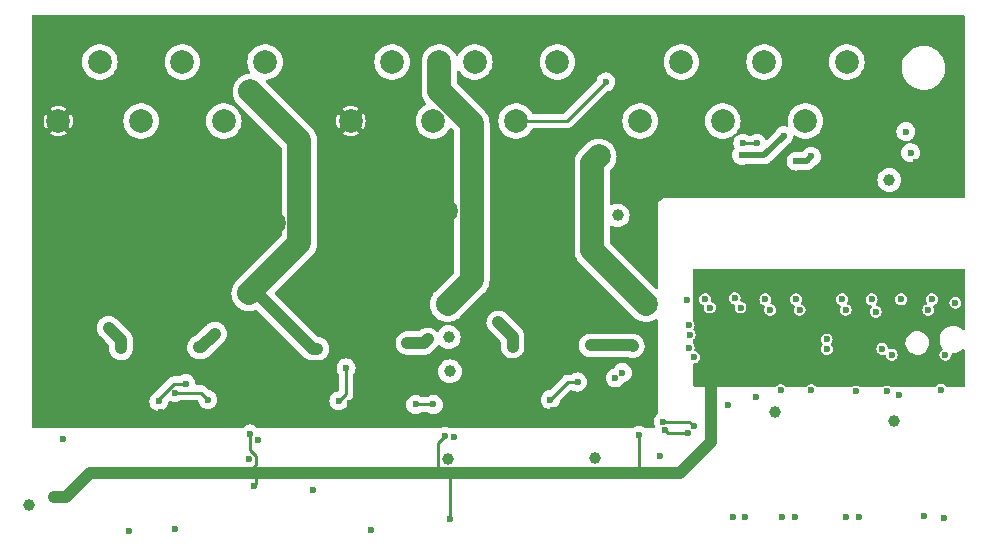
<source format=gbr>
%TF.GenerationSoftware,KiCad,Pcbnew,7.0.8-7.0.8~ubuntu22.04.1*%
%TF.CreationDate,2023-11-03T21:58:31+01:00*%
%TF.ProjectId,door_if4_usb,646f6f72-5f69-4663-945f-7573622e6b69,rev?*%
%TF.SameCoordinates,Original*%
%TF.FileFunction,Copper,L2,Inr*%
%TF.FilePolarity,Positive*%
%FSLAX46Y46*%
G04 Gerber Fmt 4.6, Leading zero omitted, Abs format (unit mm)*
G04 Created by KiCad (PCBNEW 7.0.8-7.0.8~ubuntu22.04.1) date 2023-11-03 21:58:31*
%MOMM*%
%LPD*%
G01*
G04 APERTURE LIST*
%TA.AperFunction,ComponentPad*%
%ADD10C,2.000000*%
%TD*%
%TA.AperFunction,ViaPad*%
%ADD11C,0.600000*%
%TD*%
%TA.AperFunction,ViaPad*%
%ADD12C,1.000000*%
%TD*%
%TA.AperFunction,ViaPad*%
%ADD13C,2.000000*%
%TD*%
%TA.AperFunction,Conductor*%
%ADD14C,0.250000*%
%TD*%
%TA.AperFunction,Conductor*%
%ADD15C,1.000000*%
%TD*%
%TA.AperFunction,Conductor*%
%ADD16C,0.500000*%
%TD*%
%TA.AperFunction,Conductor*%
%ADD17C,2.000000*%
%TD*%
G04 APERTURE END LIST*
D10*
%TO.N,+24V*%
%TO.C,J1*%
X139000000Y-94500000D03*
%TO.N,IN1*%
X135500000Y-99500000D03*
%TO.N,IN2*%
X132000000Y-94500000D03*
%TO.N,IN3*%
X128500000Y-99500000D03*
%TO.N,IN4*%
X125000000Y-94500000D03*
%TO.N,IN5*%
X121500000Y-99500000D03*
%TD*%
%TO.N,OUT2*%
%TO.C,J3*%
X89750000Y-94500000D03*
%TO.N,OUT3*%
X86250000Y-99500000D03*
%TO.N,OUT4*%
X82750000Y-94500000D03*
%TO.N,OUT5*%
X79250000Y-99500000D03*
%TO.N,OUT6*%
X75750000Y-94500000D03*
%TO.N,GNDA*%
X72250000Y-99500000D03*
%TD*%
%TO.N,+24V*%
%TO.C,J2*%
X114500000Y-94500000D03*
%TO.N,IN6*%
X111000000Y-99500000D03*
%TO.N,IN7*%
X107500000Y-94500000D03*
%TO.N,IN8*%
X104000000Y-99500000D03*
%TO.N,OUT1*%
X100500000Y-94500000D03*
%TO.N,GNDA*%
X97000000Y-99500000D03*
%TD*%
D11*
%TO.N,GND*%
X123200000Y-127900000D03*
%TO.N,+3V3*%
X126500000Y-116200000D03*
%TO.N,GND*%
X125500000Y-114700000D03*
%TO.N,GNDA*%
X71200000Y-103700000D03*
%TO.N,GND*%
X88400000Y-128100000D03*
%TO.N,GNDA*%
X130400000Y-133000000D03*
X134600000Y-133000000D03*
X147200000Y-133100000D03*
X140000000Y-133000000D03*
%TO.N,+24V*%
X145505880Y-132950000D03*
X138900000Y-133000000D03*
X133500000Y-133000000D03*
X129400000Y-133000000D03*
D12*
X69800000Y-132000004D03*
D11*
%TO.N,+3V3*%
X121400000Y-126100000D03*
X105444905Y-133186450D03*
X105000000Y-126200000D03*
X88796752Y-130433953D03*
X88500000Y-126000000D03*
X71870567Y-131349448D03*
%TO.N,+24V*%
X130100000Y-102400000D03*
X133650000Y-100750000D03*
X134700000Y-102900000D03*
X136000000Y-102500000D03*
%TO.N,GNDA*%
X144900000Y-103000000D03*
X139800000Y-102900000D03*
X133400000Y-102800000D03*
X128300000Y-102900000D03*
%TO.N,O_LED*%
X144400000Y-102200000D03*
%TO.N,GND*%
X144000000Y-100400000D03*
%TO.N,S_OUT1*%
X120000000Y-120800000D03*
%TO.N,S_OUT2*%
X119407326Y-121259610D03*
%TO.N,S_OUT3*%
X93769987Y-130750000D03*
%TO.N,S_OUT4*%
X98700000Y-134100000D03*
%TO.N,S_OUT5*%
X78203793Y-134250000D03*
%TO.N,S_OUT6*%
X82118252Y-134071294D03*
D12*
%TO.N,GND*%
X119600000Y-107500000D03*
X142600000Y-104500000D03*
%TO.N,+3V3*%
X137200000Y-113600000D03*
%TO.N,GND*%
X143000000Y-124900000D03*
X132900000Y-124100000D03*
X117705288Y-128025000D03*
X105200000Y-128150000D03*
X105300000Y-117800000D03*
X105400000Y-120700000D03*
D11*
%TO.N,+3V3*%
X131400000Y-117300000D03*
X130700000Y-118400000D03*
X128100000Y-117800000D03*
X148400000Y-115900000D03*
X144900000Y-116700000D03*
X142300000Y-116800000D03*
X143700000Y-117200000D03*
X141200000Y-117100000D03*
X138700000Y-117100000D03*
X135700000Y-117800000D03*
X136900000Y-116100000D03*
X134300000Y-116100000D03*
X131596474Y-116050000D03*
X129100000Y-116100000D03*
%TO.N,S_IN7A*%
X126100000Y-119500000D03*
%TO.N,S_IN7B*%
X125600000Y-118700000D03*
%TO.N,S_IN8A*%
X125700000Y-117600000D03*
%TO.N,S_IN8B*%
X125600000Y-116800000D03*
%TO.N,S_IN6B*%
X127400000Y-115300000D03*
%TO.N,S_IN6A*%
X130000000Y-115300000D03*
%TO.N,S_IN5B*%
X132500000Y-115500000D03*
%TO.N,S_IN5A*%
X135000000Y-115500000D03*
%TO.N,S_IN4B*%
X147351764Y-119296473D03*
%TO.N,S_IN4A*%
X142800000Y-119300000D03*
%TO.N,S_IN3B*%
X142000000Y-118800000D03*
X137300000Y-118000000D03*
%TO.N,S_IN3A*%
X137306587Y-118806587D03*
%TO.N,S_IN2B*%
X138900000Y-115500000D03*
%TO.N,S_IN2A*%
X141450000Y-115650000D03*
%TO.N,S_IN1B*%
X145900000Y-115500000D03*
%TO.N,S_IN1A*%
X148200000Y-114900000D03*
%TO.N,GND*%
X146200000Y-114600000D03*
X143600000Y-114600000D03*
X141100000Y-114600000D03*
X138600000Y-114600000D03*
X134700000Y-114600000D03*
X132100000Y-114600000D03*
X129500000Y-114500000D03*
X127000000Y-114600000D03*
X146975000Y-122238955D03*
X143400000Y-122700000D03*
X142400000Y-122400000D03*
X139800000Y-122400000D03*
X136000000Y-122300000D03*
X133400000Y-122300000D03*
X131272622Y-122906237D03*
X128972756Y-123513468D03*
%TO.N,IN5*%
X130200000Y-101400000D03*
X131400000Y-101400000D03*
%TO.N,IN6*%
X118600000Y-96200000D03*
%TO.N,IN8*%
X126080771Y-125359739D03*
X123468368Y-124944806D03*
%TO.N,IN7*%
X123644510Y-125673832D03*
X125547842Y-125892668D03*
%TO.N,+24V*%
X82100000Y-122500000D03*
X84900000Y-123100000D03*
X104000000Y-123500000D03*
X102500000Y-123500000D03*
D12*
X120875000Y-118559063D03*
X109495556Y-116549500D03*
X103500000Y-118000000D03*
X76500000Y-117000000D03*
X85500000Y-117500000D03*
D13*
X104500000Y-94500000D03*
X88500000Y-97000000D03*
X118000000Y-102500000D03*
%TO.N,GNDA*%
X105100000Y-107100000D03*
X73700000Y-108000000D03*
%TO.N,+24V*%
X88400000Y-114100000D03*
%TO.N,GNDA*%
X86700000Y-108100000D03*
X90500000Y-108100000D03*
X100300000Y-102900000D03*
X122700000Y-105400000D03*
%TO.N,+24V*%
X122000000Y-115000000D03*
X105200000Y-115000000D03*
D11*
%TO.N,Net-(Q3-G1)*%
X96600000Y-120400000D03*
%TO.N,Net-(Q5-G1)*%
X80750000Y-123250000D03*
X83050000Y-121750000D03*
%TO.N,GNDA*%
X80950000Y-124150000D03*
X83350000Y-123450000D03*
%TO.N,GND*%
X72600000Y-126450000D03*
%TO.N,GNDA*%
X81850000Y-124950000D03*
X77050000Y-124850000D03*
D12*
X81620711Y-119045711D03*
X74950000Y-118750000D03*
%TO.N,+24V*%
X77550000Y-118750000D03*
X84150000Y-118650000D03*
D11*
%TO.N,Net-(Q3-G1)*%
X96000000Y-123200000D03*
%TO.N,GNDA*%
X96900000Y-123400000D03*
X100710500Y-124970945D03*
%TO.N,GND*%
X89175000Y-126475000D03*
%TO.N,GNDA*%
X98475000Y-124975000D03*
X93675000Y-124875000D03*
D12*
X96347655Y-118152345D03*
X91575000Y-118775000D03*
%TO.N,+24V*%
X94175000Y-118775000D03*
X101800000Y-118300000D03*
X117300000Y-118500000D03*
X110700000Y-118600000D03*
%TO.N,GNDA*%
X108100000Y-118600000D03*
X114700000Y-118500000D03*
D11*
X110200000Y-124700000D03*
X115000000Y-124800000D03*
%TO.N,GND*%
X105744071Y-126294137D03*
%TO.N,GNDA*%
X116500000Y-123300000D03*
X114100000Y-124000000D03*
%TO.N,Net-(Q1-G1)*%
X116200000Y-121600000D03*
X113900000Y-123100000D03*
%TD*%
D14*
%TO.N,+3V3*%
X105400000Y-129500000D02*
X105400000Y-133141545D01*
X105400000Y-133141545D02*
X105444905Y-133186450D01*
X105600000Y-129300000D02*
X105400000Y-129500000D01*
X89000000Y-130230705D02*
X88796752Y-130433953D01*
X88500000Y-126000000D02*
X88500000Y-127386827D01*
X89000000Y-129300000D02*
X89000000Y-130230705D01*
X88975000Y-127861827D02*
X88975000Y-128625000D01*
X88500000Y-127386827D02*
X88975000Y-127861827D01*
X88975000Y-128625000D02*
X88300000Y-129300000D01*
D15*
X88300000Y-129300000D02*
X74956032Y-129300000D01*
X74956032Y-129300000D02*
X72906584Y-131349448D01*
X72906584Y-131349448D02*
X71870567Y-131349448D01*
D14*
X104425000Y-128975000D02*
X104100000Y-129300000D01*
X104425000Y-126775000D02*
X104425000Y-128975000D01*
X105000000Y-126200000D02*
X104425000Y-126775000D01*
X121400000Y-129100000D02*
X121200000Y-129300000D01*
D15*
X124900000Y-129300000D02*
X121200000Y-129300000D01*
X121200000Y-129300000D02*
X105600000Y-129300000D01*
D14*
X121400000Y-126100000D02*
X121400000Y-129100000D01*
D15*
X105600000Y-129300000D02*
X104100000Y-129300000D01*
X104100000Y-129300000D02*
X89000000Y-129300000D01*
X89000000Y-129300000D02*
X88300000Y-129300000D01*
X128600000Y-120700000D02*
X127500000Y-121800000D01*
X127500000Y-121800000D02*
X127500000Y-125600000D01*
X127500000Y-125600000D02*
X127500000Y-126700000D01*
X127500000Y-126700000D02*
X124900000Y-129300000D01*
X137200000Y-113600000D02*
X137200000Y-115600000D01*
X137200000Y-115600000D02*
X133500000Y-119300000D01*
X133500000Y-119300000D02*
X132100000Y-120700000D01*
X132100000Y-120700000D02*
X128600000Y-120700000D01*
D16*
%TO.N,+24V*%
X132000000Y-102400000D02*
X133650000Y-100750000D01*
X130100000Y-102400000D02*
X132000000Y-102400000D01*
X134700000Y-102900000D02*
X135600000Y-102900000D01*
X135600000Y-102900000D02*
X136000000Y-102500000D01*
D15*
X117300000Y-118500000D02*
X120815937Y-118500000D01*
X120815937Y-118500000D02*
X120875000Y-118559063D01*
D17*
X117450000Y-110450000D02*
X122000000Y-115000000D01*
X118000000Y-102500000D02*
X117450000Y-103050000D01*
X117450000Y-103050000D02*
X117450000Y-110450000D01*
D14*
%TO.N,IN7*%
X125547842Y-125892668D02*
X123863346Y-125892668D01*
%TO.N,IN8*%
X125665838Y-124944806D02*
X123468368Y-124944806D01*
X126080771Y-125359739D02*
X125665838Y-124944806D01*
%TO.N,IN7*%
X123863346Y-125892668D02*
X123644510Y-125673832D01*
%TO.N,IN5*%
X130200000Y-101400000D02*
X131400000Y-101400000D01*
%TO.N,IN6*%
X115300000Y-99500000D02*
X118600000Y-96200000D01*
X111000000Y-99500000D02*
X115300000Y-99500000D01*
%TO.N,Net-(Q5-G1)*%
X82036827Y-121750000D02*
X83050000Y-121750000D01*
%TO.N,+24V*%
X84300000Y-122500000D02*
X84900000Y-123100000D01*
%TO.N,Net-(Q5-G1)*%
X80750000Y-123036827D02*
X82036827Y-121750000D01*
X80750000Y-123250000D02*
X80750000Y-123036827D01*
%TO.N,+24V*%
X82100000Y-122500000D02*
X84300000Y-122500000D01*
X102500000Y-123500000D02*
X104000000Y-123500000D01*
D15*
X110700000Y-118600000D02*
X110700000Y-117753944D01*
X110700000Y-117753944D02*
X109495556Y-116549500D01*
X101800000Y-118300000D02*
X103200000Y-118300000D01*
X103200000Y-118300000D02*
X103500000Y-118000000D01*
X77550000Y-118750000D02*
X77550000Y-118050000D01*
X77550000Y-118050000D02*
X76500000Y-117000000D01*
X84150000Y-118650000D02*
X84350000Y-118650000D01*
X84350000Y-118650000D02*
X85500000Y-117500000D01*
X94175000Y-118775000D02*
X93775000Y-118775000D01*
X93775000Y-118775000D02*
X89100000Y-114100000D01*
X89100000Y-114100000D02*
X88400000Y-114100000D01*
D17*
X104500000Y-94500000D02*
X104500000Y-96959440D01*
X104500000Y-96959440D02*
X107250000Y-99709440D01*
X107250000Y-99709440D02*
X107250000Y-112950000D01*
X107250000Y-112950000D02*
X105200000Y-115000000D01*
X88500000Y-97000000D02*
X92650000Y-101150000D01*
X92650000Y-109850000D02*
X88400000Y-114100000D01*
X92650000Y-101150000D02*
X92650000Y-109850000D01*
D14*
%TO.N,Net-(Q3-G1)*%
X96600000Y-122600000D02*
X96600000Y-120400000D01*
X96000000Y-123200000D02*
X96600000Y-122600000D01*
%TO.N,Net-(Q1-G1)*%
X113900000Y-123100000D02*
X115400000Y-121600000D01*
X115400000Y-121600000D02*
X116200000Y-121600000D01*
%TD*%
%TA.AperFunction,Conductor*%
%TO.N,GNDA*%
G36*
X148943039Y-90519685D02*
G01*
X148988794Y-90572489D01*
X149000000Y-90624000D01*
X149000000Y-105876000D01*
X148980315Y-105943039D01*
X148927511Y-105988794D01*
X148876000Y-106000000D01*
X123000000Y-106000000D01*
X123000000Y-113578610D01*
X122980315Y-113645649D01*
X122927511Y-113691404D01*
X122858353Y-113701348D01*
X122794797Y-113672323D01*
X122788319Y-113666291D01*
X118986819Y-109864791D01*
X118953334Y-109803468D01*
X118950500Y-109777110D01*
X118950500Y-108494171D01*
X118970185Y-108427132D01*
X119022989Y-108381377D01*
X119092147Y-108371433D01*
X119132951Y-108384812D01*
X119215273Y-108428814D01*
X119403868Y-108486024D01*
X119600000Y-108505341D01*
X119796132Y-108486024D01*
X119984727Y-108428814D01*
X120158538Y-108335910D01*
X120310883Y-108210883D01*
X120435910Y-108058538D01*
X120528814Y-107884727D01*
X120586024Y-107696132D01*
X120605341Y-107500000D01*
X120586024Y-107303868D01*
X120528814Y-107115273D01*
X120528811Y-107115269D01*
X120528811Y-107115266D01*
X120435913Y-106941467D01*
X120435909Y-106941460D01*
X120310883Y-106789116D01*
X120158539Y-106664090D01*
X120158532Y-106664086D01*
X119984733Y-106571188D01*
X119984727Y-106571186D01*
X119796132Y-106513976D01*
X119796129Y-106513975D01*
X119600000Y-106494659D01*
X119403870Y-106513975D01*
X119215266Y-106571188D01*
X119132953Y-106615186D01*
X119064550Y-106629428D01*
X118999306Y-106604428D01*
X118957936Y-106548123D01*
X118950500Y-106505828D01*
X118950500Y-104500000D01*
X141594659Y-104500000D01*
X141613975Y-104696129D01*
X141671188Y-104884733D01*
X141764086Y-105058532D01*
X141764090Y-105058539D01*
X141889116Y-105210883D01*
X142041460Y-105335909D01*
X142041467Y-105335913D01*
X142215266Y-105428811D01*
X142215269Y-105428811D01*
X142215273Y-105428814D01*
X142403868Y-105486024D01*
X142600000Y-105505341D01*
X142796132Y-105486024D01*
X142984727Y-105428814D01*
X143158538Y-105335910D01*
X143310883Y-105210883D01*
X143435910Y-105058538D01*
X143528814Y-104884727D01*
X143586024Y-104696132D01*
X143605341Y-104500000D01*
X143586024Y-104303868D01*
X143528814Y-104115273D01*
X143528811Y-104115269D01*
X143528811Y-104115266D01*
X143435913Y-103941467D01*
X143435909Y-103941460D01*
X143310883Y-103789116D01*
X143158539Y-103664090D01*
X143158532Y-103664086D01*
X142984733Y-103571188D01*
X142984727Y-103571186D01*
X142796132Y-103513976D01*
X142796129Y-103513975D01*
X142600000Y-103494659D01*
X142403870Y-103513975D01*
X142215266Y-103571188D01*
X142041467Y-103664086D01*
X142041460Y-103664090D01*
X141889116Y-103789116D01*
X141764090Y-103941460D01*
X141764086Y-103941467D01*
X141671188Y-104115266D01*
X141613975Y-104303870D01*
X141594659Y-104500000D01*
X118950500Y-104500000D01*
X118950500Y-103722888D01*
X118970185Y-103655849D01*
X118986798Y-103635228D01*
X118992423Y-103629602D01*
X118998158Y-103624538D01*
X119019744Y-103607738D01*
X119082960Y-103539066D01*
X119104901Y-103517126D01*
X119104900Y-103517128D01*
X119124955Y-103493447D01*
X119138411Y-103478830D01*
X119188164Y-103424785D01*
X119203117Y-103401894D01*
X119207697Y-103395754D01*
X119225366Y-103374894D01*
X119273134Y-103294727D01*
X119324173Y-103216607D01*
X119335148Y-103191584D01*
X119338668Y-103184747D01*
X119352655Y-103161274D01*
X119366501Y-103125789D01*
X119386574Y-103074348D01*
X119410867Y-103018964D01*
X119424063Y-102988881D01*
X119430774Y-102962374D01*
X119433112Y-102955077D01*
X119443049Y-102929614D01*
X119462196Y-102838297D01*
X119485108Y-102747821D01*
X119487364Y-102720583D01*
X119488471Y-102712980D01*
X119494080Y-102686237D01*
X119497936Y-102593005D01*
X119499075Y-102579255D01*
X119505643Y-102500005D01*
X119505643Y-102499999D01*
X119503626Y-102475663D01*
X119503385Y-102472764D01*
X119503227Y-102465080D01*
X119504357Y-102437779D01*
X119499648Y-102400003D01*
X129294435Y-102400003D01*
X129314630Y-102579249D01*
X129314631Y-102579254D01*
X129374211Y-102749523D01*
X129424662Y-102829815D01*
X129470184Y-102902262D01*
X129597738Y-103029816D01*
X129668610Y-103074348D01*
X129728884Y-103112221D01*
X129750478Y-103125789D01*
X129851900Y-103161278D01*
X129920745Y-103185368D01*
X129920750Y-103185369D01*
X130099996Y-103205565D01*
X130100000Y-103205565D01*
X130100004Y-103205565D01*
X130279249Y-103185369D01*
X130279252Y-103185368D01*
X130279255Y-103185368D01*
X130359017Y-103157457D01*
X130399972Y-103150500D01*
X131936295Y-103150500D01*
X131954265Y-103151809D01*
X131978023Y-103155289D01*
X132030068Y-103150735D01*
X132035470Y-103150500D01*
X132043704Y-103150500D01*
X132043709Y-103150500D01*
X132055327Y-103149141D01*
X132076276Y-103146693D01*
X132089028Y-103145577D01*
X132152797Y-103139999D01*
X132152805Y-103139996D01*
X132159866Y-103138539D01*
X132159878Y-103138598D01*
X132167243Y-103136965D01*
X132167229Y-103136906D01*
X132174246Y-103135241D01*
X132174255Y-103135241D01*
X132246423Y-103108974D01*
X132319334Y-103084814D01*
X132319343Y-103084807D01*
X132325882Y-103081760D01*
X132325908Y-103081816D01*
X132332690Y-103078532D01*
X132332663Y-103078478D01*
X132339106Y-103075240D01*
X132339117Y-103075237D01*
X132403283Y-103033034D01*
X132468656Y-102992712D01*
X132468662Y-102992705D01*
X132474325Y-102988229D01*
X132474362Y-102988277D01*
X132480204Y-102983518D01*
X132480164Y-102983471D01*
X132485686Y-102978836D01*
X132485696Y-102978830D01*
X132508115Y-102955067D01*
X132538386Y-102922982D01*
X132561365Y-102900003D01*
X133894435Y-102900003D01*
X133914630Y-103079249D01*
X133914631Y-103079254D01*
X133974211Y-103249523D01*
X134066088Y-103395744D01*
X134070184Y-103402262D01*
X134197738Y-103529816D01*
X134350478Y-103625789D01*
X134436385Y-103655849D01*
X134520745Y-103685368D01*
X134520750Y-103685369D01*
X134699996Y-103705565D01*
X134700000Y-103705565D01*
X134700004Y-103705565D01*
X134879249Y-103685369D01*
X134879252Y-103685368D01*
X134879255Y-103685368D01*
X134959017Y-103657457D01*
X134999972Y-103650500D01*
X135536295Y-103650500D01*
X135554265Y-103651809D01*
X135578023Y-103655289D01*
X135630068Y-103650735D01*
X135635470Y-103650500D01*
X135643704Y-103650500D01*
X135643709Y-103650500D01*
X135655327Y-103649141D01*
X135676276Y-103646693D01*
X135689028Y-103645577D01*
X135752797Y-103639999D01*
X135752805Y-103639996D01*
X135759866Y-103638539D01*
X135759878Y-103638598D01*
X135767243Y-103636965D01*
X135767229Y-103636906D01*
X135774246Y-103635241D01*
X135774255Y-103635241D01*
X135846423Y-103608974D01*
X135919334Y-103584814D01*
X135919343Y-103584807D01*
X135925882Y-103581760D01*
X135925908Y-103581816D01*
X135932690Y-103578532D01*
X135932663Y-103578478D01*
X135939106Y-103575240D01*
X135939117Y-103575237D01*
X136003283Y-103533034D01*
X136068656Y-103492712D01*
X136068662Y-103492705D01*
X136074325Y-103488229D01*
X136074362Y-103488277D01*
X136080204Y-103483518D01*
X136080164Y-103483471D01*
X136085686Y-103478836D01*
X136085696Y-103478830D01*
X136107400Y-103455824D01*
X136138388Y-103422980D01*
X136194944Y-103366422D01*
X136308063Y-103253303D01*
X136344134Y-103230650D01*
X136343248Y-103228810D01*
X136349510Y-103225792D01*
X136349522Y-103225789D01*
X136502262Y-103129816D01*
X136629816Y-103002262D01*
X136725789Y-102849522D01*
X136785368Y-102679255D01*
X136792002Y-102620379D01*
X136805565Y-102500003D01*
X136805565Y-102499996D01*
X136785369Y-102320750D01*
X136785368Y-102320745D01*
X136750376Y-102220745D01*
X136743118Y-102200003D01*
X143594435Y-102200003D01*
X143614630Y-102379249D01*
X143614631Y-102379254D01*
X143674211Y-102549523D01*
X143755724Y-102679249D01*
X143770184Y-102702262D01*
X143897738Y-102829816D01*
X143988080Y-102886582D01*
X144046010Y-102922982D01*
X144050478Y-102925789D01*
X144215324Y-102983471D01*
X144220745Y-102985368D01*
X144220750Y-102985369D01*
X144399996Y-103005565D01*
X144400000Y-103005565D01*
X144400004Y-103005565D01*
X144579249Y-102985369D01*
X144579252Y-102985368D01*
X144579255Y-102985368D01*
X144749522Y-102925789D01*
X144902262Y-102829816D01*
X145029816Y-102702262D01*
X145125789Y-102549522D01*
X145185368Y-102379255D01*
X145190535Y-102333397D01*
X145205565Y-102200003D01*
X145205565Y-102199996D01*
X145185369Y-102020750D01*
X145185368Y-102020745D01*
X145181930Y-102010921D01*
X145125789Y-101850478D01*
X145029816Y-101697738D01*
X144902262Y-101570184D01*
X144795830Y-101503308D01*
X144749523Y-101474211D01*
X144579254Y-101414631D01*
X144579249Y-101414630D01*
X144400004Y-101394435D01*
X144399996Y-101394435D01*
X144286792Y-101407189D01*
X144218300Y-101395191D01*
X144175126Y-101430348D01*
X144168045Y-101433071D01*
X144050480Y-101474209D01*
X143897737Y-101570184D01*
X143770184Y-101697737D01*
X143674211Y-101850476D01*
X143614631Y-102020745D01*
X143614630Y-102020750D01*
X143594435Y-102199996D01*
X143594435Y-102200003D01*
X136743118Y-102200003D01*
X136725789Y-102150478D01*
X136725174Y-102149500D01*
X136662955Y-102050478D01*
X136629816Y-101997738D01*
X136502262Y-101870184D01*
X136451155Y-101838071D01*
X136349523Y-101774211D01*
X136179254Y-101714631D01*
X136179249Y-101714630D01*
X136000004Y-101694435D01*
X135999996Y-101694435D01*
X135820750Y-101714630D01*
X135820745Y-101714631D01*
X135650476Y-101774211D01*
X135497737Y-101870184D01*
X135370184Y-101997737D01*
X135311287Y-102091472D01*
X135258952Y-102137763D01*
X135206293Y-102149500D01*
X134999972Y-102149500D01*
X134959017Y-102142542D01*
X134879254Y-102114631D01*
X134879249Y-102114630D01*
X134700004Y-102094435D01*
X134699996Y-102094435D01*
X134520750Y-102114630D01*
X134520745Y-102114631D01*
X134350476Y-102174211D01*
X134197737Y-102270184D01*
X134070184Y-102397737D01*
X133974211Y-102550476D01*
X133914631Y-102720745D01*
X133914630Y-102720750D01*
X133894435Y-102899996D01*
X133894435Y-102900003D01*
X132561365Y-102900003D01*
X133711844Y-101749522D01*
X133958059Y-101503306D01*
X133994132Y-101480657D01*
X133993244Y-101478813D01*
X133999515Y-101475792D01*
X133999516Y-101475790D01*
X133999522Y-101475789D01*
X134152262Y-101379816D01*
X134279816Y-101252262D01*
X134375789Y-101099522D01*
X134435368Y-100929255D01*
X134438410Y-100902262D01*
X134447519Y-100821413D01*
X134474585Y-100756999D01*
X134532180Y-100717444D01*
X134602017Y-100715306D01*
X134646898Y-100737441D01*
X134676491Y-100760474D01*
X134895190Y-100878828D01*
X135130386Y-100959571D01*
X135375665Y-101000500D01*
X135624335Y-101000500D01*
X135869614Y-100959571D01*
X136104810Y-100878828D01*
X136323509Y-100760474D01*
X136519744Y-100607738D01*
X136688164Y-100424785D01*
X136704355Y-100400003D01*
X143194435Y-100400003D01*
X143214630Y-100579249D01*
X143214631Y-100579254D01*
X143274211Y-100749523D01*
X143355459Y-100878827D01*
X143370184Y-100902262D01*
X143497738Y-101029816D01*
X143650478Y-101125789D01*
X143820745Y-101185368D01*
X143820750Y-101185369D01*
X143999996Y-101205565D01*
X144000000Y-101205565D01*
X144000003Y-101205565D01*
X144113206Y-101192810D01*
X144181699Y-101204806D01*
X144224874Y-101169651D01*
X144231941Y-101166932D01*
X144349522Y-101125789D01*
X144502262Y-101029816D01*
X144629816Y-100902262D01*
X144725789Y-100749522D01*
X144785368Y-100579255D01*
X144795569Y-100488722D01*
X144805565Y-100400003D01*
X144805565Y-100399996D01*
X144785369Y-100220750D01*
X144785368Y-100220745D01*
X144762910Y-100156564D01*
X144725789Y-100050478D01*
X144720628Y-100042265D01*
X144643405Y-99919365D01*
X144629816Y-99897738D01*
X144502262Y-99770184D01*
X144349523Y-99674211D01*
X144179254Y-99614631D01*
X144179249Y-99614630D01*
X144000004Y-99594435D01*
X143999996Y-99594435D01*
X143820750Y-99614630D01*
X143820745Y-99614631D01*
X143650476Y-99674211D01*
X143497737Y-99770184D01*
X143370184Y-99897737D01*
X143274211Y-100050476D01*
X143214631Y-100220745D01*
X143214630Y-100220750D01*
X143194435Y-100399996D01*
X143194435Y-100400003D01*
X136704355Y-100400003D01*
X136824173Y-100216607D01*
X136924063Y-99988881D01*
X136985108Y-99747821D01*
X136987589Y-99717884D01*
X137005643Y-99500005D01*
X137005643Y-99499994D01*
X136985109Y-99252187D01*
X136985107Y-99252175D01*
X136924063Y-99011118D01*
X136824173Y-98783393D01*
X136688166Y-98575217D01*
X136579224Y-98456875D01*
X136519744Y-98392262D01*
X136323509Y-98239526D01*
X136323507Y-98239525D01*
X136323506Y-98239524D01*
X136104811Y-98121172D01*
X136104802Y-98121169D01*
X135869616Y-98040429D01*
X135624335Y-97999500D01*
X135375665Y-97999500D01*
X135130383Y-98040429D01*
X134895197Y-98121169D01*
X134895188Y-98121172D01*
X134676493Y-98239524D01*
X134480257Y-98392261D01*
X134311833Y-98575217D01*
X134175826Y-98783393D01*
X134075936Y-99011118D01*
X134014892Y-99252175D01*
X134014890Y-99252187D01*
X133994357Y-99499994D01*
X133994357Y-99500005D01*
X134014890Y-99747812D01*
X134014892Y-99747821D01*
X134036535Y-99833286D01*
X134033910Y-99903107D01*
X133993954Y-99960424D01*
X133929353Y-99987041D01*
X133875376Y-99980769D01*
X133829260Y-99964633D01*
X133829249Y-99964630D01*
X133650004Y-99944435D01*
X133649996Y-99944435D01*
X133470750Y-99964630D01*
X133470745Y-99964631D01*
X133300476Y-100024211D01*
X133147737Y-100120184D01*
X133020184Y-100247737D01*
X132967887Y-100330968D01*
X132924510Y-100400003D01*
X132924208Y-100400483D01*
X132921186Y-100406758D01*
X132919361Y-100405878D01*
X132896692Y-100441939D01*
X132298391Y-101040240D01*
X132237068Y-101073725D01*
X132167376Y-101068741D01*
X132111443Y-101026869D01*
X132105717Y-101018532D01*
X132029817Y-100897739D01*
X131902262Y-100770184D01*
X131749523Y-100674211D01*
X131579254Y-100614631D01*
X131579249Y-100614630D01*
X131400004Y-100594435D01*
X131399996Y-100594435D01*
X131220750Y-100614630D01*
X131220745Y-100614631D01*
X131050476Y-100674211D01*
X130921117Y-100755494D01*
X130855145Y-100774500D01*
X130744855Y-100774500D01*
X130678883Y-100755494D01*
X130549523Y-100674211D01*
X130379254Y-100614631D01*
X130379249Y-100614630D01*
X130200004Y-100594435D01*
X130199996Y-100594435D01*
X130020750Y-100614630D01*
X130020745Y-100614631D01*
X129850476Y-100674211D01*
X129706350Y-100764772D01*
X129668131Y-100775571D01*
X129656232Y-100809405D01*
X129643268Y-100824654D01*
X129570183Y-100897739D01*
X129474211Y-101050476D01*
X129414631Y-101220745D01*
X129414630Y-101220750D01*
X129394435Y-101399996D01*
X129394435Y-101400003D01*
X129414630Y-101579249D01*
X129414631Y-101579254D01*
X129474211Y-101749523D01*
X129477715Y-101755099D01*
X129496715Y-101822335D01*
X129476347Y-101889171D01*
X129470491Y-101897249D01*
X129374211Y-102050476D01*
X129314631Y-102220745D01*
X129314630Y-102220750D01*
X129294435Y-102399996D01*
X129294435Y-102400003D01*
X119499648Y-102400003D01*
X119492814Y-102345176D01*
X119485108Y-102252179D01*
X119478396Y-102225674D01*
X119476978Y-102218142D01*
X119473598Y-102191019D01*
X119446970Y-102101577D01*
X119424063Y-102011119D01*
X119413087Y-101986095D01*
X119410443Y-101978882D01*
X119402643Y-101952685D01*
X119361652Y-101868836D01*
X119353599Y-101850478D01*
X119324173Y-101783393D01*
X119309229Y-101760521D01*
X119305433Y-101753840D01*
X119293432Y-101729290D01*
X119293431Y-101729289D01*
X119293429Y-101729284D01*
X119239203Y-101653337D01*
X119188164Y-101575215D01*
X119183533Y-101570184D01*
X119169651Y-101555103D01*
X119164804Y-101549135D01*
X119148934Y-101526908D01*
X119148932Y-101526905D01*
X119082960Y-101460933D01*
X119026870Y-101400003D01*
X119019747Y-101392265D01*
X119019745Y-101392264D01*
X119019744Y-101392262D01*
X118998165Y-101375466D01*
X118992410Y-101370383D01*
X118973101Y-101351073D01*
X118973097Y-101351070D01*
X118973095Y-101351068D01*
X118941415Y-101328448D01*
X118897161Y-101296850D01*
X118823510Y-101239526D01*
X118799476Y-101226519D01*
X118792955Y-101222448D01*
X118770720Y-101206573D01*
X118770712Y-101206569D01*
X118686880Y-101165586D01*
X118653175Y-101147346D01*
X118604810Y-101121172D01*
X118604809Y-101121171D01*
X118604806Y-101121170D01*
X118604807Y-101121170D01*
X118578962Y-101112298D01*
X118571858Y-101109355D01*
X118547315Y-101097357D01*
X118547313Y-101097356D01*
X118547310Y-101097355D01*
X118547302Y-101097352D01*
X118457880Y-101070731D01*
X118369616Y-101040429D01*
X118342660Y-101035931D01*
X118335168Y-101034198D01*
X118308982Y-101026402D01*
X118216376Y-101014858D01*
X118124335Y-100999500D01*
X118097018Y-100999500D01*
X118089342Y-100999023D01*
X118066307Y-100996152D01*
X118062221Y-100995643D01*
X118062220Y-100995643D01*
X117968974Y-100999500D01*
X117875665Y-100999500D01*
X117848710Y-101003997D01*
X117841066Y-101004790D01*
X117813764Y-101005919D01*
X117722446Y-101025067D01*
X117630390Y-101040428D01*
X117630386Y-101040429D01*
X117604526Y-101049305D01*
X117597118Y-101051344D01*
X117570388Y-101056950D01*
X117570385Y-101056951D01*
X117483476Y-101090862D01*
X117395194Y-101121170D01*
X117395184Y-101121174D01*
X117371145Y-101134183D01*
X117364173Y-101137414D01*
X117338726Y-101147345D01*
X117338724Y-101147346D01*
X117258572Y-101195104D01*
X117176493Y-101239524D01*
X117176488Y-101239527D01*
X117154926Y-101256309D01*
X117148579Y-101260646D01*
X117125107Y-101274632D01*
X117053903Y-101334940D01*
X116980257Y-101392260D01*
X116951376Y-101423633D01*
X116917040Y-101460932D01*
X116683537Y-101694435D01*
X116457588Y-101920384D01*
X116451824Y-101925474D01*
X116430256Y-101942260D01*
X116396544Y-101978882D01*
X116367050Y-102010921D01*
X116356074Y-102021896D01*
X116345100Y-102032871D01*
X116338055Y-102041188D01*
X116325033Y-102056564D01*
X116294641Y-102089578D01*
X116261834Y-102125216D01*
X116246892Y-102148087D01*
X116242297Y-102154250D01*
X116224635Y-102175104D01*
X116176860Y-102255278D01*
X116125828Y-102333390D01*
X116125824Y-102333397D01*
X116114853Y-102358409D01*
X116111335Y-102365244D01*
X116097348Y-102388717D01*
X116097343Y-102388726D01*
X116063420Y-102475663D01*
X116025935Y-102561123D01*
X116019226Y-102587616D01*
X116016881Y-102594935D01*
X116006953Y-102620379D01*
X116006948Y-102620395D01*
X115987801Y-102711711D01*
X115964892Y-102802175D01*
X115964890Y-102802185D01*
X115962635Y-102829408D01*
X115961526Y-102837016D01*
X115955920Y-102863750D01*
X115955919Y-102863763D01*
X115952062Y-102957009D01*
X115949713Y-102985369D01*
X115949500Y-102987936D01*
X115949500Y-103018964D01*
X115945642Y-103112219D01*
X115945642Y-103112220D01*
X115949023Y-103139342D01*
X115949500Y-103147018D01*
X115949500Y-110352981D01*
X115949024Y-110360656D01*
X115945643Y-110387779D01*
X115949500Y-110481035D01*
X115949500Y-110512064D01*
X115952062Y-110542990D01*
X115955918Y-110636233D01*
X115961526Y-110662983D01*
X115962635Y-110670590D01*
X115964891Y-110697818D01*
X115964891Y-110697819D01*
X115977772Y-110748685D01*
X115987801Y-110788288D01*
X116006951Y-110879614D01*
X116006952Y-110879616D01*
X116016882Y-110905067D01*
X116019227Y-110912387D01*
X116025937Y-110938881D01*
X116063420Y-111024335D01*
X116097344Y-111111275D01*
X116111332Y-111134750D01*
X116114852Y-111141588D01*
X116125825Y-111166604D01*
X116125827Y-111166607D01*
X116176860Y-111244720D01*
X116224634Y-111324894D01*
X116242296Y-111345747D01*
X116246887Y-111351904D01*
X116261836Y-111374785D01*
X116261837Y-111374786D01*
X116325033Y-111443435D01*
X116345100Y-111467129D01*
X116367049Y-111489078D01*
X116430257Y-111557739D01*
X116451822Y-111574524D01*
X116457587Y-111579615D01*
X120917049Y-116039078D01*
X120980257Y-116107739D01*
X121033179Y-116148930D01*
X121053895Y-116165054D01*
X121125106Y-116225366D01*
X121148584Y-116239356D01*
X121154928Y-116243691D01*
X121176487Y-116260471D01*
X121176492Y-116260475D01*
X121237385Y-116293428D01*
X121258569Y-116304892D01*
X121338727Y-116352656D01*
X121364181Y-116362587D01*
X121371147Y-116365816D01*
X121395190Y-116378828D01*
X121395193Y-116378829D01*
X121395195Y-116378830D01*
X121424675Y-116388950D01*
X121483458Y-116409130D01*
X121570386Y-116443050D01*
X121597136Y-116448658D01*
X121604529Y-116450694D01*
X121624616Y-116457590D01*
X121630383Y-116459570D01*
X121630390Y-116459572D01*
X121693991Y-116470184D01*
X121722423Y-116474928D01*
X121813763Y-116494081D01*
X121841070Y-116495209D01*
X121848705Y-116496000D01*
X121862201Y-116498253D01*
X121875657Y-116500499D01*
X121875660Y-116500499D01*
X121875665Y-116500500D01*
X121875670Y-116500500D01*
X121968965Y-116500500D01*
X122062221Y-116504357D01*
X122089347Y-116500975D01*
X122097019Y-116500500D01*
X122124330Y-116500500D01*
X122124335Y-116500500D01*
X122216361Y-116485143D01*
X122308981Y-116473599D01*
X122316700Y-116471300D01*
X122335169Y-116465802D01*
X122342666Y-116464067D01*
X122350558Y-116462750D01*
X122369614Y-116459571D01*
X122457868Y-116429273D01*
X122547314Y-116402644D01*
X122571864Y-116390641D01*
X122578958Y-116387702D01*
X122604810Y-116378828D01*
X122604820Y-116378823D01*
X122686877Y-116334415D01*
X122704456Y-116325821D01*
X122770716Y-116293429D01*
X122792963Y-116277543D01*
X122799464Y-116273485D01*
X122816989Y-116264001D01*
X122885318Y-116249411D01*
X122950689Y-116274077D01*
X122992346Y-116330170D01*
X123000000Y-116373060D01*
X123000000Y-124229733D01*
X122980315Y-124296772D01*
X122963682Y-124317414D01*
X122838551Y-124442545D01*
X122742579Y-124595282D01*
X122682999Y-124765551D01*
X122682998Y-124765556D01*
X122662803Y-124944802D01*
X122662803Y-124944809D01*
X122682998Y-125124055D01*
X122682999Y-125124060D01*
X122742579Y-125294330D01*
X122752443Y-125310027D01*
X122771444Y-125377263D01*
X122751077Y-125444099D01*
X122697810Y-125489313D01*
X122647450Y-125500000D01*
X121983039Y-125500000D01*
X121916000Y-125480315D01*
X121905724Y-125472945D01*
X121902263Y-125470185D01*
X121902262Y-125470184D01*
X121813850Y-125414631D01*
X121749523Y-125374211D01*
X121579254Y-125314631D01*
X121579249Y-125314630D01*
X121400004Y-125294435D01*
X121399996Y-125294435D01*
X121220750Y-125314630D01*
X121220745Y-125314631D01*
X121050476Y-125374211D01*
X120897736Y-125470185D01*
X120894276Y-125472945D01*
X120829590Y-125499355D01*
X120816961Y-125500000D01*
X105848980Y-125500000D01*
X105842041Y-125499610D01*
X105772588Y-125491785D01*
X105744073Y-125488572D01*
X105744069Y-125488572D01*
X105715553Y-125491785D01*
X105646100Y-125499610D01*
X105639162Y-125500000D01*
X105426289Y-125500000D01*
X105360316Y-125480993D01*
X105350197Y-125474635D01*
X105349521Y-125474210D01*
X105179254Y-125414631D01*
X105179249Y-125414630D01*
X105000004Y-125394435D01*
X104999996Y-125394435D01*
X104820750Y-125414630D01*
X104820745Y-125414631D01*
X104650478Y-125474210D01*
X104639685Y-125480993D01*
X104573711Y-125500000D01*
X89183440Y-125500000D01*
X89116401Y-125480315D01*
X89095759Y-125463681D01*
X89002262Y-125370184D01*
X88849523Y-125274211D01*
X88679254Y-125214631D01*
X88679249Y-125214630D01*
X88500004Y-125194435D01*
X88499996Y-125194435D01*
X88320750Y-125214630D01*
X88320745Y-125214631D01*
X88150476Y-125274211D01*
X87997737Y-125370184D01*
X87904241Y-125463681D01*
X87842918Y-125497166D01*
X87816560Y-125500000D01*
X70124000Y-125500000D01*
X70056961Y-125480315D01*
X70011206Y-125427511D01*
X70000000Y-125376000D01*
X70000000Y-123250003D01*
X79944435Y-123250003D01*
X79964630Y-123429249D01*
X79964631Y-123429254D01*
X80024211Y-123599523D01*
X80094761Y-123711802D01*
X80120184Y-123752262D01*
X80247738Y-123879816D01*
X80320902Y-123925788D01*
X80397748Y-123974074D01*
X80400478Y-123975789D01*
X80570745Y-124035368D01*
X80570750Y-124035369D01*
X80749996Y-124055565D01*
X80750000Y-124055565D01*
X80750004Y-124055565D01*
X80929249Y-124035369D01*
X80929252Y-124035368D01*
X80929255Y-124035368D01*
X81099522Y-123975789D01*
X81252262Y-123879816D01*
X81379816Y-123752262D01*
X81475789Y-123599522D01*
X81535368Y-123429255D01*
X81536210Y-123421788D01*
X81548904Y-123309120D01*
X81575970Y-123244706D01*
X81633565Y-123205151D01*
X81703402Y-123203013D01*
X81738097Y-123218010D01*
X81750475Y-123225788D01*
X81920745Y-123285368D01*
X81920750Y-123285369D01*
X82099996Y-123305565D01*
X82100000Y-123305565D01*
X82100004Y-123305565D01*
X82279249Y-123285369D01*
X82279252Y-123285368D01*
X82279255Y-123285368D01*
X82449522Y-123225789D01*
X82578883Y-123144505D01*
X82644855Y-123125500D01*
X83986494Y-123125500D01*
X84053533Y-123145185D01*
X84099288Y-123197989D01*
X84109714Y-123235616D01*
X84114630Y-123279249D01*
X84174210Y-123449521D01*
X84205926Y-123499996D01*
X84270184Y-123602262D01*
X84397738Y-123729816D01*
X84473848Y-123777639D01*
X84520855Y-123807176D01*
X84550478Y-123825789D01*
X84704878Y-123879816D01*
X84720745Y-123885368D01*
X84720750Y-123885369D01*
X84899996Y-123905565D01*
X84900000Y-123905565D01*
X84900004Y-123905565D01*
X85079249Y-123885369D01*
X85079252Y-123885368D01*
X85079255Y-123885368D01*
X85249522Y-123825789D01*
X85402262Y-123729816D01*
X85529816Y-123602262D01*
X85625789Y-123449522D01*
X85685368Y-123279255D01*
X85685369Y-123279249D01*
X85694298Y-123200003D01*
X95194435Y-123200003D01*
X95214630Y-123379249D01*
X95214631Y-123379254D01*
X95274211Y-123549523D01*
X95341254Y-123656221D01*
X95370184Y-123702262D01*
X95497738Y-123829816D01*
X95585482Y-123884949D01*
X95631677Y-123913976D01*
X95650478Y-123925789D01*
X95780215Y-123971186D01*
X95820745Y-123985368D01*
X95820750Y-123985369D01*
X95999996Y-124005565D01*
X96000000Y-124005565D01*
X96000004Y-124005565D01*
X96179249Y-123985369D01*
X96179252Y-123985368D01*
X96179255Y-123985368D01*
X96349522Y-123925789D01*
X96502262Y-123829816D01*
X96629816Y-123702262D01*
X96725789Y-123549522D01*
X96743116Y-123500003D01*
X101694435Y-123500003D01*
X101714630Y-123679249D01*
X101714631Y-123679254D01*
X101774211Y-123849523D01*
X101850658Y-123971186D01*
X101870184Y-124002262D01*
X101997738Y-124129816D01*
X102150478Y-124225789D01*
X102305656Y-124280088D01*
X102320745Y-124285368D01*
X102320750Y-124285369D01*
X102499996Y-124305565D01*
X102500000Y-124305565D01*
X102500004Y-124305565D01*
X102679249Y-124285369D01*
X102679252Y-124285368D01*
X102679255Y-124285368D01*
X102849522Y-124225789D01*
X102978883Y-124144505D01*
X103044855Y-124125500D01*
X103455145Y-124125500D01*
X103521116Y-124144505D01*
X103650478Y-124225789D01*
X103805656Y-124280088D01*
X103820745Y-124285368D01*
X103820750Y-124285369D01*
X103999996Y-124305565D01*
X104000000Y-124305565D01*
X104000004Y-124305565D01*
X104179249Y-124285369D01*
X104179252Y-124285368D01*
X104179255Y-124285368D01*
X104349522Y-124225789D01*
X104502262Y-124129816D01*
X104629816Y-124002262D01*
X104725789Y-123849522D01*
X104785368Y-123679255D01*
X104787521Y-123660146D01*
X104805565Y-123500003D01*
X104805565Y-123499996D01*
X104785369Y-123320750D01*
X104785368Y-123320745D01*
X104766829Y-123267764D01*
X104725789Y-123150478D01*
X104712567Y-123129436D01*
X104694073Y-123100003D01*
X113094435Y-123100003D01*
X113114630Y-123279249D01*
X113114631Y-123279254D01*
X113174211Y-123449523D01*
X113205926Y-123499996D01*
X113270184Y-123602262D01*
X113397738Y-123729816D01*
X113473848Y-123777639D01*
X113520855Y-123807176D01*
X113550478Y-123825789D01*
X113704878Y-123879816D01*
X113720745Y-123885368D01*
X113720750Y-123885369D01*
X113899996Y-123905565D01*
X113900000Y-123905565D01*
X113900004Y-123905565D01*
X114079249Y-123885369D01*
X114079252Y-123885368D01*
X114079255Y-123885368D01*
X114249522Y-123825789D01*
X114402262Y-123729816D01*
X114529816Y-123602262D01*
X114625789Y-123449522D01*
X114685368Y-123279255D01*
X114690672Y-123232173D01*
X114717737Y-123167763D01*
X114726201Y-123158387D01*
X115601430Y-122283159D01*
X115662752Y-122249676D01*
X115732444Y-122254660D01*
X115755082Y-122265848D01*
X115850476Y-122325788D01*
X115850478Y-122325789D01*
X115900016Y-122343123D01*
X116020745Y-122385368D01*
X116020750Y-122385369D01*
X116199996Y-122405565D01*
X116200000Y-122405565D01*
X116200004Y-122405565D01*
X116379249Y-122385369D01*
X116379252Y-122385368D01*
X116379255Y-122385368D01*
X116549522Y-122325789D01*
X116702262Y-122229816D01*
X116829816Y-122102262D01*
X116925789Y-121949522D01*
X116985368Y-121779255D01*
X116986390Y-121770184D01*
X117005565Y-121600003D01*
X117005565Y-121599996D01*
X116985369Y-121420750D01*
X116985368Y-121420745D01*
X116935639Y-121278628D01*
X116928985Y-121259613D01*
X118601761Y-121259613D01*
X118621956Y-121438859D01*
X118621957Y-121438864D01*
X118681537Y-121609133D01*
X118741989Y-121705341D01*
X118777510Y-121761872D01*
X118905064Y-121889426D01*
X118979581Y-121936248D01*
X119013124Y-121957325D01*
X119057804Y-121985399D01*
X119184932Y-122029883D01*
X119228071Y-122044978D01*
X119228076Y-122044979D01*
X119407322Y-122065175D01*
X119407326Y-122065175D01*
X119407330Y-122065175D01*
X119586575Y-122044979D01*
X119586578Y-122044978D01*
X119586581Y-122044978D01*
X119756848Y-121985399D01*
X119909588Y-121889426D01*
X120037142Y-121761872D01*
X120116167Y-121636103D01*
X120168501Y-121589814D01*
X120180202Y-121585036D01*
X120349522Y-121525789D01*
X120502262Y-121429816D01*
X120629816Y-121302262D01*
X120725789Y-121149522D01*
X120785368Y-120979255D01*
X120785589Y-120977292D01*
X120805565Y-120800003D01*
X120805565Y-120799996D01*
X120785369Y-120620750D01*
X120785368Y-120620745D01*
X120754952Y-120533821D01*
X120725789Y-120450478D01*
X120629816Y-120297738D01*
X120502262Y-120170184D01*
X120349523Y-120074211D01*
X120179254Y-120014631D01*
X120179249Y-120014630D01*
X120000004Y-119994435D01*
X119999996Y-119994435D01*
X119820750Y-120014630D01*
X119820745Y-120014631D01*
X119650476Y-120074211D01*
X119497737Y-120170184D01*
X119370184Y-120297737D01*
X119370182Y-120297740D01*
X119291157Y-120423506D01*
X119238822Y-120469797D01*
X119227119Y-120474575D01*
X119057803Y-120533821D01*
X118905063Y-120629794D01*
X118777510Y-120757347D01*
X118681537Y-120910086D01*
X118621957Y-121080355D01*
X118621956Y-121080360D01*
X118601761Y-121259606D01*
X118601761Y-121259613D01*
X116928985Y-121259613D01*
X116925789Y-121250478D01*
X116924067Y-121247738D01*
X116862354Y-121149522D01*
X116829816Y-121097738D01*
X116702262Y-120970184D01*
X116693426Y-120964632D01*
X116549523Y-120874211D01*
X116379254Y-120814631D01*
X116379249Y-120814630D01*
X116200004Y-120794435D01*
X116199996Y-120794435D01*
X116020750Y-120814630D01*
X116020745Y-120814631D01*
X115850476Y-120874211D01*
X115721117Y-120955494D01*
X115655145Y-120974500D01*
X115482737Y-120974500D01*
X115467120Y-120972776D01*
X115467093Y-120973062D01*
X115459331Y-120972327D01*
X115390203Y-120974500D01*
X115360650Y-120974500D01*
X115359929Y-120974590D01*
X115353757Y-120975369D01*
X115347945Y-120975826D01*
X115301378Y-120977290D01*
X115301367Y-120977292D01*
X115282134Y-120982879D01*
X115263094Y-120986822D01*
X115243217Y-120989334D01*
X115243210Y-120989335D01*
X115243208Y-120989336D01*
X115243206Y-120989336D01*
X115243205Y-120989337D01*
X115199868Y-121006494D01*
X115194342Y-121008386D01*
X115149611Y-121021382D01*
X115149608Y-121021383D01*
X115132363Y-121031581D01*
X115114901Y-121040135D01*
X115096272Y-121047511D01*
X115096267Y-121047513D01*
X115058564Y-121074906D01*
X115053682Y-121078112D01*
X115013580Y-121101828D01*
X114999408Y-121116000D01*
X114984623Y-121128628D01*
X114969889Y-121139334D01*
X114968412Y-121140407D01*
X114938709Y-121176310D01*
X114934777Y-121180631D01*
X113841620Y-122273787D01*
X113780297Y-122307272D01*
X113767825Y-122309326D01*
X113720750Y-122314630D01*
X113550478Y-122374210D01*
X113397737Y-122470184D01*
X113270184Y-122597737D01*
X113174211Y-122750476D01*
X113114631Y-122920745D01*
X113114630Y-122920750D01*
X113094435Y-123099996D01*
X113094435Y-123100003D01*
X104694073Y-123100003D01*
X104676998Y-123072828D01*
X104629816Y-122997738D01*
X104502262Y-122870184D01*
X104441636Y-122832090D01*
X104349523Y-122774211D01*
X104179254Y-122714631D01*
X104179249Y-122714630D01*
X104000004Y-122694435D01*
X103999996Y-122694435D01*
X103820750Y-122714630D01*
X103820745Y-122714631D01*
X103650476Y-122774211D01*
X103521117Y-122855494D01*
X103455145Y-122874500D01*
X103044855Y-122874500D01*
X102978883Y-122855494D01*
X102849523Y-122774211D01*
X102679254Y-122714631D01*
X102679249Y-122714630D01*
X102500004Y-122694435D01*
X102499996Y-122694435D01*
X102320750Y-122714630D01*
X102320745Y-122714631D01*
X102150476Y-122774211D01*
X101997737Y-122870184D01*
X101870184Y-122997737D01*
X101774211Y-123150476D01*
X101714631Y-123320745D01*
X101714630Y-123320750D01*
X101694435Y-123499996D01*
X101694435Y-123500003D01*
X96743116Y-123500003D01*
X96785368Y-123379255D01*
X96790672Y-123332174D01*
X96817737Y-123267764D01*
X96826201Y-123258388D01*
X96983788Y-123100801D01*
X96996042Y-123090986D01*
X96995859Y-123090764D01*
X97001866Y-123085792D01*
X97001877Y-123085786D01*
X97032775Y-123052882D01*
X97049227Y-123035364D01*
X97059671Y-123024918D01*
X97070120Y-123014471D01*
X97074379Y-123008978D01*
X97078152Y-123004561D01*
X97110062Y-122970582D01*
X97119713Y-122953024D01*
X97130396Y-122936761D01*
X97142673Y-122920936D01*
X97161185Y-122878153D01*
X97163738Y-122872941D01*
X97186197Y-122832092D01*
X97191180Y-122812680D01*
X97197481Y-122794280D01*
X97205437Y-122775896D01*
X97212729Y-122729852D01*
X97213906Y-122724171D01*
X97225500Y-122679019D01*
X97225500Y-122658983D01*
X97227027Y-122639582D01*
X97230160Y-122619804D01*
X97225775Y-122573415D01*
X97225500Y-122567577D01*
X97225500Y-120944854D01*
X97244507Y-120878881D01*
X97247442Y-120874211D01*
X97325789Y-120749522D01*
X97343117Y-120700000D01*
X104394659Y-120700000D01*
X104413975Y-120896129D01*
X104428629Y-120944435D01*
X104470828Y-121083548D01*
X104471188Y-121084733D01*
X104564086Y-121258532D01*
X104564090Y-121258539D01*
X104689116Y-121410883D01*
X104841460Y-121535909D01*
X104841467Y-121535913D01*
X105015266Y-121628811D01*
X105015269Y-121628811D01*
X105015273Y-121628814D01*
X105203868Y-121686024D01*
X105400000Y-121705341D01*
X105596132Y-121686024D01*
X105784727Y-121628814D01*
X105796387Y-121622582D01*
X105958532Y-121535913D01*
X105958538Y-121535910D01*
X106110883Y-121410883D01*
X106235910Y-121258538D01*
X106303075Y-121132881D01*
X106328811Y-121084733D01*
X106328811Y-121084732D01*
X106328814Y-121084727D01*
X106386024Y-120896132D01*
X106405341Y-120700000D01*
X106386024Y-120503868D01*
X106328814Y-120315273D01*
X106328811Y-120315269D01*
X106328811Y-120315266D01*
X106235913Y-120141467D01*
X106235909Y-120141460D01*
X106110883Y-119989116D01*
X105958539Y-119864090D01*
X105958532Y-119864086D01*
X105784733Y-119771188D01*
X105784727Y-119771186D01*
X105596132Y-119713976D01*
X105596129Y-119713975D01*
X105400000Y-119694659D01*
X105203870Y-119713975D01*
X105015266Y-119771188D01*
X104841467Y-119864086D01*
X104841460Y-119864090D01*
X104689116Y-119989116D01*
X104564090Y-120141460D01*
X104564086Y-120141467D01*
X104471188Y-120315266D01*
X104413975Y-120503870D01*
X104394659Y-120700000D01*
X97343117Y-120700000D01*
X97385368Y-120579255D01*
X97393862Y-120503868D01*
X97405565Y-120400003D01*
X97405565Y-120399996D01*
X97385369Y-120220750D01*
X97385368Y-120220745D01*
X97357625Y-120141460D01*
X97325789Y-120050478D01*
X97303265Y-120014632D01*
X97229815Y-119897737D01*
X97102262Y-119770184D01*
X96949523Y-119674211D01*
X96779254Y-119614631D01*
X96779249Y-119614630D01*
X96600004Y-119594435D01*
X96599996Y-119594435D01*
X96420750Y-119614630D01*
X96420745Y-119614631D01*
X96250476Y-119674211D01*
X96097737Y-119770184D01*
X95970184Y-119897737D01*
X95874211Y-120050476D01*
X95814631Y-120220745D01*
X95814630Y-120220750D01*
X95794435Y-120399996D01*
X95794435Y-120400003D01*
X95814630Y-120579249D01*
X95814631Y-120579254D01*
X95874211Y-120749524D01*
X95915122Y-120814632D01*
X95952558Y-120874211D01*
X95955493Y-120878881D01*
X95974500Y-120944854D01*
X95974500Y-122286494D01*
X95954815Y-122353533D01*
X95902011Y-122399288D01*
X95864384Y-122409714D01*
X95820750Y-122414630D01*
X95650478Y-122474210D01*
X95497737Y-122570184D01*
X95370184Y-122697737D01*
X95274211Y-122850476D01*
X95214631Y-123020745D01*
X95214630Y-123020750D01*
X95194435Y-123199996D01*
X95194435Y-123200003D01*
X85694298Y-123200003D01*
X85705565Y-123100003D01*
X85705565Y-123099996D01*
X85685369Y-122920750D01*
X85685368Y-122920745D01*
X85679243Y-122903240D01*
X85625789Y-122750478D01*
X85625188Y-122749522D01*
X85556108Y-122639582D01*
X85529816Y-122597738D01*
X85402262Y-122470184D01*
X85319546Y-122418210D01*
X85249521Y-122374210D01*
X85079249Y-122314630D01*
X85032174Y-122309326D01*
X84967760Y-122282259D01*
X84958378Y-122273787D01*
X84800803Y-122116212D01*
X84790980Y-122103950D01*
X84790759Y-122104134D01*
X84785786Y-122098123D01*
X84756034Y-122070184D01*
X84735364Y-122050773D01*
X84724919Y-122040328D01*
X84714475Y-122029883D01*
X84708986Y-122025625D01*
X84704561Y-122021847D01*
X84670582Y-121989938D01*
X84670580Y-121989936D01*
X84670577Y-121989935D01*
X84653029Y-121980288D01*
X84636763Y-121969604D01*
X84620936Y-121957327D01*
X84620935Y-121957326D01*
X84620933Y-121957325D01*
X84578168Y-121938818D01*
X84572922Y-121936248D01*
X84532093Y-121913803D01*
X84532092Y-121913802D01*
X84512693Y-121908822D01*
X84494281Y-121902518D01*
X84475898Y-121894562D01*
X84475892Y-121894560D01*
X84429874Y-121887272D01*
X84424152Y-121886087D01*
X84379021Y-121874500D01*
X84379019Y-121874500D01*
X84358984Y-121874500D01*
X84339586Y-121872973D01*
X84332162Y-121871797D01*
X84319805Y-121869840D01*
X84319804Y-121869840D01*
X84273416Y-121874225D01*
X84267578Y-121874500D01*
X83979565Y-121874500D01*
X83912526Y-121854815D01*
X83866771Y-121802011D01*
X83856946Y-121756851D01*
X83856345Y-121756919D01*
X83855682Y-121751041D01*
X83855565Y-121750500D01*
X83855565Y-121749996D01*
X83835369Y-121570750D01*
X83835368Y-121570745D01*
X83797931Y-121463756D01*
X83775789Y-121400478D01*
X83679816Y-121247738D01*
X83552262Y-121120184D01*
X83523049Y-121101828D01*
X83399523Y-121024211D01*
X83229254Y-120964631D01*
X83229249Y-120964630D01*
X83050004Y-120944435D01*
X83049996Y-120944435D01*
X82870750Y-120964630D01*
X82870745Y-120964631D01*
X82700476Y-121024211D01*
X82571117Y-121105494D01*
X82505145Y-121124500D01*
X82119564Y-121124500D01*
X82103947Y-121122776D01*
X82103920Y-121123062D01*
X82096158Y-121122327D01*
X82027030Y-121124500D01*
X81997477Y-121124500D01*
X81996756Y-121124590D01*
X81990584Y-121125369D01*
X81984772Y-121125826D01*
X81938200Y-121127290D01*
X81938199Y-121127290D01*
X81918956Y-121132881D01*
X81899906Y-121136825D01*
X81880038Y-121139334D01*
X81880036Y-121139335D01*
X81836711Y-121156488D01*
X81831184Y-121158380D01*
X81786437Y-121171381D01*
X81786436Y-121171382D01*
X81769194Y-121181579D01*
X81751726Y-121190137D01*
X81733096Y-121197513D01*
X81733094Y-121197514D01*
X81695403Y-121224898D01*
X81690521Y-121228105D01*
X81650406Y-121251830D01*
X81636235Y-121266000D01*
X81621450Y-121278628D01*
X81605239Y-121290407D01*
X81575536Y-121326310D01*
X81571604Y-121330631D01*
X80366206Y-122536028D01*
X80353947Y-122545851D01*
X80354130Y-122546072D01*
X80348120Y-122551043D01*
X80345134Y-122554223D01*
X80320724Y-122574322D01*
X80247741Y-122620181D01*
X80247739Y-122620182D01*
X80120184Y-122747737D01*
X80024211Y-122900476D01*
X79964631Y-123070745D01*
X79964630Y-123070750D01*
X79944435Y-123249996D01*
X79944435Y-123250003D01*
X70000000Y-123250003D01*
X70000000Y-117000004D01*
X75494659Y-117000004D01*
X75497876Y-117032677D01*
X75498155Y-117040328D01*
X75497243Y-117076360D01*
X75497243Y-117076372D01*
X75507766Y-117135081D01*
X75508440Y-117139942D01*
X75513975Y-117196129D01*
X75513976Y-117196132D01*
X75524489Y-117230791D01*
X75526188Y-117237856D01*
X75533140Y-117276648D01*
X75533141Y-117276651D01*
X75537804Y-117288324D01*
X75552006Y-117323880D01*
X75554021Y-117328923D01*
X75555772Y-117333916D01*
X75562881Y-117357351D01*
X75571186Y-117384728D01*
X75589849Y-117419646D01*
X75592748Y-117425877D01*
X75608013Y-117464090D01*
X75608623Y-117465617D01*
X75623947Y-117488868D01*
X75637745Y-117509804D01*
X75640656Y-117514695D01*
X75660331Y-117551506D01*
X75664091Y-117558539D01*
X75691348Y-117591752D01*
X75695192Y-117596970D01*
X75720600Y-117635522D01*
X75755631Y-117670553D01*
X75759720Y-117675064D01*
X75777011Y-117696132D01*
X75789117Y-117710883D01*
X75823404Y-117739022D01*
X75824935Y-117740278D01*
X75829436Y-117744357D01*
X76188946Y-118103866D01*
X76513181Y-118428101D01*
X76546666Y-118489424D01*
X76549500Y-118515782D01*
X76549500Y-118697798D01*
X76549201Y-118703878D01*
X76544659Y-118749999D01*
X76544659Y-118750000D01*
X76549189Y-118795999D01*
X76549408Y-118798938D01*
X76549499Y-118800736D01*
X76553867Y-118843696D01*
X76554474Y-118849663D01*
X76563745Y-118943790D01*
X76563976Y-118946130D01*
X76564034Y-118946419D01*
X76564904Y-118952228D01*
X76564924Y-118952429D01*
X76564927Y-118952444D01*
X76593965Y-119044992D01*
X76621184Y-119134722D01*
X76623980Y-119141473D01*
X76625816Y-119146528D01*
X76625844Y-119146595D01*
X76660225Y-119208538D01*
X76671387Y-119228648D01*
X76714089Y-119308537D01*
X76717474Y-119313602D01*
X76717271Y-119313737D01*
X76724454Y-119324304D01*
X76724593Y-119324505D01*
X76783656Y-119393305D01*
X76839117Y-119460884D01*
X76839395Y-119461112D01*
X76854810Y-119476188D01*
X76857134Y-119478895D01*
X76857138Y-119478898D01*
X76857140Y-119478900D01*
X76899150Y-119511418D01*
X76926326Y-119532454D01*
X76991462Y-119585910D01*
X76994939Y-119587768D01*
X77012389Y-119599072D01*
X77017456Y-119602994D01*
X77018041Y-119603447D01*
X77018044Y-119603449D01*
X77093757Y-119640588D01*
X77164652Y-119678482D01*
X77165273Y-119678814D01*
X77172477Y-119680999D01*
X77191093Y-119688333D01*
X77200729Y-119693060D01*
X77279287Y-119713400D01*
X77353868Y-119736024D01*
X77362956Y-119736918D01*
X77364926Y-119737113D01*
X77383854Y-119740474D01*
X77397711Y-119744062D01*
X77397715Y-119744063D01*
X77474133Y-119747938D01*
X77477034Y-119748154D01*
X77550000Y-119755341D01*
X77564630Y-119753899D01*
X77583056Y-119753462D01*
X77600936Y-119754369D01*
X77673253Y-119743289D01*
X77676525Y-119742879D01*
X77746132Y-119736024D01*
X77763632Y-119730714D01*
X77780837Y-119726808D01*
X77802071Y-119723556D01*
X77867515Y-119699317D01*
X77871019Y-119698138D01*
X77934727Y-119678814D01*
X77957730Y-119666517D01*
X77965421Y-119663057D01*
X77992887Y-119652886D01*
X77992891Y-119652883D01*
X77992894Y-119652882D01*
X78049238Y-119617762D01*
X78052801Y-119615701D01*
X78108538Y-119585910D01*
X78131310Y-119567220D01*
X78137840Y-119562535D01*
X78165571Y-119545252D01*
X78211288Y-119501793D01*
X78214631Y-119498839D01*
X78260883Y-119460883D01*
X78281717Y-119435495D01*
X78286915Y-119429904D01*
X78313053Y-119405059D01*
X78347143Y-119356079D01*
X78350088Y-119352185D01*
X78385910Y-119308538D01*
X78402989Y-119276582D01*
X78406770Y-119270410D01*
X78429295Y-119238049D01*
X78451504Y-119186293D01*
X78453783Y-119181554D01*
X78478814Y-119134727D01*
X78490309Y-119096828D01*
X78492656Y-119090398D01*
X78509540Y-119051058D01*
X78520196Y-118999201D01*
X78521587Y-118993723D01*
X78536024Y-118946132D01*
X78540237Y-118903345D01*
X78541202Y-118896982D01*
X78550500Y-118851741D01*
X78550500Y-118802200D01*
X78550799Y-118796119D01*
X78554829Y-118755195D01*
X78555341Y-118750000D01*
X78554641Y-118742888D01*
X78550799Y-118703878D01*
X78550500Y-118697798D01*
X78550500Y-118650003D01*
X83144659Y-118650003D01*
X83146099Y-118664630D01*
X83146537Y-118683053D01*
X83145631Y-118700931D01*
X83145631Y-118700936D01*
X83152058Y-118742888D01*
X83156703Y-118773214D01*
X83157119Y-118776524D01*
X83163975Y-118846131D01*
X83169282Y-118863626D01*
X83173189Y-118880831D01*
X83176443Y-118902068D01*
X83176445Y-118902075D01*
X83200670Y-118967483D01*
X83201860Y-118971019D01*
X83221186Y-119034728D01*
X83233478Y-119057724D01*
X83236943Y-119065426D01*
X83238352Y-119069229D01*
X83247114Y-119092887D01*
X83247115Y-119092888D01*
X83247116Y-119092892D01*
X83268124Y-119126595D01*
X83282243Y-119149247D01*
X83284299Y-119152806D01*
X83314090Y-119208538D01*
X83332776Y-119231308D01*
X83337469Y-119237850D01*
X83352271Y-119261598D01*
X83354748Y-119265571D01*
X83398194Y-119311276D01*
X83401172Y-119314647D01*
X83416678Y-119333541D01*
X83439117Y-119360883D01*
X83464502Y-119381717D01*
X83470093Y-119386914D01*
X83494941Y-119413053D01*
X83543918Y-119447143D01*
X83547810Y-119450086D01*
X83591462Y-119485910D01*
X83623223Y-119502886D01*
X83623399Y-119502980D01*
X83629585Y-119506767D01*
X83640731Y-119514525D01*
X83661950Y-119529295D01*
X83661952Y-119529296D01*
X83713683Y-119551495D01*
X83718446Y-119553784D01*
X83765273Y-119578814D01*
X83803166Y-119590308D01*
X83809599Y-119592656D01*
X83848942Y-119609540D01*
X83900776Y-119620192D01*
X83906296Y-119621593D01*
X83953868Y-119636024D01*
X83996644Y-119640236D01*
X84003026Y-119641204D01*
X84017700Y-119644219D01*
X84048256Y-119650500D01*
X84048259Y-119650500D01*
X84097800Y-119650500D01*
X84103881Y-119650799D01*
X84113930Y-119651788D01*
X84150000Y-119655341D01*
X84186069Y-119651788D01*
X84196119Y-119650799D01*
X84202200Y-119650500D01*
X84337284Y-119650500D01*
X84426358Y-119652757D01*
X84426358Y-119652756D01*
X84426363Y-119652757D01*
X84486753Y-119641932D01*
X84491412Y-119641280D01*
X84533607Y-119636988D01*
X84552438Y-119635074D01*
X84585227Y-119624786D01*
X84592840Y-119622918D01*
X84626653Y-119616858D01*
X84683621Y-119594101D01*
X84688053Y-119592524D01*
X84689867Y-119591955D01*
X84746588Y-119574159D01*
X84776627Y-119557484D01*
X84783708Y-119554122D01*
X84815617Y-119541377D01*
X84866854Y-119507608D01*
X84870851Y-119505187D01*
X84924502Y-119475409D01*
X84950568Y-119453030D01*
X84956843Y-119448300D01*
X84985519Y-119429402D01*
X85028917Y-119386002D01*
X85032336Y-119382834D01*
X85078895Y-119342866D01*
X85099931Y-119315688D01*
X85105101Y-119309818D01*
X86170562Y-118244357D01*
X86175064Y-118240278D01*
X86210883Y-118210883D01*
X86240203Y-118175154D01*
X86242138Y-118172910D01*
X86243334Y-118171586D01*
X86243341Y-118171580D01*
X86243347Y-118171572D01*
X86243353Y-118171566D01*
X86274557Y-118133295D01*
X86275583Y-118132045D01*
X86335910Y-118058538D01*
X86335917Y-118058523D01*
X86336055Y-118058319D01*
X86339564Y-118053571D01*
X86339698Y-118053407D01*
X86384620Y-117967407D01*
X86428814Y-117884727D01*
X86428817Y-117884714D01*
X86431612Y-117877969D01*
X86433890Y-117873094D01*
X86433908Y-117873050D01*
X86433909Y-117873049D01*
X86459724Y-117782827D01*
X86486024Y-117696132D01*
X86486024Y-117696122D01*
X86487212Y-117690159D01*
X86487451Y-117690206D01*
X86489848Y-117677635D01*
X86489884Y-117677427D01*
X86489887Y-117677418D01*
X86496771Y-117587011D01*
X86505341Y-117500000D01*
X86505306Y-117499654D01*
X86505067Y-117478064D01*
X86505126Y-117477289D01*
X86505337Y-117474523D01*
X86494284Y-117387736D01*
X86493112Y-117375841D01*
X86486024Y-117303868D01*
X86486023Y-117303866D01*
X86484879Y-117300093D01*
X86480532Y-117279758D01*
X86480136Y-117276651D01*
X86479630Y-117272672D01*
X86479629Y-117272670D01*
X86479629Y-117272667D01*
X86452353Y-117192873D01*
X86428815Y-117115276D01*
X86428815Y-117115275D01*
X86428814Y-117115273D01*
X86425262Y-117108627D01*
X86417288Y-117090285D01*
X86416888Y-117089116D01*
X86413816Y-117080127D01*
X86413814Y-117080124D01*
X86413811Y-117080117D01*
X86372640Y-117010180D01*
X86335911Y-116941464D01*
X86335909Y-116941460D01*
X86328863Y-116932875D01*
X86317857Y-116917116D01*
X86310592Y-116904775D01*
X86310590Y-116904772D01*
X86281836Y-116872946D01*
X86259287Y-116847987D01*
X86257372Y-116845763D01*
X86231284Y-116813976D01*
X86210883Y-116789117D01*
X86210881Y-116789115D01*
X86210880Y-116789114D01*
X86200128Y-116780291D01*
X86199522Y-116779793D01*
X86186189Y-116767079D01*
X86174179Y-116753786D01*
X86115218Y-116710491D01*
X86112585Y-116708445D01*
X86058539Y-116664091D01*
X86058538Y-116664090D01*
X86042413Y-116655471D01*
X86027478Y-116646062D01*
X86010172Y-116633354D01*
X86010163Y-116633348D01*
X85946767Y-116604219D01*
X85943426Y-116602561D01*
X85922672Y-116591468D01*
X85884727Y-116571186D01*
X85881424Y-116570184D01*
X85859773Y-116563616D01*
X85851876Y-116560620D01*
X85825271Y-116548395D01*
X85825264Y-116548393D01*
X85760588Y-116533384D01*
X85756606Y-116532319D01*
X85696135Y-116513976D01*
X85696128Y-116513975D01*
X85666820Y-116511088D01*
X85658876Y-116509781D01*
X85627050Y-116502396D01*
X85627052Y-116502396D01*
X85564030Y-116500799D01*
X85559524Y-116500520D01*
X85500002Y-116494659D01*
X85499995Y-116494659D01*
X85467320Y-116497876D01*
X85459670Y-116498155D01*
X85423639Y-116497243D01*
X85423627Y-116497243D01*
X85364918Y-116507766D01*
X85360057Y-116508440D01*
X85303871Y-116513975D01*
X85303865Y-116513976D01*
X85269207Y-116524489D01*
X85262147Y-116526186D01*
X85223350Y-116533141D01*
X85223343Y-116533143D01*
X85171077Y-116554020D01*
X85166076Y-116555774D01*
X85115273Y-116571185D01*
X85080361Y-116589846D01*
X85074131Y-116592744D01*
X85034384Y-116608621D01*
X84990191Y-116637746D01*
X84985299Y-116640657D01*
X84941461Y-116664090D01*
X84908246Y-116691349D01*
X84903029Y-116695192D01*
X84864485Y-116720595D01*
X84864483Y-116720596D01*
X84829449Y-116755629D01*
X84824941Y-116759715D01*
X84789116Y-116789116D01*
X84759715Y-116824941D01*
X84755627Y-116829451D01*
X83929143Y-117655935D01*
X83878587Y-117686566D01*
X83855007Y-117693965D01*
X83833283Y-117700555D01*
X83765265Y-117721188D01*
X83758515Y-117723984D01*
X83753460Y-117725820D01*
X83753413Y-117725840D01*
X83671351Y-117771387D01*
X83591461Y-117814090D01*
X83586402Y-117817471D01*
X83586268Y-117817270D01*
X83575566Y-117824542D01*
X83575504Y-117824586D01*
X83575498Y-117824590D01*
X83575498Y-117824591D01*
X83569412Y-117829816D01*
X83506694Y-117883656D01*
X83439118Y-117939114D01*
X83439109Y-117939123D01*
X83438864Y-117939423D01*
X83423821Y-117954801D01*
X83421111Y-117957128D01*
X83421106Y-117957132D01*
X83367545Y-118026326D01*
X83314094Y-118091455D01*
X83314085Y-118091469D01*
X83312224Y-118094951D01*
X83300937Y-118112374D01*
X83296555Y-118118035D01*
X83296554Y-118118037D01*
X83259412Y-118193757D01*
X83221184Y-118265275D01*
X83218998Y-118272483D01*
X83211672Y-118291079D01*
X83206943Y-118300721D01*
X83206939Y-118300731D01*
X83193941Y-118350931D01*
X83186599Y-118379287D01*
X83184949Y-118384727D01*
X83163976Y-118453866D01*
X83162885Y-118464938D01*
X83159527Y-118483848D01*
X83155937Y-118497715D01*
X83152060Y-118574123D01*
X83151841Y-118577057D01*
X83144659Y-118649995D01*
X83144659Y-118650003D01*
X78550500Y-118650003D01*
X78550500Y-118062676D01*
X78551421Y-118026326D01*
X78552756Y-117973637D01*
X78541932Y-117913247D01*
X78541282Y-117908617D01*
X78535074Y-117847562D01*
X78524790Y-117814786D01*
X78522917Y-117807154D01*
X78517917Y-117779255D01*
X78516858Y-117773347D01*
X78494102Y-117716378D01*
X78492521Y-117711937D01*
X78489992Y-117703877D01*
X78474159Y-117653412D01*
X78474158Y-117653410D01*
X78474157Y-117653407D01*
X78457488Y-117623378D01*
X78454117Y-117616278D01*
X78446405Y-117596970D01*
X78441377Y-117584383D01*
X78407620Y-117533163D01*
X78405180Y-117529134D01*
X78388731Y-117499500D01*
X78375409Y-117475498D01*
X78375407Y-117475495D01*
X78359954Y-117457495D01*
X78353030Y-117449431D01*
X78348302Y-117443159D01*
X78347184Y-117441462D01*
X78329402Y-117414481D01*
X78286012Y-117371091D01*
X78282822Y-117367648D01*
X78242867Y-117321106D01*
X78242863Y-117321102D01*
X78215698Y-117300074D01*
X78209811Y-117294890D01*
X77244360Y-116329440D01*
X77240281Y-116324939D01*
X77231822Y-116314632D01*
X77216095Y-116295468D01*
X77210885Y-116289119D01*
X77210883Y-116289117D01*
X77175124Y-116259770D01*
X77172907Y-116257860D01*
X77171593Y-116256673D01*
X77171580Y-116256660D01*
X77133422Y-116225546D01*
X77058538Y-116164090D01*
X77058532Y-116164085D01*
X77058298Y-116163929D01*
X77053573Y-116160436D01*
X77053415Y-116160307D01*
X77053405Y-116160301D01*
X76967407Y-116115379D01*
X76916276Y-116088049D01*
X76884727Y-116071186D01*
X76884726Y-116071185D01*
X76884725Y-116071185D01*
X76877967Y-116068385D01*
X76873093Y-116066108D01*
X76873052Y-116066092D01*
X76782827Y-116040275D01*
X76696138Y-116013977D01*
X76690164Y-116012789D01*
X76690210Y-116012553D01*
X76677479Y-116010124D01*
X76677414Y-116010112D01*
X76587010Y-116003228D01*
X76500001Y-115994659D01*
X76500000Y-115994659D01*
X76499634Y-115994695D01*
X76478075Y-115994933D01*
X76474527Y-115994662D01*
X76387739Y-116005715D01*
X76303868Y-116013976D01*
X76303861Y-116013977D01*
X76300076Y-116015125D01*
X76279787Y-116019462D01*
X76272677Y-116020368D01*
X76272668Y-116020370D01*
X76192877Y-116047644D01*
X76115273Y-116071186D01*
X76115265Y-116071189D01*
X76108615Y-116074743D01*
X76090298Y-116082706D01*
X76080133Y-116086181D01*
X76080131Y-116086182D01*
X76010193Y-116127351D01*
X75941464Y-116164088D01*
X75941462Y-116164089D01*
X75932860Y-116171148D01*
X75917115Y-116182143D01*
X75904776Y-116189407D01*
X75848006Y-116240696D01*
X75845775Y-116242617D01*
X75789113Y-116289120D01*
X75779789Y-116300481D01*
X75767074Y-116313815D01*
X75753791Y-116325816D01*
X75753788Y-116325819D01*
X75710496Y-116384773D01*
X75708450Y-116387407D01*
X75664094Y-116441456D01*
X75664092Y-116441459D01*
X75664090Y-116441462D01*
X75655469Y-116457590D01*
X75646063Y-116472521D01*
X75633352Y-116489830D01*
X75604216Y-116553237D01*
X75602559Y-116556575D01*
X75571184Y-116615277D01*
X75563614Y-116640229D01*
X75560621Y-116648120D01*
X75548396Y-116674729D01*
X75548393Y-116674737D01*
X75533383Y-116739415D01*
X75532318Y-116743396D01*
X75513978Y-116803857D01*
X75513975Y-116803872D01*
X75511088Y-116833181D01*
X75509781Y-116841122D01*
X75502396Y-116872945D01*
X75502396Y-116872947D01*
X75500799Y-116935968D01*
X75500520Y-116940474D01*
X75494659Y-116999997D01*
X75494659Y-117000004D01*
X70000000Y-117000004D01*
X70000000Y-114100004D01*
X86894357Y-114100004D01*
X86896612Y-114127235D01*
X86896771Y-114134919D01*
X86895642Y-114162215D01*
X86895643Y-114162219D01*
X86895643Y-114162221D01*
X86899259Y-114191233D01*
X86907186Y-114254832D01*
X86914891Y-114347821D01*
X86914891Y-114347822D01*
X86921598Y-114374305D01*
X86923020Y-114381860D01*
X86926400Y-114408974D01*
X86926401Y-114408981D01*
X86953033Y-114498436D01*
X86975934Y-114588874D01*
X86975937Y-114588880D01*
X86986913Y-114613906D01*
X86989558Y-114621123D01*
X86997355Y-114647311D01*
X86997356Y-114647313D01*
X87038347Y-114731163D01*
X87075825Y-114816605D01*
X87090766Y-114839473D01*
X87094565Y-114846158D01*
X87106569Y-114870712D01*
X87106570Y-114870715D01*
X87132484Y-114907009D01*
X87160799Y-114946666D01*
X87211836Y-115024785D01*
X87217620Y-115031068D01*
X87230343Y-115044889D01*
X87235191Y-115050859D01*
X87251067Y-115073096D01*
X87317049Y-115139078D01*
X87348653Y-115173408D01*
X87380256Y-115207738D01*
X87395251Y-115219409D01*
X87401821Y-115224523D01*
X87407579Y-115229607D01*
X87426904Y-115248932D01*
X87486100Y-115291197D01*
X87502845Y-115303153D01*
X87576482Y-115360468D01*
X87576486Y-115360470D01*
X87576491Y-115360474D01*
X87600519Y-115373477D01*
X87607039Y-115377546D01*
X87629284Y-115393429D01*
X87672656Y-115414632D01*
X87713119Y-115434413D01*
X87795179Y-115478823D01*
X87795185Y-115478825D01*
X87795190Y-115478828D01*
X87821046Y-115487704D01*
X87828137Y-115490642D01*
X87852687Y-115502644D01*
X87852689Y-115502644D01*
X87852690Y-115502645D01*
X87874487Y-115509134D01*
X87942127Y-115529271D01*
X88030386Y-115559571D01*
X88053792Y-115563476D01*
X88057328Y-115564066D01*
X88064825Y-115565800D01*
X88091019Y-115573599D01*
X88183638Y-115585143D01*
X88275665Y-115600500D01*
X88302981Y-115600500D01*
X88310652Y-115600975D01*
X88337779Y-115604357D01*
X88431035Y-115600500D01*
X88524335Y-115600500D01*
X88551294Y-115596000D01*
X88558918Y-115595210D01*
X88586237Y-115594081D01*
X88677567Y-115574930D01*
X88769614Y-115559571D01*
X88795474Y-115550692D01*
X88802873Y-115548655D01*
X88829614Y-115543049D01*
X88916531Y-115509134D01*
X88975593Y-115488857D01*
X89045392Y-115485708D01*
X89103537Y-115518458D01*
X93058566Y-119473487D01*
X93119941Y-119538053D01*
X93119944Y-119538055D01*
X93119947Y-119538058D01*
X93170284Y-119573092D01*
X93174041Y-119575925D01*
X93221592Y-119614698D01*
X93252041Y-119630603D01*
X93258759Y-119634672D01*
X93286951Y-119654295D01*
X93286952Y-119654295D01*
X93286953Y-119654296D01*
X93286954Y-119654297D01*
X93307357Y-119663052D01*
X93343336Y-119678491D01*
X93347574Y-119680505D01*
X93386854Y-119701023D01*
X93401951Y-119708909D01*
X93434973Y-119718356D01*
X93442365Y-119720989D01*
X93473940Y-119734539D01*
X93473941Y-119734540D01*
X93486463Y-119737113D01*
X93534055Y-119746892D01*
X93538595Y-119748006D01*
X93597582Y-119764886D01*
X93631841Y-119767494D01*
X93639609Y-119768585D01*
X93673255Y-119775500D01*
X93673259Y-119775500D01*
X93734601Y-119775500D01*
X93739308Y-119775678D01*
X93775651Y-119778446D01*
X93800475Y-119780337D01*
X93800475Y-119780336D01*
X93800476Y-119780337D01*
X93834559Y-119775996D01*
X93842389Y-119775500D01*
X94122800Y-119775500D01*
X94128881Y-119775799D01*
X94138930Y-119776788D01*
X94175000Y-119780341D01*
X94206510Y-119777237D01*
X94220999Y-119775811D01*
X94223941Y-119775591D01*
X94225723Y-119775500D01*
X94225742Y-119775500D01*
X94274663Y-119770525D01*
X94371132Y-119761024D01*
X94371150Y-119761018D01*
X94371391Y-119760971D01*
X94377230Y-119760095D01*
X94377438Y-119760074D01*
X94469992Y-119731034D01*
X94523095Y-119714926D01*
X94559724Y-119703815D01*
X94559724Y-119703814D01*
X94559727Y-119703814D01*
X94559729Y-119703812D01*
X94566463Y-119701023D01*
X94571533Y-119699181D01*
X94571576Y-119699162D01*
X94571588Y-119699159D01*
X94653648Y-119653612D01*
X94733538Y-119610910D01*
X94733544Y-119610904D01*
X94738604Y-119607525D01*
X94738740Y-119607729D01*
X94749215Y-119600608D01*
X94749494Y-119600412D01*
X94749502Y-119600409D01*
X94818304Y-119541343D01*
X94885883Y-119485883D01*
X94886103Y-119485614D01*
X94901198Y-119470180D01*
X94903895Y-119467866D01*
X94957454Y-119398673D01*
X95010910Y-119333538D01*
X95012766Y-119330063D01*
X95024076Y-119312605D01*
X95025232Y-119311112D01*
X95028448Y-119306958D01*
X95040670Y-119282040D01*
X95065588Y-119231242D01*
X95096751Y-119172940D01*
X95103814Y-119159727D01*
X95106000Y-119152517D01*
X95113330Y-119133912D01*
X95118060Y-119124271D01*
X95138400Y-119045712D01*
X95161024Y-118971132D01*
X95162113Y-118960065D01*
X95165473Y-118941148D01*
X95169063Y-118927285D01*
X95172938Y-118850861D01*
X95173154Y-118847967D01*
X95180341Y-118775000D01*
X95178899Y-118760369D01*
X95178462Y-118741937D01*
X95179369Y-118724064D01*
X95168291Y-118651754D01*
X95167878Y-118648464D01*
X95166642Y-118635910D01*
X95161024Y-118578868D01*
X95155713Y-118561361D01*
X95151809Y-118544167D01*
X95148556Y-118522929D01*
X95124320Y-118457494D01*
X95123135Y-118453969D01*
X95103814Y-118390273D01*
X95091518Y-118367270D01*
X95088055Y-118359572D01*
X95087672Y-118358539D01*
X95077886Y-118332113D01*
X95057872Y-118300003D01*
X100794659Y-118300003D01*
X100796099Y-118314630D01*
X100796537Y-118333053D01*
X100795654Y-118350478D01*
X100795631Y-118350936D01*
X100803147Y-118400000D01*
X100806703Y-118423214D01*
X100807119Y-118426524D01*
X100813975Y-118496131D01*
X100819282Y-118513626D01*
X100823189Y-118530831D01*
X100826443Y-118552068D01*
X100826445Y-118552075D01*
X100850670Y-118617483D01*
X100851860Y-118621019D01*
X100871186Y-118684728D01*
X100883478Y-118707724D01*
X100886943Y-118715426D01*
X100888338Y-118719192D01*
X100897114Y-118742887D01*
X100897115Y-118742888D01*
X100897116Y-118742892D01*
X100916638Y-118774211D01*
X100932243Y-118799247D01*
X100934299Y-118802806D01*
X100964090Y-118858538D01*
X100982776Y-118881308D01*
X100987469Y-118887850D01*
X101004657Y-118915426D01*
X101004748Y-118915571D01*
X101048194Y-118961276D01*
X101051172Y-118964647D01*
X101054942Y-118969241D01*
X101089117Y-119010883D01*
X101114502Y-119031717D01*
X101120093Y-119036914D01*
X101144941Y-119063053D01*
X101193918Y-119097143D01*
X101197810Y-119100086D01*
X101241462Y-119135910D01*
X101273073Y-119152806D01*
X101273399Y-119152980D01*
X101279585Y-119156767D01*
X101299563Y-119170673D01*
X101311950Y-119179295D01*
X101311952Y-119179296D01*
X101363683Y-119201495D01*
X101368446Y-119203784D01*
X101415273Y-119228814D01*
X101453166Y-119240308D01*
X101459599Y-119242656D01*
X101498942Y-119259540D01*
X101549569Y-119269944D01*
X101550776Y-119270192D01*
X101556296Y-119271593D01*
X101603868Y-119286024D01*
X101646644Y-119290236D01*
X101653026Y-119291204D01*
X101667700Y-119294219D01*
X101698256Y-119300500D01*
X101698259Y-119300500D01*
X101747800Y-119300500D01*
X101753881Y-119300799D01*
X101763930Y-119301788D01*
X101800000Y-119305341D01*
X101836069Y-119301788D01*
X101846119Y-119300799D01*
X101852200Y-119300500D01*
X103187284Y-119300500D01*
X103276358Y-119302757D01*
X103276358Y-119302756D01*
X103276363Y-119302757D01*
X103336753Y-119291932D01*
X103341412Y-119291280D01*
X103384127Y-119286936D01*
X103402438Y-119285074D01*
X103435227Y-119274786D01*
X103442840Y-119272918D01*
X103476653Y-119266858D01*
X103533621Y-119244101D01*
X103538053Y-119242524D01*
X103596588Y-119224159D01*
X103626627Y-119207484D01*
X103633708Y-119204122D01*
X103665617Y-119191377D01*
X103716854Y-119157608D01*
X103720851Y-119155187D01*
X103774502Y-119125409D01*
X103800568Y-119103030D01*
X103806843Y-119098300D01*
X103835519Y-119079402D01*
X103878885Y-119036034D01*
X103882343Y-119032830D01*
X103917316Y-119002806D01*
X103928895Y-118992866D01*
X103949924Y-118965696D01*
X103955104Y-118959814D01*
X104170561Y-118744357D01*
X104175040Y-118740297D01*
X104210883Y-118710883D01*
X104240223Y-118675130D01*
X104242144Y-118672902D01*
X104243324Y-118671595D01*
X104243340Y-118671580D01*
X104274453Y-118633422D01*
X104335910Y-118558538D01*
X104335917Y-118558523D01*
X104336055Y-118558319D01*
X104339564Y-118553571D01*
X104339698Y-118553407D01*
X104363468Y-118507900D01*
X104411951Y-118457596D01*
X104479939Y-118441488D01*
X104545842Y-118464693D01*
X104569228Y-118486649D01*
X104589116Y-118510883D01*
X104741460Y-118635909D01*
X104741467Y-118635913D01*
X104915266Y-118728811D01*
X104915269Y-118728811D01*
X104915273Y-118728814D01*
X105103868Y-118786024D01*
X105300000Y-118805341D01*
X105496132Y-118786024D01*
X105684727Y-118728814D01*
X105690202Y-118725888D01*
X105794416Y-118670184D01*
X105858538Y-118635910D01*
X106010883Y-118510883D01*
X106135910Y-118358538D01*
X106220375Y-118200516D01*
X106228811Y-118184733D01*
X106228811Y-118184732D01*
X106228814Y-118184727D01*
X106286024Y-117996132D01*
X106305341Y-117800000D01*
X106286024Y-117603868D01*
X106228814Y-117415273D01*
X106228811Y-117415269D01*
X106228811Y-117415266D01*
X106135913Y-117241467D01*
X106135909Y-117241460D01*
X106010883Y-117089116D01*
X105858539Y-116964090D01*
X105858532Y-116964086D01*
X105684733Y-116871188D01*
X105684727Y-116871186D01*
X105536267Y-116826151D01*
X105496129Y-116813975D01*
X105300000Y-116794659D01*
X105103870Y-116813975D01*
X104915266Y-116871188D01*
X104741467Y-116964086D01*
X104741460Y-116964090D01*
X104589116Y-117089116D01*
X104464090Y-117241460D01*
X104464085Y-117241468D01*
X104436274Y-117293498D01*
X104387311Y-117343342D01*
X104319173Y-117358801D01*
X104253494Y-117334968D01*
X104231064Y-117313708D01*
X104219328Y-117299408D01*
X104210883Y-117289117D01*
X104209920Y-117288327D01*
X104204934Y-117284235D01*
X104199520Y-117279791D01*
X104186186Y-117267077D01*
X104174179Y-117253787D01*
X104174178Y-117253786D01*
X104174176Y-117253784D01*
X104174173Y-117253782D01*
X104115233Y-117210501D01*
X104112596Y-117208454D01*
X104058541Y-117164092D01*
X104058539Y-117164091D01*
X104058538Y-117164090D01*
X104042413Y-117155471D01*
X104027478Y-117146062D01*
X104010174Y-117133355D01*
X104010169Y-117133352D01*
X104010167Y-117133351D01*
X103964013Y-117112144D01*
X103946775Y-117104223D01*
X103943436Y-117102565D01*
X103901464Y-117080132D01*
X103884727Y-117071186D01*
X103884724Y-117071185D01*
X103884722Y-117071184D01*
X103859769Y-117063614D01*
X103851874Y-117060619D01*
X103825272Y-117048396D01*
X103825262Y-117048393D01*
X103760595Y-117033386D01*
X103756613Y-117032322D01*
X103696136Y-117013977D01*
X103696128Y-117013975D01*
X103666811Y-117011087D01*
X103658866Y-117009780D01*
X103627051Y-117002397D01*
X103564039Y-117000800D01*
X103559534Y-117000521D01*
X103500002Y-116994659D01*
X103499995Y-116994659D01*
X103467319Y-116997876D01*
X103459669Y-116998155D01*
X103423640Y-116997243D01*
X103423639Y-116997243D01*
X103423637Y-116997243D01*
X103423635Y-116997243D01*
X103423625Y-116997244D01*
X103364917Y-117007766D01*
X103360057Y-117008440D01*
X103303870Y-117013975D01*
X103303862Y-117013977D01*
X103269206Y-117024490D01*
X103262142Y-117026188D01*
X103223350Y-117033141D01*
X103223341Y-117033143D01*
X103171070Y-117054022D01*
X103166070Y-117055775D01*
X103115272Y-117071186D01*
X103080354Y-117089848D01*
X103074126Y-117092746D01*
X103034383Y-117108623D01*
X103034374Y-117108627D01*
X102990193Y-117137744D01*
X102985302Y-117140655D01*
X102941465Y-117164087D01*
X102908252Y-117191343D01*
X102903037Y-117195186D01*
X102864486Y-117220593D01*
X102864481Y-117220596D01*
X102829449Y-117255629D01*
X102824940Y-117259716D01*
X102810763Y-117271351D01*
X102746454Y-117298666D01*
X102732096Y-117299500D01*
X101852200Y-117299500D01*
X101846119Y-117299201D01*
X101800000Y-117294659D01*
X101754001Y-117299189D01*
X101751062Y-117299408D01*
X101749260Y-117299499D01*
X101700336Y-117304474D01*
X101603860Y-117313976D01*
X101603558Y-117314037D01*
X101597767Y-117314904D01*
X101597576Y-117314923D01*
X101597551Y-117314928D01*
X101505007Y-117343965D01*
X101415271Y-117371185D01*
X101408515Y-117373984D01*
X101403460Y-117375820D01*
X101403413Y-117375840D01*
X101321351Y-117421387D01*
X101241461Y-117464090D01*
X101236402Y-117467471D01*
X101236268Y-117467270D01*
X101225566Y-117474542D01*
X101225504Y-117474586D01*
X101225498Y-117474590D01*
X101225498Y-117474591D01*
X101220065Y-117479255D01*
X101156694Y-117533656D01*
X101089118Y-117589114D01*
X101089109Y-117589123D01*
X101088864Y-117589423D01*
X101073821Y-117604801D01*
X101071111Y-117607128D01*
X101071106Y-117607132D01*
X101017545Y-117676326D01*
X100964094Y-117741455D01*
X100964085Y-117741469D01*
X100962224Y-117744951D01*
X100950937Y-117762374D01*
X100946555Y-117768035D01*
X100946554Y-117768037D01*
X100909412Y-117843757D01*
X100871184Y-117915275D01*
X100868998Y-117922483D01*
X100861672Y-117941079D01*
X100856943Y-117950721D01*
X100856939Y-117950731D01*
X100836599Y-118029288D01*
X100813976Y-118103866D01*
X100812885Y-118114938D01*
X100809527Y-118133848D01*
X100805937Y-118147715D01*
X100802060Y-118224123D01*
X100801841Y-118227057D01*
X100794659Y-118299995D01*
X100794659Y-118300003D01*
X95057872Y-118300003D01*
X95042756Y-118275751D01*
X95040702Y-118272199D01*
X95015005Y-118224123D01*
X95010911Y-118216463D01*
X95010909Y-118216460D01*
X94992225Y-118193694D01*
X94987534Y-118187156D01*
X94970252Y-118159429D01*
X94926802Y-118113720D01*
X94923840Y-118110368D01*
X94885883Y-118064117D01*
X94885881Y-118064115D01*
X94885880Y-118064114D01*
X94860500Y-118043285D01*
X94854894Y-118038073D01*
X94830059Y-118011947D01*
X94807337Y-117996132D01*
X94781090Y-117977863D01*
X94777184Y-117974909D01*
X94733538Y-117939090D01*
X94733535Y-117939088D01*
X94733531Y-117939085D01*
X94701602Y-117922019D01*
X94695406Y-117918225D01*
X94663051Y-117895706D01*
X94641268Y-117886358D01*
X94626772Y-117880137D01*
X94611328Y-117873509D01*
X94606552Y-117871213D01*
X94559727Y-117846186D01*
X94559721Y-117846183D01*
X94521841Y-117834692D01*
X94515388Y-117832337D01*
X94476061Y-117815461D01*
X94476059Y-117815460D01*
X94476058Y-117815460D01*
X94424218Y-117804806D01*
X94418708Y-117803407D01*
X94371139Y-117788977D01*
X94371128Y-117788975D01*
X94328368Y-117784763D01*
X94321962Y-117783792D01*
X94276743Y-117774500D01*
X94276741Y-117774500D01*
X94240783Y-117774500D01*
X94173744Y-117754815D01*
X94153102Y-117738181D01*
X92964425Y-116549504D01*
X108490215Y-116549504D01*
X108493432Y-116582177D01*
X108493711Y-116589828D01*
X108492799Y-116625860D01*
X108492799Y-116625872D01*
X108503322Y-116684581D01*
X108503996Y-116689442D01*
X108509531Y-116745629D01*
X108509532Y-116745632D01*
X108520045Y-116780291D01*
X108521744Y-116787356D01*
X108528696Y-116826148D01*
X108528697Y-116826151D01*
X108528698Y-116826153D01*
X108547389Y-116872947D01*
X108549577Y-116878423D01*
X108551328Y-116883416D01*
X108557113Y-116902484D01*
X108566742Y-116934228D01*
X108585405Y-116969146D01*
X108588304Y-116975377D01*
X108603985Y-117014632D01*
X108604179Y-117015117D01*
X108618267Y-117036493D01*
X108633301Y-117059304D01*
X108636212Y-117064195D01*
X108659646Y-117108038D01*
X108670074Y-117120745D01*
X108686904Y-117141252D01*
X108690748Y-117146470D01*
X108716156Y-117185022D01*
X108751187Y-117220053D01*
X108755276Y-117224564D01*
X108775918Y-117249715D01*
X108780771Y-117255629D01*
X108784674Y-117260384D01*
X108798037Y-117271351D01*
X108819685Y-117289117D01*
X108820491Y-117289778D01*
X108824992Y-117293857D01*
X109264792Y-117733656D01*
X109663181Y-118132045D01*
X109696666Y-118193368D01*
X109699500Y-118219726D01*
X109699500Y-118547798D01*
X109699201Y-118553878D01*
X109694659Y-118599999D01*
X109694659Y-118600000D01*
X109699189Y-118645999D01*
X109699408Y-118648938D01*
X109699499Y-118650736D01*
X109701733Y-118672704D01*
X109704474Y-118699663D01*
X109712980Y-118786024D01*
X109713976Y-118796130D01*
X109714034Y-118796419D01*
X109714904Y-118802228D01*
X109714924Y-118802429D01*
X109714927Y-118802444D01*
X109743965Y-118894992D01*
X109771184Y-118984722D01*
X109773980Y-118991473D01*
X109775816Y-118996528D01*
X109775844Y-118996595D01*
X109809773Y-119057724D01*
X109821387Y-119078648D01*
X109864089Y-119158537D01*
X109867474Y-119163602D01*
X109867271Y-119163737D01*
X109874454Y-119174304D01*
X109874593Y-119174505D01*
X109933656Y-119243305D01*
X109989117Y-119310884D01*
X109989395Y-119311112D01*
X110004810Y-119326188D01*
X110007134Y-119328895D01*
X110007138Y-119328898D01*
X110007140Y-119328900D01*
X110034734Y-119350259D01*
X110076326Y-119382454D01*
X110141462Y-119435910D01*
X110144939Y-119437768D01*
X110162392Y-119449074D01*
X110168041Y-119453447D01*
X110168044Y-119453449D01*
X110243757Y-119490588D01*
X110315271Y-119528813D01*
X110315273Y-119528814D01*
X110322477Y-119530999D01*
X110341093Y-119538333D01*
X110350729Y-119543060D01*
X110429287Y-119563400D01*
X110503868Y-119586024D01*
X110512956Y-119586918D01*
X110514926Y-119587113D01*
X110533854Y-119590474D01*
X110547711Y-119594062D01*
X110547715Y-119594063D01*
X110624133Y-119597938D01*
X110627034Y-119598154D01*
X110700000Y-119605341D01*
X110714630Y-119603899D01*
X110733056Y-119603462D01*
X110750936Y-119604369D01*
X110823253Y-119593289D01*
X110826525Y-119592879D01*
X110896132Y-119586024D01*
X110913632Y-119580714D01*
X110930837Y-119576808D01*
X110952071Y-119573556D01*
X111017515Y-119549317D01*
X111021019Y-119548138D01*
X111084727Y-119528814D01*
X111107730Y-119516517D01*
X111115421Y-119513057D01*
X111142887Y-119502886D01*
X111142891Y-119502883D01*
X111142894Y-119502882D01*
X111199238Y-119467762D01*
X111202801Y-119465701D01*
X111258538Y-119435910D01*
X111281310Y-119417220D01*
X111287840Y-119412535D01*
X111315571Y-119395252D01*
X111361288Y-119351793D01*
X111364631Y-119348839D01*
X111410883Y-119310883D01*
X111431717Y-119285495D01*
X111436915Y-119279904D01*
X111463053Y-119255059D01*
X111497143Y-119206079D01*
X111500088Y-119202185D01*
X111535910Y-119158538D01*
X111552989Y-119126582D01*
X111556770Y-119120410D01*
X111579295Y-119088049D01*
X111601504Y-119036293D01*
X111603783Y-119031554D01*
X111628814Y-118984727D01*
X111640309Y-118946828D01*
X111642656Y-118940398D01*
X111659540Y-118901058D01*
X111670196Y-118849201D01*
X111671587Y-118843723D01*
X111686024Y-118796132D01*
X111690237Y-118753345D01*
X111691202Y-118746982D01*
X111700500Y-118701741D01*
X111700500Y-118652200D01*
X111700799Y-118646119D01*
X111705341Y-118599999D01*
X111700799Y-118553878D01*
X111700500Y-118547798D01*
X111700500Y-118500003D01*
X116294659Y-118500003D01*
X116296099Y-118514630D01*
X116296537Y-118533053D01*
X116295631Y-118550931D01*
X116295631Y-118550936D01*
X116302684Y-118596978D01*
X116306703Y-118623214D01*
X116307119Y-118626524D01*
X116313975Y-118696131D01*
X116319282Y-118713626D01*
X116323189Y-118730831D01*
X116326443Y-118752068D01*
X116326445Y-118752075D01*
X116350670Y-118817483D01*
X116351860Y-118821019D01*
X116371186Y-118884728D01*
X116383478Y-118907724D01*
X116386943Y-118915426D01*
X116391336Y-118927285D01*
X116397114Y-118942887D01*
X116397115Y-118942888D01*
X116397116Y-118942892D01*
X116414722Y-118971137D01*
X116432243Y-118999247D01*
X116434299Y-119002806D01*
X116464090Y-119058538D01*
X116482776Y-119081308D01*
X116487469Y-119087850D01*
X116487592Y-119088048D01*
X116504748Y-119115571D01*
X116548194Y-119161276D01*
X116551172Y-119164647D01*
X116559097Y-119174304D01*
X116589117Y-119210883D01*
X116614502Y-119231717D01*
X116620093Y-119236914D01*
X116644941Y-119263053D01*
X116693918Y-119297143D01*
X116697810Y-119300086D01*
X116741462Y-119335910D01*
X116765627Y-119348826D01*
X116773399Y-119352980D01*
X116779585Y-119356767D01*
X116798095Y-119369651D01*
X116811950Y-119379295D01*
X116811952Y-119379296D01*
X116863683Y-119401495D01*
X116868446Y-119403784D01*
X116915273Y-119428814D01*
X116953166Y-119440308D01*
X116959599Y-119442656D01*
X116998942Y-119459540D01*
X117050688Y-119470174D01*
X117050776Y-119470192D01*
X117056295Y-119471593D01*
X117082608Y-119479575D01*
X117103868Y-119486024D01*
X117146644Y-119490236D01*
X117153026Y-119491204D01*
X117167700Y-119494219D01*
X117198256Y-119500500D01*
X117198259Y-119500500D01*
X117247800Y-119500500D01*
X117253881Y-119500799D01*
X117263930Y-119501788D01*
X117300000Y-119505341D01*
X117336069Y-119501788D01*
X117346119Y-119500799D01*
X117352200Y-119500500D01*
X120510868Y-119500500D01*
X120544979Y-119505284D01*
X120592172Y-119518787D01*
X120678868Y-119545087D01*
X120684842Y-119546276D01*
X120684794Y-119546514D01*
X120697365Y-119548911D01*
X120697580Y-119548949D01*
X120697582Y-119548950D01*
X120717938Y-119550500D01*
X120787987Y-119555834D01*
X120800150Y-119557031D01*
X120875000Y-119564404D01*
X120875346Y-119564369D01*
X120896921Y-119564129D01*
X120900477Y-119564400D01*
X120987263Y-119553347D01*
X121071132Y-119545087D01*
X121074896Y-119543944D01*
X121095228Y-119539597D01*
X121102328Y-119538693D01*
X121124846Y-119530996D01*
X121182122Y-119511419D01*
X121233285Y-119495898D01*
X121259727Y-119487877D01*
X121266372Y-119484324D01*
X121284712Y-119476351D01*
X121294872Y-119472879D01*
X121336626Y-119448300D01*
X121364814Y-119431707D01*
X121400687Y-119412532D01*
X121433538Y-119394973D01*
X121442125Y-119387924D01*
X121457883Y-119376919D01*
X121470227Y-119369654D01*
X121527019Y-119318343D01*
X121529233Y-119316437D01*
X121530052Y-119315765D01*
X121585883Y-119269946D01*
X121595203Y-119258588D01*
X121607925Y-119245246D01*
X121621214Y-119233242D01*
X121664531Y-119174249D01*
X121666520Y-119171688D01*
X121710910Y-119117601D01*
X121719527Y-119101477D01*
X121728933Y-119086545D01*
X121741649Y-119069230D01*
X121770786Y-119005814D01*
X121772435Y-119002494D01*
X121773238Y-119000993D01*
X121799188Y-118952444D01*
X121803812Y-118943794D01*
X121803814Y-118943789D01*
X121803887Y-118943550D01*
X121811383Y-118918836D01*
X121814381Y-118910934D01*
X121818919Y-118901058D01*
X121826605Y-118884332D01*
X121841623Y-118819610D01*
X121842669Y-118815697D01*
X121861024Y-118755195D01*
X121863911Y-118725869D01*
X121865216Y-118717944D01*
X121872603Y-118686117D01*
X121874200Y-118623081D01*
X121874478Y-118618589D01*
X121875761Y-118605565D01*
X121880341Y-118559063D01*
X121877122Y-118526385D01*
X121876843Y-118518726D01*
X121876973Y-118513626D01*
X121877757Y-118482700D01*
X121867229Y-118423966D01*
X121866557Y-118419111D01*
X121862961Y-118382602D01*
X121861024Y-118362931D01*
X121850506Y-118328261D01*
X121848810Y-118321202D01*
X121848509Y-118319520D01*
X121841858Y-118282411D01*
X121820975Y-118230131D01*
X121819225Y-118225140D01*
X121803814Y-118174336D01*
X121785151Y-118139422D01*
X121782254Y-118133193D01*
X121776200Y-118118037D01*
X121766378Y-118093446D01*
X121766376Y-118093442D01*
X121742442Y-118057128D01*
X121737248Y-118049247D01*
X121734347Y-118044374D01*
X121710910Y-118000525D01*
X121683645Y-117967303D01*
X121679810Y-117962098D01*
X121654402Y-117923545D01*
X121654399Y-117923542D01*
X121654398Y-117923540D01*
X121628595Y-117897738D01*
X121619362Y-117888505D01*
X121615283Y-117884004D01*
X121614997Y-117883656D01*
X121606670Y-117873509D01*
X121585885Y-117848182D01*
X121585883Y-117848180D01*
X121550046Y-117818769D01*
X121545545Y-117814688D01*
X121532387Y-117801530D01*
X121520454Y-117788977D01*
X121474162Y-117740278D01*
X121470998Y-117736949D01*
X121470997Y-117736948D01*
X121470996Y-117736947D01*
X121421163Y-117702262D01*
X121420646Y-117701902D01*
X121416883Y-117699064D01*
X121369350Y-117660305D01*
X121369343Y-117660300D01*
X121338896Y-117644397D01*
X121332188Y-117640334D01*
X121303986Y-117620705D01*
X121303983Y-117620703D01*
X121303982Y-117620703D01*
X121303978Y-117620701D01*
X121247617Y-117596514D01*
X121243361Y-117594493D01*
X121188994Y-117566094D01*
X121188987Y-117566091D01*
X121188986Y-117566091D01*
X121182945Y-117564362D01*
X121155967Y-117556642D01*
X121148567Y-117554008D01*
X121116994Y-117540459D01*
X121116995Y-117540459D01*
X121056903Y-117528109D01*
X121052328Y-117526986D01*
X120993357Y-117510113D01*
X120993362Y-117510113D01*
X120959095Y-117507503D01*
X120951317Y-117506412D01*
X120917679Y-117499500D01*
X120917678Y-117499500D01*
X120856339Y-117499500D01*
X120851632Y-117499321D01*
X120846058Y-117498896D01*
X120790461Y-117494662D01*
X120770526Y-117497201D01*
X120756377Y-117499003D01*
X120748548Y-117499500D01*
X117352200Y-117499500D01*
X117346119Y-117499201D01*
X117300000Y-117494659D01*
X117254001Y-117499189D01*
X117251062Y-117499408D01*
X117249260Y-117499499D01*
X117200336Y-117504474D01*
X117103860Y-117513976D01*
X117103558Y-117514037D01*
X117097767Y-117514904D01*
X117097576Y-117514923D01*
X117097551Y-117514928D01*
X117005007Y-117543965D01*
X116915271Y-117571185D01*
X116908515Y-117573984D01*
X116903460Y-117575820D01*
X116903413Y-117575840D01*
X116821351Y-117621387D01*
X116741461Y-117664090D01*
X116736402Y-117667471D01*
X116736268Y-117667270D01*
X116725566Y-117674542D01*
X116725504Y-117674586D01*
X116656694Y-117733656D01*
X116589118Y-117789114D01*
X116589109Y-117789123D01*
X116588864Y-117789423D01*
X116573821Y-117804801D01*
X116571111Y-117807128D01*
X116571106Y-117807132D01*
X116517545Y-117876326D01*
X116464094Y-117941455D01*
X116464085Y-117941469D01*
X116462224Y-117944951D01*
X116450937Y-117962374D01*
X116446555Y-117968035D01*
X116446554Y-117968037D01*
X116409412Y-118043757D01*
X116371184Y-118115275D01*
X116368998Y-118122483D01*
X116361672Y-118141079D01*
X116356943Y-118150721D01*
X116356939Y-118150731D01*
X116346622Y-118190576D01*
X116337177Y-118227057D01*
X116336599Y-118229288D01*
X116313976Y-118303866D01*
X116312885Y-118314938D01*
X116309527Y-118333848D01*
X116305937Y-118347715D01*
X116302060Y-118424123D01*
X116301841Y-118427057D01*
X116294659Y-118499995D01*
X116294659Y-118500003D01*
X111700500Y-118500003D01*
X111700500Y-117766642D01*
X111702757Y-117677585D01*
X111702756Y-117677584D01*
X111702757Y-117677581D01*
X111691933Y-117617193D01*
X111691280Y-117612531D01*
X111685074Y-117551507D01*
X111684858Y-117550818D01*
X111674784Y-117518712D01*
X111672917Y-117511099D01*
X111672740Y-117510113D01*
X111666858Y-117477291D01*
X111644100Y-117420318D01*
X111642521Y-117415882D01*
X111642081Y-117414481D01*
X111624159Y-117357356D01*
X111624158Y-117357354D01*
X111624157Y-117357351D01*
X111611732Y-117334968D01*
X111607485Y-117327315D01*
X111604117Y-117320222D01*
X111596069Y-117300074D01*
X111591377Y-117288327D01*
X111557620Y-117237107D01*
X111555180Y-117233078D01*
X111536777Y-117199924D01*
X111525409Y-117179442D01*
X111525407Y-117179439D01*
X111503033Y-117153378D01*
X111498302Y-117147103D01*
X111494446Y-117141252D01*
X111479402Y-117118425D01*
X111436012Y-117075035D01*
X111432822Y-117071592D01*
X111432473Y-117071186D01*
X111417739Y-117054022D01*
X111392867Y-117025050D01*
X111392863Y-117025046D01*
X111365698Y-117004018D01*
X111359803Y-116998826D01*
X110802433Y-116441456D01*
X110239916Y-115878939D01*
X110235838Y-115874439D01*
X110232806Y-115870745D01*
X110206439Y-115838617D01*
X110170680Y-115809270D01*
X110168463Y-115807360D01*
X110167148Y-115806172D01*
X110167136Y-115806160D01*
X110128978Y-115775046D01*
X110054094Y-115713590D01*
X110054088Y-115713585D01*
X110053854Y-115713429D01*
X110049129Y-115709936D01*
X110048971Y-115709807D01*
X110048961Y-115709801D01*
X109962963Y-115664879D01*
X109934232Y-115649522D01*
X109880283Y-115620686D01*
X109880282Y-115620685D01*
X109880281Y-115620685D01*
X109873523Y-115617885D01*
X109868649Y-115615608D01*
X109868608Y-115615592D01*
X109778383Y-115589775D01*
X109691694Y-115563477D01*
X109685720Y-115562289D01*
X109685766Y-115562053D01*
X109673035Y-115559624D01*
X109672970Y-115559612D01*
X109582566Y-115552728D01*
X109495557Y-115544159D01*
X109495556Y-115544159D01*
X109495190Y-115544195D01*
X109473631Y-115544433D01*
X109470083Y-115544162D01*
X109383295Y-115555215D01*
X109299424Y-115563476D01*
X109299417Y-115563477D01*
X109295632Y-115564625D01*
X109275343Y-115568962D01*
X109268233Y-115569868D01*
X109268224Y-115569870D01*
X109188433Y-115597144D01*
X109110829Y-115620686D01*
X109110821Y-115620689D01*
X109104171Y-115624243D01*
X109085854Y-115632206D01*
X109075689Y-115635681D01*
X109075687Y-115635682D01*
X109005749Y-115676851D01*
X108937020Y-115713588D01*
X108937018Y-115713589D01*
X108928416Y-115720648D01*
X108912671Y-115731643D01*
X108900332Y-115738907D01*
X108843562Y-115790196D01*
X108841331Y-115792117D01*
X108784669Y-115838620D01*
X108775345Y-115849981D01*
X108762630Y-115863315D01*
X108749347Y-115875316D01*
X108749344Y-115875319D01*
X108706052Y-115934273D01*
X108704006Y-115936907D01*
X108659650Y-115990956D01*
X108659648Y-115990959D01*
X108659646Y-115990962D01*
X108653606Y-116002262D01*
X108651025Y-116007090D01*
X108641619Y-116022021D01*
X108628908Y-116039330D01*
X108599772Y-116102737D01*
X108598115Y-116106075D01*
X108566740Y-116164777D01*
X108559170Y-116189729D01*
X108556177Y-116197620D01*
X108543952Y-116224229D01*
X108543949Y-116224237D01*
X108528939Y-116288915D01*
X108527874Y-116292896D01*
X108509534Y-116353357D01*
X108509531Y-116353372D01*
X108506644Y-116382681D01*
X108505337Y-116390622D01*
X108497952Y-116422445D01*
X108497952Y-116422447D01*
X108496355Y-116485468D01*
X108496076Y-116489974D01*
X108490215Y-116549497D01*
X108490215Y-116549504D01*
X92964425Y-116549504D01*
X90606154Y-114191233D01*
X90572669Y-114129910D01*
X90577653Y-114060218D01*
X90606152Y-114015873D01*
X93642426Y-110979599D01*
X93648163Y-110974534D01*
X93669744Y-110957738D01*
X93732960Y-110889066D01*
X93754902Y-110867125D01*
X93754900Y-110867128D01*
X93761938Y-110858816D01*
X93774957Y-110843445D01*
X93838164Y-110774785D01*
X93853117Y-110751894D01*
X93857697Y-110745754D01*
X93875366Y-110724894D01*
X93923136Y-110644724D01*
X93974173Y-110566607D01*
X93985154Y-110541571D01*
X93988657Y-110534764D01*
X94002656Y-110511273D01*
X94036580Y-110424332D01*
X94074063Y-110338881D01*
X94080771Y-110312385D01*
X94083110Y-110305083D01*
X94093050Y-110279614D01*
X94112202Y-110188274D01*
X94135108Y-110097821D01*
X94137364Y-110070593D01*
X94138473Y-110062982D01*
X94139327Y-110058904D01*
X94144081Y-110036237D01*
X94147937Y-109942990D01*
X94150500Y-109912067D01*
X94150500Y-109881035D01*
X94154357Y-109787779D01*
X94150975Y-109760651D01*
X94150500Y-109752981D01*
X94150500Y-101247018D01*
X94150977Y-101239342D01*
X94153082Y-101222448D01*
X94154357Y-101212221D01*
X94150500Y-101118973D01*
X94150500Y-101087933D01*
X94147936Y-101056994D01*
X94144080Y-100963763D01*
X94138471Y-100937018D01*
X94137364Y-100929415D01*
X94137350Y-100929249D01*
X94135108Y-100902179D01*
X94112196Y-100811702D01*
X94093049Y-100720386D01*
X94083116Y-100694932D01*
X94080771Y-100687609D01*
X94074064Y-100661123D01*
X94074063Y-100661119D01*
X94053672Y-100614632D01*
X94036574Y-100575651D01*
X94002655Y-100488727D01*
X94002655Y-100488726D01*
X93988664Y-100465245D01*
X93985147Y-100458411D01*
X93974175Y-100433398D01*
X93974173Y-100433393D01*
X93956771Y-100406758D01*
X93923134Y-100355272D01*
X93875368Y-100275110D01*
X93875365Y-100275105D01*
X93857704Y-100254253D01*
X93853106Y-100248086D01*
X93838166Y-100225218D01*
X93838165Y-100225217D01*
X93838164Y-100225215D01*
X93774966Y-100156564D01*
X93754902Y-100132874D01*
X93744737Y-100122709D01*
X93732950Y-100110921D01*
X93669747Y-100042265D01*
X93669746Y-100042264D01*
X93669744Y-100042262D01*
X93648174Y-100025473D01*
X93642412Y-100020384D01*
X93122028Y-99500000D01*
X95745225Y-99500000D01*
X95764287Y-99717884D01*
X95764289Y-99717894D01*
X95820894Y-99929150D01*
X95820898Y-99929159D01*
X95913335Y-100127391D01*
X95956873Y-100189571D01*
X95956875Y-100189572D01*
X96437226Y-99709220D01*
X96475901Y-99802588D01*
X96572075Y-99927925D01*
X96697412Y-100024099D01*
X96790779Y-100062772D01*
X96310426Y-100543124D01*
X96372611Y-100586666D01*
X96372613Y-100586667D01*
X96570840Y-100679101D01*
X96570849Y-100679105D01*
X96782105Y-100735710D01*
X96782115Y-100735712D01*
X96999999Y-100754775D01*
X97000001Y-100754775D01*
X97217884Y-100735712D01*
X97217894Y-100735710D01*
X97429150Y-100679105D01*
X97429159Y-100679101D01*
X97627387Y-100586666D01*
X97689572Y-100543124D01*
X97209220Y-100062772D01*
X97302588Y-100024099D01*
X97427925Y-99927925D01*
X97524099Y-99802589D01*
X97562772Y-99709220D01*
X98043124Y-100189572D01*
X98086666Y-100127387D01*
X98179101Y-99929159D01*
X98179105Y-99929150D01*
X98235710Y-99717894D01*
X98235712Y-99717884D01*
X98254775Y-99500005D01*
X102494357Y-99500005D01*
X102514890Y-99747812D01*
X102514892Y-99747824D01*
X102575936Y-99988881D01*
X102675826Y-100216606D01*
X102811833Y-100424782D01*
X102811836Y-100424785D01*
X102980256Y-100607738D01*
X103176491Y-100760474D01*
X103395190Y-100878828D01*
X103630386Y-100959571D01*
X103875665Y-101000500D01*
X104124335Y-101000500D01*
X104369614Y-100959571D01*
X104604810Y-100878828D01*
X104823509Y-100760474D01*
X105019744Y-100607738D01*
X105188164Y-100424785D01*
X105324173Y-100216607D01*
X105346083Y-100166656D01*
X105391037Y-100113173D01*
X105457772Y-100092482D01*
X105525100Y-100111156D01*
X105547319Y-100128787D01*
X105713181Y-100294649D01*
X105746666Y-100355972D01*
X105749500Y-100382330D01*
X105749500Y-112277109D01*
X105729815Y-112344148D01*
X105713181Y-112364790D01*
X104207588Y-113870382D01*
X104201827Y-113875471D01*
X104180256Y-113892262D01*
X104117049Y-113960922D01*
X104095102Y-113982869D01*
X104095098Y-113982874D01*
X104075033Y-114006564D01*
X104044641Y-114039578D01*
X104011834Y-114075216D01*
X103996892Y-114098087D01*
X103992297Y-114104250D01*
X103974635Y-114125104D01*
X103926860Y-114205278D01*
X103875828Y-114283390D01*
X103875824Y-114283397D01*
X103864853Y-114308409D01*
X103861335Y-114315244D01*
X103847348Y-114338717D01*
X103847343Y-114338726D01*
X103813420Y-114425663D01*
X103775935Y-114511123D01*
X103769226Y-114537616D01*
X103766881Y-114544935D01*
X103756953Y-114570379D01*
X103756948Y-114570395D01*
X103737801Y-114661711D01*
X103714892Y-114752175D01*
X103714890Y-114752185D01*
X103712635Y-114779408D01*
X103711526Y-114787016D01*
X103705920Y-114813750D01*
X103705919Y-114813763D01*
X103702062Y-114907009D01*
X103694545Y-114997738D01*
X103694357Y-115000004D01*
X103696612Y-115027235D01*
X103696771Y-115034919D01*
X103695642Y-115062215D01*
X103695643Y-115062219D01*
X103695643Y-115062221D01*
X103704068Y-115129816D01*
X103707186Y-115154832D01*
X103714891Y-115247821D01*
X103714891Y-115247822D01*
X103721598Y-115274305D01*
X103723020Y-115281860D01*
X103726400Y-115308974D01*
X103726401Y-115308981D01*
X103753033Y-115398436D01*
X103775934Y-115488874D01*
X103775937Y-115488880D01*
X103786913Y-115513906D01*
X103789558Y-115521123D01*
X103797355Y-115547311D01*
X103797356Y-115547313D01*
X103838347Y-115631163D01*
X103875825Y-115716605D01*
X103890766Y-115739473D01*
X103894565Y-115746158D01*
X103906569Y-115770712D01*
X103906570Y-115770715D01*
X103931878Y-115806160D01*
X103960799Y-115846666D01*
X104011836Y-115924785D01*
X104021805Y-115935614D01*
X104030343Y-115944889D01*
X104035191Y-115950859D01*
X104051067Y-115973096D01*
X104117049Y-116039078D01*
X104146610Y-116071189D01*
X104180256Y-116107738D01*
X104195251Y-116119409D01*
X104201821Y-116124523D01*
X104207579Y-116129607D01*
X104226904Y-116148932D01*
X104266574Y-116177256D01*
X104302845Y-116203153D01*
X104376482Y-116260468D01*
X104376486Y-116260470D01*
X104376491Y-116260474D01*
X104400519Y-116273477D01*
X104407039Y-116277546D01*
X104429284Y-116293429D01*
X104495540Y-116325819D01*
X104513119Y-116334413D01*
X104595179Y-116378823D01*
X104595185Y-116378825D01*
X104595190Y-116378828D01*
X104621046Y-116387704D01*
X104628137Y-116390642D01*
X104652687Y-116402644D01*
X104742127Y-116429271D01*
X104830386Y-116459571D01*
X104857328Y-116464066D01*
X104864825Y-116465800D01*
X104891019Y-116473599D01*
X104983638Y-116485143D01*
X105075665Y-116500500D01*
X105102981Y-116500500D01*
X105110652Y-116500975D01*
X105137779Y-116504357D01*
X105231035Y-116500500D01*
X105324335Y-116500500D01*
X105351294Y-116496000D01*
X105358918Y-116495210D01*
X105386237Y-116494081D01*
X105477567Y-116474930D01*
X105569614Y-116459571D01*
X105595474Y-116450692D01*
X105602873Y-116448655D01*
X105629614Y-116443049D01*
X105716531Y-116409134D01*
X105804810Y-116378828D01*
X105828849Y-116365818D01*
X105835816Y-116362588D01*
X105859449Y-116353368D01*
X105861264Y-116352660D01*
X105861264Y-116352659D01*
X105861274Y-116352656D01*
X105941437Y-116304888D01*
X106023509Y-116260474D01*
X106045078Y-116243685D01*
X106051413Y-116239356D01*
X106074894Y-116225366D01*
X106146104Y-116165054D01*
X106219744Y-116107738D01*
X106282949Y-116039078D01*
X108242422Y-114079604D01*
X108248167Y-114074530D01*
X108269744Y-114057738D01*
X108332949Y-113989078D01*
X108354902Y-113967126D01*
X108374966Y-113943435D01*
X108438164Y-113874785D01*
X108453117Y-113851894D01*
X108457697Y-113845754D01*
X108475366Y-113824894D01*
X108523136Y-113744724D01*
X108574173Y-113666607D01*
X108585154Y-113641571D01*
X108588657Y-113634764D01*
X108602656Y-113611273D01*
X108636580Y-113524332D01*
X108674063Y-113438881D01*
X108680771Y-113412385D01*
X108683110Y-113405083D01*
X108693050Y-113379614D01*
X108712202Y-113288274D01*
X108735108Y-113197821D01*
X108737364Y-113170593D01*
X108738473Y-113162982D01*
X108739327Y-113158904D01*
X108744081Y-113136237D01*
X108747937Y-113042990D01*
X108750500Y-113012067D01*
X108750500Y-112981035D01*
X108754357Y-112887779D01*
X108750975Y-112860651D01*
X108750500Y-112852981D01*
X108750500Y-99806458D01*
X108750977Y-99798782D01*
X108752276Y-99788354D01*
X108754357Y-99771661D01*
X108750500Y-99678413D01*
X108750500Y-99647373D01*
X108747936Y-99616434D01*
X108744080Y-99523203D01*
X108739215Y-99500005D01*
X109494357Y-99500005D01*
X109514890Y-99747812D01*
X109514892Y-99747824D01*
X109575936Y-99988881D01*
X109675826Y-100216606D01*
X109811833Y-100424782D01*
X109811836Y-100424785D01*
X109980256Y-100607738D01*
X110176491Y-100760474D01*
X110395190Y-100878828D01*
X110630386Y-100959571D01*
X110875665Y-101000500D01*
X111124335Y-101000500D01*
X111369614Y-100959571D01*
X111604810Y-100878828D01*
X111823509Y-100760474D01*
X112019744Y-100607738D01*
X112188164Y-100424785D01*
X112324173Y-100216607D01*
X112324175Y-100216603D01*
X112331595Y-100199689D01*
X112376551Y-100146203D01*
X112443287Y-100125514D01*
X112445150Y-100125500D01*
X115217257Y-100125500D01*
X115232877Y-100127224D01*
X115232904Y-100126939D01*
X115240660Y-100127671D01*
X115240667Y-100127673D01*
X115309814Y-100125500D01*
X115339350Y-100125500D01*
X115346228Y-100124630D01*
X115352041Y-100124172D01*
X115398627Y-100122709D01*
X115417869Y-100117117D01*
X115436912Y-100113174D01*
X115456792Y-100110664D01*
X115500122Y-100093507D01*
X115505646Y-100091617D01*
X115509396Y-100090527D01*
X115550390Y-100078618D01*
X115567629Y-100068422D01*
X115585103Y-100059862D01*
X115603727Y-100052488D01*
X115603727Y-100052487D01*
X115603732Y-100052486D01*
X115641449Y-100025082D01*
X115646305Y-100021892D01*
X115686420Y-99998170D01*
X115700589Y-99983999D01*
X115715379Y-99971368D01*
X115731587Y-99959594D01*
X115761299Y-99923676D01*
X115765212Y-99919376D01*
X116184583Y-99500005D01*
X119994357Y-99500005D01*
X120014890Y-99747812D01*
X120014892Y-99747824D01*
X120075936Y-99988881D01*
X120175826Y-100216606D01*
X120311833Y-100424782D01*
X120311836Y-100424785D01*
X120480256Y-100607738D01*
X120676491Y-100760474D01*
X120895190Y-100878828D01*
X121130386Y-100959571D01*
X121375665Y-101000500D01*
X121624335Y-101000500D01*
X121869614Y-100959571D01*
X122104810Y-100878828D01*
X122323509Y-100760474D01*
X122519744Y-100607738D01*
X122688164Y-100424785D01*
X122824173Y-100216607D01*
X122924063Y-99988881D01*
X122985108Y-99747821D01*
X122987589Y-99717884D01*
X123005643Y-99500005D01*
X126994357Y-99500005D01*
X127014890Y-99747812D01*
X127014892Y-99747824D01*
X127075936Y-99988881D01*
X127175826Y-100216606D01*
X127311833Y-100424782D01*
X127311836Y-100424785D01*
X127480256Y-100607738D01*
X127676491Y-100760474D01*
X127895190Y-100878828D01*
X128130386Y-100959571D01*
X128375665Y-101000500D01*
X128624335Y-101000500D01*
X128869614Y-100959571D01*
X129104810Y-100878828D01*
X129323509Y-100760474D01*
X129479425Y-100639118D01*
X129527561Y-100620127D01*
X129547498Y-100577623D01*
X129549118Y-100575828D01*
X129688164Y-100424785D01*
X129824173Y-100216607D01*
X129924063Y-99988881D01*
X129985108Y-99747821D01*
X129987589Y-99717884D01*
X130005643Y-99500005D01*
X130005643Y-99499994D01*
X129985109Y-99252187D01*
X129985107Y-99252175D01*
X129924063Y-99011118D01*
X129824173Y-98783393D01*
X129688166Y-98575217D01*
X129579224Y-98456875D01*
X129519744Y-98392262D01*
X129323509Y-98239526D01*
X129323507Y-98239525D01*
X129323506Y-98239524D01*
X129104811Y-98121172D01*
X129104802Y-98121169D01*
X128869616Y-98040429D01*
X128624335Y-97999500D01*
X128375665Y-97999500D01*
X128130383Y-98040429D01*
X127895197Y-98121169D01*
X127895188Y-98121172D01*
X127676493Y-98239524D01*
X127480257Y-98392261D01*
X127311833Y-98575217D01*
X127175826Y-98783393D01*
X127075936Y-99011118D01*
X127014892Y-99252175D01*
X127014890Y-99252187D01*
X126994357Y-99499994D01*
X126994357Y-99500005D01*
X123005643Y-99500005D01*
X123005643Y-99499994D01*
X122985109Y-99252187D01*
X122985107Y-99252175D01*
X122924063Y-99011118D01*
X122824173Y-98783393D01*
X122688166Y-98575217D01*
X122579224Y-98456875D01*
X122519744Y-98392262D01*
X122323509Y-98239526D01*
X122323507Y-98239525D01*
X122323506Y-98239524D01*
X122104811Y-98121172D01*
X122104802Y-98121169D01*
X121869616Y-98040429D01*
X121624335Y-97999500D01*
X121375665Y-97999500D01*
X121130383Y-98040429D01*
X120895197Y-98121169D01*
X120895188Y-98121172D01*
X120676493Y-98239524D01*
X120480257Y-98392261D01*
X120311833Y-98575217D01*
X120175826Y-98783393D01*
X120075936Y-99011118D01*
X120014892Y-99252175D01*
X120014890Y-99252187D01*
X119994357Y-99499994D01*
X119994357Y-99500005D01*
X116184583Y-99500005D01*
X118658379Y-97026209D01*
X118719700Y-96992726D01*
X118732156Y-96990674D01*
X118779255Y-96985368D01*
X118949522Y-96925789D01*
X119102262Y-96829816D01*
X119229816Y-96702262D01*
X119325789Y-96549522D01*
X119385368Y-96379255D01*
X119386542Y-96368836D01*
X119405565Y-96200003D01*
X119405565Y-96199996D01*
X119385369Y-96020750D01*
X119385368Y-96020745D01*
X119340410Y-95892262D01*
X119325789Y-95850478D01*
X119324476Y-95848389D01*
X119235366Y-95706571D01*
X119229816Y-95697738D01*
X119102262Y-95570184D01*
X118949523Y-95474211D01*
X118779254Y-95414631D01*
X118779249Y-95414630D01*
X118600004Y-95394435D01*
X118599996Y-95394435D01*
X118420750Y-95414630D01*
X118420745Y-95414631D01*
X118250476Y-95474211D01*
X118097737Y-95570184D01*
X117970184Y-95697737D01*
X117874210Y-95850478D01*
X117814630Y-96020750D01*
X117809326Y-96067825D01*
X117782258Y-96132239D01*
X117773787Y-96141621D01*
X115077228Y-98838181D01*
X115015905Y-98871666D01*
X114989547Y-98874500D01*
X112445150Y-98874500D01*
X112378111Y-98854815D01*
X112332356Y-98802011D01*
X112331595Y-98800311D01*
X112324175Y-98783396D01*
X112188166Y-98575217D01*
X112079224Y-98456875D01*
X112019744Y-98392262D01*
X111823509Y-98239526D01*
X111823507Y-98239525D01*
X111823506Y-98239524D01*
X111604811Y-98121172D01*
X111604802Y-98121169D01*
X111369616Y-98040429D01*
X111124335Y-97999500D01*
X110875665Y-97999500D01*
X110630383Y-98040429D01*
X110395197Y-98121169D01*
X110395188Y-98121172D01*
X110176493Y-98239524D01*
X109980257Y-98392261D01*
X109811833Y-98575217D01*
X109675826Y-98783393D01*
X109575936Y-99011118D01*
X109514892Y-99252175D01*
X109514890Y-99252187D01*
X109494357Y-99499994D01*
X109494357Y-99500005D01*
X108739215Y-99500005D01*
X108738471Y-99496458D01*
X108737364Y-99488855D01*
X108735108Y-99461619D01*
X108712196Y-99371142D01*
X108693049Y-99279826D01*
X108683116Y-99254372D01*
X108680771Y-99247049D01*
X108674064Y-99220563D01*
X108674063Y-99220559D01*
X108663909Y-99197411D01*
X108636574Y-99135091D01*
X108602655Y-99048167D01*
X108602655Y-99048166D01*
X108588664Y-99024685D01*
X108585147Y-99017851D01*
X108574175Y-98992838D01*
X108574173Y-98992833D01*
X108523134Y-98914712D01*
X108475366Y-98834546D01*
X108457702Y-98813690D01*
X108453106Y-98807526D01*
X108438166Y-98784658D01*
X108438165Y-98784657D01*
X108438164Y-98784655D01*
X108374966Y-98716004D01*
X108354902Y-98692314D01*
X108354894Y-98692306D01*
X108332950Y-98670361D01*
X108269747Y-98601705D01*
X108269746Y-98601704D01*
X108269744Y-98601702D01*
X108248174Y-98584913D01*
X108242412Y-98579824D01*
X106036819Y-96374231D01*
X106003334Y-96312908D01*
X106000500Y-96286550D01*
X106000500Y-95364758D01*
X106020185Y-95297719D01*
X106072989Y-95251964D01*
X106142147Y-95242020D01*
X106205703Y-95271045D01*
X106228309Y-95296937D01*
X106311833Y-95424782D01*
X106311836Y-95424785D01*
X106480256Y-95607738D01*
X106676491Y-95760474D01*
X106676493Y-95760475D01*
X106838945Y-95848390D01*
X106895190Y-95878828D01*
X107130386Y-95959571D01*
X107375665Y-96000500D01*
X107624335Y-96000500D01*
X107869614Y-95959571D01*
X108104810Y-95878828D01*
X108323509Y-95760474D01*
X108519744Y-95607738D01*
X108688164Y-95424785D01*
X108824173Y-95216607D01*
X108924063Y-94988881D01*
X108985108Y-94747821D01*
X109000500Y-94562066D01*
X109005643Y-94500005D01*
X112994357Y-94500005D01*
X113014890Y-94747812D01*
X113014892Y-94747824D01*
X113075936Y-94988881D01*
X113175826Y-95216606D01*
X113311833Y-95424782D01*
X113311836Y-95424785D01*
X113480256Y-95607738D01*
X113676491Y-95760474D01*
X113676493Y-95760475D01*
X113838945Y-95848390D01*
X113895190Y-95878828D01*
X114130386Y-95959571D01*
X114375665Y-96000500D01*
X114624335Y-96000500D01*
X114869614Y-95959571D01*
X115104810Y-95878828D01*
X115323509Y-95760474D01*
X115519744Y-95607738D01*
X115688164Y-95424785D01*
X115824173Y-95216607D01*
X115924063Y-94988881D01*
X115985108Y-94747821D01*
X116000500Y-94562066D01*
X116005643Y-94500005D01*
X123494357Y-94500005D01*
X123514890Y-94747812D01*
X123514892Y-94747824D01*
X123575936Y-94988881D01*
X123675826Y-95216606D01*
X123811833Y-95424782D01*
X123811836Y-95424785D01*
X123980256Y-95607738D01*
X124176491Y-95760474D01*
X124176493Y-95760475D01*
X124338945Y-95848390D01*
X124395190Y-95878828D01*
X124630386Y-95959571D01*
X124875665Y-96000500D01*
X125124335Y-96000500D01*
X125369614Y-95959571D01*
X125604810Y-95878828D01*
X125823509Y-95760474D01*
X126019744Y-95607738D01*
X126188164Y-95424785D01*
X126324173Y-95216607D01*
X126424063Y-94988881D01*
X126485108Y-94747821D01*
X126500500Y-94562066D01*
X126505643Y-94500005D01*
X130494357Y-94500005D01*
X130514890Y-94747812D01*
X130514892Y-94747824D01*
X130575936Y-94988881D01*
X130675826Y-95216606D01*
X130811833Y-95424782D01*
X130811836Y-95424785D01*
X130980256Y-95607738D01*
X131176491Y-95760474D01*
X131176493Y-95760475D01*
X131338945Y-95848390D01*
X131395190Y-95878828D01*
X131630386Y-95959571D01*
X131875665Y-96000500D01*
X132124335Y-96000500D01*
X132369614Y-95959571D01*
X132604810Y-95878828D01*
X132823509Y-95760474D01*
X133019744Y-95607738D01*
X133188164Y-95424785D01*
X133324173Y-95216607D01*
X133424063Y-94988881D01*
X133485108Y-94747821D01*
X133500500Y-94562066D01*
X133505643Y-94500005D01*
X137494357Y-94500005D01*
X137514890Y-94747812D01*
X137514892Y-94747824D01*
X137575936Y-94988881D01*
X137675826Y-95216606D01*
X137811833Y-95424782D01*
X137811836Y-95424785D01*
X137980256Y-95607738D01*
X138176491Y-95760474D01*
X138176493Y-95760475D01*
X138338945Y-95848390D01*
X138395190Y-95878828D01*
X138630386Y-95959571D01*
X138875665Y-96000500D01*
X139124335Y-96000500D01*
X139369614Y-95959571D01*
X139604810Y-95878828D01*
X139823509Y-95760474D01*
X140019744Y-95607738D01*
X140188164Y-95424785D01*
X140324173Y-95216607D01*
X140389462Y-95067763D01*
X143645787Y-95067763D01*
X143675413Y-95337013D01*
X143675415Y-95337024D01*
X143743475Y-95597355D01*
X143743928Y-95599088D01*
X143849870Y-95848390D01*
X143917723Y-95959571D01*
X143990979Y-96079605D01*
X143990986Y-96079615D01*
X144164253Y-96287819D01*
X144164259Y-96287824D01*
X144260696Y-96374231D01*
X144365998Y-96468582D01*
X144591910Y-96618044D01*
X144837176Y-96733020D01*
X144837183Y-96733022D01*
X144837185Y-96733023D01*
X145096557Y-96811057D01*
X145096564Y-96811058D01*
X145096569Y-96811060D01*
X145364561Y-96850500D01*
X145364566Y-96850500D01*
X145567636Y-96850500D01*
X145619133Y-96846730D01*
X145770156Y-96835677D01*
X145882758Y-96810593D01*
X146034546Y-96776782D01*
X146034548Y-96776781D01*
X146034553Y-96776780D01*
X146287558Y-96680014D01*
X146523777Y-96547441D01*
X146738177Y-96381888D01*
X146926186Y-96186881D01*
X147083799Y-95966579D01*
X147171065Y-95796846D01*
X147207649Y-95725690D01*
X147207651Y-95725684D01*
X147207656Y-95725675D01*
X147295118Y-95469305D01*
X147344319Y-95202933D01*
X147354212Y-94932235D01*
X147324586Y-94662982D01*
X147256072Y-94400912D01*
X147150130Y-94151610D01*
X147009018Y-93920390D01*
X146919747Y-93813119D01*
X146835746Y-93712180D01*
X146835740Y-93712175D01*
X146634002Y-93531418D01*
X146408092Y-93381957D01*
X146408090Y-93381956D01*
X146162824Y-93266980D01*
X146162819Y-93266978D01*
X146162814Y-93266976D01*
X145903442Y-93188942D01*
X145903428Y-93188939D01*
X145787791Y-93171921D01*
X145635439Y-93149500D01*
X145432369Y-93149500D01*
X145432364Y-93149500D01*
X145229844Y-93164323D01*
X145229831Y-93164325D01*
X144965453Y-93223217D01*
X144965446Y-93223220D01*
X144712439Y-93319987D01*
X144476226Y-93452557D01*
X144261822Y-93618112D01*
X144073822Y-93813109D01*
X144073816Y-93813116D01*
X143916202Y-94033419D01*
X143916199Y-94033424D01*
X143792350Y-94274309D01*
X143792343Y-94274327D01*
X143704884Y-94530685D01*
X143704881Y-94530699D01*
X143655681Y-94797068D01*
X143655680Y-94797075D01*
X143645787Y-95067763D01*
X140389462Y-95067763D01*
X140424063Y-94988881D01*
X140485108Y-94747821D01*
X140500500Y-94562066D01*
X140505643Y-94500005D01*
X140505643Y-94499994D01*
X140485109Y-94252187D01*
X140485107Y-94252175D01*
X140424063Y-94011118D01*
X140324173Y-93783393D01*
X140188166Y-93575217D01*
X140075249Y-93452557D01*
X140019744Y-93392262D01*
X139823509Y-93239526D01*
X139823507Y-93239525D01*
X139823506Y-93239524D01*
X139604811Y-93121172D01*
X139604802Y-93121169D01*
X139369616Y-93040429D01*
X139124335Y-92999500D01*
X138875665Y-92999500D01*
X138630383Y-93040429D01*
X138395197Y-93121169D01*
X138395188Y-93121172D01*
X138176493Y-93239524D01*
X137980257Y-93392261D01*
X137811833Y-93575217D01*
X137675826Y-93783393D01*
X137575936Y-94011118D01*
X137514892Y-94252175D01*
X137514890Y-94252187D01*
X137494357Y-94499994D01*
X137494357Y-94500005D01*
X133505643Y-94500005D01*
X133505643Y-94499994D01*
X133485109Y-94252187D01*
X133485107Y-94252175D01*
X133424063Y-94011118D01*
X133324173Y-93783393D01*
X133188166Y-93575217D01*
X133075249Y-93452557D01*
X133019744Y-93392262D01*
X132823509Y-93239526D01*
X132823507Y-93239525D01*
X132823506Y-93239524D01*
X132604811Y-93121172D01*
X132604802Y-93121169D01*
X132369616Y-93040429D01*
X132124335Y-92999500D01*
X131875665Y-92999500D01*
X131630383Y-93040429D01*
X131395197Y-93121169D01*
X131395188Y-93121172D01*
X131176493Y-93239524D01*
X130980257Y-93392261D01*
X130811833Y-93575217D01*
X130675826Y-93783393D01*
X130575936Y-94011118D01*
X130514892Y-94252175D01*
X130514890Y-94252187D01*
X130494357Y-94499994D01*
X130494357Y-94500005D01*
X126505643Y-94500005D01*
X126505643Y-94499994D01*
X126485109Y-94252187D01*
X126485107Y-94252175D01*
X126424063Y-94011118D01*
X126324173Y-93783393D01*
X126188166Y-93575217D01*
X126075249Y-93452557D01*
X126019744Y-93392262D01*
X125823509Y-93239526D01*
X125823507Y-93239525D01*
X125823506Y-93239524D01*
X125604811Y-93121172D01*
X125604802Y-93121169D01*
X125369616Y-93040429D01*
X125124335Y-92999500D01*
X124875665Y-92999500D01*
X124630383Y-93040429D01*
X124395197Y-93121169D01*
X124395188Y-93121172D01*
X124176493Y-93239524D01*
X123980257Y-93392261D01*
X123811833Y-93575217D01*
X123675826Y-93783393D01*
X123575936Y-94011118D01*
X123514892Y-94252175D01*
X123514890Y-94252187D01*
X123494357Y-94499994D01*
X123494357Y-94500005D01*
X116005643Y-94500005D01*
X116005643Y-94499994D01*
X115985109Y-94252187D01*
X115985107Y-94252175D01*
X115924063Y-94011118D01*
X115824173Y-93783393D01*
X115688166Y-93575217D01*
X115575249Y-93452557D01*
X115519744Y-93392262D01*
X115323509Y-93239526D01*
X115323507Y-93239525D01*
X115323506Y-93239524D01*
X115104811Y-93121172D01*
X115104802Y-93121169D01*
X114869616Y-93040429D01*
X114624335Y-92999500D01*
X114375665Y-92999500D01*
X114130383Y-93040429D01*
X113895197Y-93121169D01*
X113895188Y-93121172D01*
X113676493Y-93239524D01*
X113480257Y-93392261D01*
X113311833Y-93575217D01*
X113175826Y-93783393D01*
X113075936Y-94011118D01*
X113014892Y-94252175D01*
X113014890Y-94252187D01*
X112994357Y-94499994D01*
X112994357Y-94500005D01*
X109005643Y-94500005D01*
X109005643Y-94499994D01*
X108985109Y-94252187D01*
X108985107Y-94252175D01*
X108924063Y-94011118D01*
X108824173Y-93783393D01*
X108688166Y-93575217D01*
X108575249Y-93452557D01*
X108519744Y-93392262D01*
X108323509Y-93239526D01*
X108323507Y-93239525D01*
X108323506Y-93239524D01*
X108104811Y-93121172D01*
X108104802Y-93121169D01*
X107869616Y-93040429D01*
X107624335Y-92999500D01*
X107375665Y-92999500D01*
X107130383Y-93040429D01*
X106895197Y-93121169D01*
X106895188Y-93121172D01*
X106676493Y-93239524D01*
X106480257Y-93392261D01*
X106311833Y-93575217D01*
X106175826Y-93783393D01*
X106113556Y-93925355D01*
X106068600Y-93978841D01*
X106001864Y-93999531D01*
X105934536Y-93980856D01*
X105887993Y-93928746D01*
X105886444Y-93925355D01*
X105824173Y-93783393D01*
X105688166Y-93575217D01*
X105575249Y-93452557D01*
X105519744Y-93392262D01*
X105323509Y-93239526D01*
X105323507Y-93239525D01*
X105323506Y-93239524D01*
X105104811Y-93121172D01*
X105104802Y-93121169D01*
X104869616Y-93040429D01*
X104624335Y-92999500D01*
X104375665Y-92999500D01*
X104130383Y-93040429D01*
X103895197Y-93121169D01*
X103895188Y-93121172D01*
X103676493Y-93239524D01*
X103480257Y-93392261D01*
X103311833Y-93575217D01*
X103175826Y-93783393D01*
X103075936Y-94011118D01*
X103014892Y-94252175D01*
X103014890Y-94252187D01*
X102994357Y-94499994D01*
X102994357Y-94500000D01*
X102996900Y-94530695D01*
X102999288Y-94559503D01*
X102999500Y-94564625D01*
X102999500Y-96862421D01*
X102999024Y-96870096D01*
X102995643Y-96897219D01*
X102999500Y-96990475D01*
X102999500Y-97021504D01*
X103002062Y-97052430D01*
X103005918Y-97145673D01*
X103011526Y-97172423D01*
X103012635Y-97180030D01*
X103014891Y-97207258D01*
X103014891Y-97207259D01*
X103025163Y-97247821D01*
X103037801Y-97297728D01*
X103056951Y-97389054D01*
X103056952Y-97389056D01*
X103066882Y-97414507D01*
X103069227Y-97421827D01*
X103075937Y-97448321D01*
X103093728Y-97488881D01*
X103113420Y-97533775D01*
X103147344Y-97620715D01*
X103161332Y-97644190D01*
X103164852Y-97651028D01*
X103175825Y-97676044D01*
X103175827Y-97676047D01*
X103226860Y-97754160D01*
X103274634Y-97834334D01*
X103292296Y-97855187D01*
X103296887Y-97861344D01*
X103311836Y-97884225D01*
X103311837Y-97884226D01*
X103375032Y-97952874D01*
X103380419Y-97959234D01*
X103408727Y-98023112D01*
X103398006Y-98092154D01*
X103351659Y-98144440D01*
X103344816Y-98148431D01*
X103176501Y-98239519D01*
X103176494Y-98239523D01*
X102980257Y-98392261D01*
X102811833Y-98575217D01*
X102675826Y-98783393D01*
X102575936Y-99011118D01*
X102514892Y-99252175D01*
X102514890Y-99252187D01*
X102494357Y-99499994D01*
X102494357Y-99500005D01*
X98254775Y-99500005D01*
X98254775Y-99500000D01*
X98254775Y-99499999D01*
X98235712Y-99282115D01*
X98235710Y-99282105D01*
X98179105Y-99070849D01*
X98179101Y-99070840D01*
X98086668Y-98872615D01*
X98043123Y-98810428D01*
X97562772Y-99290779D01*
X97524099Y-99197412D01*
X97427925Y-99072075D01*
X97302588Y-98975901D01*
X97209220Y-98937227D01*
X97689572Y-98456875D01*
X97689571Y-98456873D01*
X97627391Y-98413335D01*
X97429159Y-98320898D01*
X97429150Y-98320894D01*
X97217894Y-98264289D01*
X97217884Y-98264287D01*
X97000001Y-98245225D01*
X96999999Y-98245225D01*
X96782115Y-98264287D01*
X96782105Y-98264289D01*
X96570849Y-98320894D01*
X96570840Y-98320898D01*
X96372614Y-98413332D01*
X96372612Y-98413333D01*
X96310428Y-98456875D01*
X96310427Y-98456875D01*
X96790779Y-98937227D01*
X96697412Y-98975901D01*
X96572075Y-99072075D01*
X96475901Y-99197411D01*
X96437227Y-99290779D01*
X95956875Y-98810427D01*
X95956875Y-98810428D01*
X95913333Y-98872612D01*
X95913332Y-98872614D01*
X95820898Y-99070840D01*
X95820894Y-99070849D01*
X95764289Y-99282105D01*
X95764287Y-99282115D01*
X95745225Y-99499999D01*
X95745225Y-99500000D01*
X93122028Y-99500000D01*
X89828877Y-96206849D01*
X89795392Y-96145526D01*
X89800376Y-96075834D01*
X89842248Y-96019901D01*
X89896145Y-95996860D01*
X90119614Y-95959571D01*
X90354810Y-95878828D01*
X90573509Y-95760474D01*
X90769744Y-95607738D01*
X90938164Y-95424785D01*
X91074173Y-95216607D01*
X91174063Y-94988881D01*
X91235108Y-94747821D01*
X91250500Y-94562066D01*
X91255643Y-94500005D01*
X98994357Y-94500005D01*
X99014890Y-94747812D01*
X99014892Y-94747824D01*
X99075936Y-94988881D01*
X99175826Y-95216606D01*
X99311833Y-95424782D01*
X99311836Y-95424785D01*
X99480256Y-95607738D01*
X99676491Y-95760474D01*
X99676493Y-95760475D01*
X99838945Y-95848390D01*
X99895190Y-95878828D01*
X100130386Y-95959571D01*
X100375665Y-96000500D01*
X100624335Y-96000500D01*
X100869614Y-95959571D01*
X101104810Y-95878828D01*
X101323509Y-95760474D01*
X101519744Y-95607738D01*
X101688164Y-95424785D01*
X101824173Y-95216607D01*
X101924063Y-94988881D01*
X101985108Y-94747821D01*
X102000500Y-94562066D01*
X102005643Y-94500005D01*
X102005643Y-94499994D01*
X101985109Y-94252187D01*
X101985107Y-94252175D01*
X101924063Y-94011118D01*
X101824173Y-93783393D01*
X101688166Y-93575217D01*
X101575249Y-93452557D01*
X101519744Y-93392262D01*
X101323509Y-93239526D01*
X101323507Y-93239525D01*
X101323506Y-93239524D01*
X101104811Y-93121172D01*
X101104802Y-93121169D01*
X100869616Y-93040429D01*
X100624335Y-92999500D01*
X100375665Y-92999500D01*
X100130383Y-93040429D01*
X99895197Y-93121169D01*
X99895188Y-93121172D01*
X99676493Y-93239524D01*
X99480257Y-93392261D01*
X99311833Y-93575217D01*
X99175826Y-93783393D01*
X99075936Y-94011118D01*
X99014892Y-94252175D01*
X99014890Y-94252187D01*
X98994357Y-94499994D01*
X98994357Y-94500005D01*
X91255643Y-94500005D01*
X91255643Y-94499994D01*
X91235109Y-94252187D01*
X91235107Y-94252175D01*
X91174063Y-94011118D01*
X91074173Y-93783393D01*
X90938166Y-93575217D01*
X90825249Y-93452557D01*
X90769744Y-93392262D01*
X90573509Y-93239526D01*
X90573507Y-93239525D01*
X90573506Y-93239524D01*
X90354811Y-93121172D01*
X90354802Y-93121169D01*
X90119616Y-93040429D01*
X89874335Y-92999500D01*
X89625665Y-92999500D01*
X89380383Y-93040429D01*
X89145197Y-93121169D01*
X89145188Y-93121172D01*
X88926493Y-93239524D01*
X88730257Y-93392261D01*
X88561833Y-93575217D01*
X88425826Y-93783393D01*
X88325936Y-94011118D01*
X88264892Y-94252175D01*
X88264890Y-94252187D01*
X88244357Y-94499994D01*
X88244357Y-94500005D01*
X88264890Y-94747812D01*
X88264892Y-94747824D01*
X88325936Y-94988881D01*
X88419825Y-95202924D01*
X88425827Y-95216607D01*
X88485327Y-95307679D01*
X88505514Y-95374568D01*
X88486334Y-95441754D01*
X88433876Y-95487904D01*
X88381518Y-95499500D01*
X88375665Y-95499500D01*
X88283638Y-95514856D01*
X88191017Y-95526401D01*
X88164829Y-95534198D01*
X88157338Y-95535931D01*
X88130383Y-95540429D01*
X88064191Y-95563153D01*
X88042127Y-95570728D01*
X88015500Y-95578655D01*
X87952688Y-95597355D01*
X87928130Y-95609360D01*
X87921031Y-95612299D01*
X87915322Y-95614259D01*
X87895185Y-95621173D01*
X87813119Y-95665586D01*
X87729289Y-95706567D01*
X87729284Y-95706571D01*
X87707038Y-95722452D01*
X87700521Y-95726520D01*
X87676486Y-95739528D01*
X87602845Y-95796846D01*
X87526907Y-95851064D01*
X87507586Y-95870384D01*
X87501827Y-95875470D01*
X87480261Y-95892257D01*
X87480256Y-95892261D01*
X87417049Y-95960921D01*
X87351067Y-96026904D01*
X87335187Y-96049144D01*
X87330343Y-96055110D01*
X87311838Y-96075212D01*
X87311830Y-96075223D01*
X87260799Y-96153333D01*
X87206575Y-96229276D01*
X87206562Y-96229298D01*
X87194567Y-96253836D01*
X87190769Y-96260520D01*
X87175831Y-96283386D01*
X87175825Y-96283395D01*
X87138347Y-96368836D01*
X87097357Y-96452683D01*
X87089556Y-96478883D01*
X87086910Y-96486099D01*
X87075936Y-96511119D01*
X87053033Y-96601563D01*
X87026402Y-96691014D01*
X87026400Y-96691025D01*
X87023020Y-96718140D01*
X87021598Y-96725696D01*
X87014892Y-96752176D01*
X87014891Y-96752183D01*
X87007186Y-96845167D01*
X86995643Y-96937778D01*
X86996771Y-96965080D01*
X86996612Y-96972763D01*
X86994357Y-96999997D01*
X86994357Y-97000005D01*
X87002062Y-97092990D01*
X87005918Y-97186233D01*
X87011526Y-97212983D01*
X87012635Y-97220590D01*
X87014891Y-97247818D01*
X87014891Y-97247819D01*
X87014892Y-97247821D01*
X87037801Y-97338288D01*
X87056951Y-97429614D01*
X87056952Y-97429616D01*
X87066882Y-97455067D01*
X87069227Y-97462387D01*
X87075937Y-97488881D01*
X87095629Y-97533775D01*
X87113420Y-97574335D01*
X87147344Y-97661275D01*
X87161332Y-97684750D01*
X87164852Y-97691588D01*
X87175825Y-97716604D01*
X87175827Y-97716607D01*
X87226860Y-97794720D01*
X87274634Y-97874894D01*
X87292296Y-97895747D01*
X87296887Y-97901904D01*
X87311836Y-97924785D01*
X87311837Y-97924786D01*
X87375033Y-97993435D01*
X87395100Y-98017129D01*
X87417049Y-98039078D01*
X87480257Y-98107739D01*
X87501822Y-98124524D01*
X87507587Y-98129615D01*
X91113181Y-101735209D01*
X91146666Y-101796532D01*
X91149500Y-101822890D01*
X91149500Y-109177109D01*
X91129815Y-109244148D01*
X91113181Y-109264790D01*
X87407588Y-112970382D01*
X87401827Y-112975471D01*
X87380256Y-112992262D01*
X87317049Y-113060922D01*
X87295102Y-113082869D01*
X87295098Y-113082874D01*
X87275033Y-113106564D01*
X87261421Y-113121351D01*
X87211834Y-113175216D01*
X87196892Y-113198087D01*
X87192297Y-113204250D01*
X87174635Y-113225104D01*
X87126860Y-113305278D01*
X87075828Y-113383390D01*
X87075824Y-113383397D01*
X87064853Y-113408409D01*
X87061335Y-113415244D01*
X87047348Y-113438717D01*
X87047343Y-113438726D01*
X87013420Y-113525663D01*
X86975935Y-113611123D01*
X86969226Y-113637616D01*
X86966881Y-113644935D01*
X86956953Y-113670379D01*
X86956948Y-113670395D01*
X86937801Y-113761711D01*
X86914892Y-113852175D01*
X86914890Y-113852185D01*
X86912635Y-113879408D01*
X86911526Y-113887016D01*
X86905920Y-113913750D01*
X86905919Y-113913763D01*
X86902062Y-114007009D01*
X86894545Y-114097738D01*
X86894357Y-114100004D01*
X70000000Y-114100004D01*
X70000000Y-99500000D01*
X70995225Y-99500000D01*
X71014287Y-99717884D01*
X71014289Y-99717894D01*
X71070894Y-99929150D01*
X71070898Y-99929159D01*
X71163335Y-100127391D01*
X71206873Y-100189571D01*
X71206875Y-100189572D01*
X71687226Y-99709220D01*
X71725901Y-99802588D01*
X71822075Y-99927925D01*
X71947412Y-100024099D01*
X72040779Y-100062772D01*
X71560426Y-100543124D01*
X71622611Y-100586666D01*
X71622613Y-100586667D01*
X71820840Y-100679101D01*
X71820849Y-100679105D01*
X72032105Y-100735710D01*
X72032115Y-100735712D01*
X72249999Y-100754775D01*
X72250001Y-100754775D01*
X72467884Y-100735712D01*
X72467894Y-100735710D01*
X72679150Y-100679105D01*
X72679159Y-100679101D01*
X72877387Y-100586666D01*
X72939572Y-100543124D01*
X72459220Y-100062772D01*
X72552588Y-100024099D01*
X72677925Y-99927925D01*
X72774099Y-99802589D01*
X72812773Y-99709220D01*
X73293124Y-100189572D01*
X73336666Y-100127387D01*
X73429101Y-99929159D01*
X73429105Y-99929150D01*
X73485710Y-99717894D01*
X73485712Y-99717884D01*
X73504775Y-99500005D01*
X77744357Y-99500005D01*
X77764890Y-99747812D01*
X77764892Y-99747824D01*
X77825936Y-99988881D01*
X77925826Y-100216606D01*
X78061833Y-100424782D01*
X78061836Y-100424785D01*
X78230256Y-100607738D01*
X78426491Y-100760474D01*
X78645190Y-100878828D01*
X78880386Y-100959571D01*
X79125665Y-101000500D01*
X79374335Y-101000500D01*
X79619614Y-100959571D01*
X79854810Y-100878828D01*
X80073509Y-100760474D01*
X80269744Y-100607738D01*
X80438164Y-100424785D01*
X80574173Y-100216607D01*
X80674063Y-99988881D01*
X80735108Y-99747821D01*
X80737589Y-99717884D01*
X80755643Y-99500005D01*
X84744357Y-99500005D01*
X84764890Y-99747812D01*
X84764892Y-99747824D01*
X84825936Y-99988881D01*
X84925826Y-100216606D01*
X85061833Y-100424782D01*
X85061836Y-100424785D01*
X85230256Y-100607738D01*
X85426491Y-100760474D01*
X85645190Y-100878828D01*
X85880386Y-100959571D01*
X86125665Y-101000500D01*
X86374335Y-101000500D01*
X86619614Y-100959571D01*
X86854810Y-100878828D01*
X87073509Y-100760474D01*
X87269744Y-100607738D01*
X87438164Y-100424785D01*
X87574173Y-100216607D01*
X87674063Y-99988881D01*
X87735108Y-99747821D01*
X87737589Y-99717884D01*
X87755643Y-99500005D01*
X87755643Y-99499994D01*
X87735109Y-99252187D01*
X87735107Y-99252175D01*
X87674063Y-99011118D01*
X87574173Y-98783393D01*
X87438166Y-98575217D01*
X87329224Y-98456875D01*
X87269744Y-98392262D01*
X87073509Y-98239526D01*
X87073507Y-98239525D01*
X87073506Y-98239524D01*
X86854811Y-98121172D01*
X86854802Y-98121169D01*
X86619616Y-98040429D01*
X86374335Y-97999500D01*
X86125665Y-97999500D01*
X85880383Y-98040429D01*
X85645197Y-98121169D01*
X85645188Y-98121172D01*
X85426493Y-98239524D01*
X85230257Y-98392261D01*
X85061833Y-98575217D01*
X84925826Y-98783393D01*
X84825936Y-99011118D01*
X84764892Y-99252175D01*
X84764890Y-99252187D01*
X84744357Y-99499994D01*
X84744357Y-99500005D01*
X80755643Y-99500005D01*
X80755643Y-99499994D01*
X80735109Y-99252187D01*
X80735107Y-99252175D01*
X80674063Y-99011118D01*
X80574173Y-98783393D01*
X80438166Y-98575217D01*
X80329224Y-98456875D01*
X80269744Y-98392262D01*
X80073509Y-98239526D01*
X80073507Y-98239525D01*
X80073506Y-98239524D01*
X79854811Y-98121172D01*
X79854802Y-98121169D01*
X79619616Y-98040429D01*
X79374335Y-97999500D01*
X79125665Y-97999500D01*
X78880383Y-98040429D01*
X78645197Y-98121169D01*
X78645188Y-98121172D01*
X78426493Y-98239524D01*
X78230257Y-98392261D01*
X78061833Y-98575217D01*
X77925826Y-98783393D01*
X77825936Y-99011118D01*
X77764892Y-99252175D01*
X77764890Y-99252187D01*
X77744357Y-99499994D01*
X77744357Y-99500005D01*
X73504775Y-99500005D01*
X73504775Y-99500000D01*
X73504775Y-99499999D01*
X73485712Y-99282115D01*
X73485710Y-99282105D01*
X73429105Y-99070849D01*
X73429101Y-99070840D01*
X73336668Y-98872615D01*
X73293123Y-98810428D01*
X72812772Y-99290779D01*
X72774099Y-99197412D01*
X72677925Y-99072075D01*
X72552588Y-98975901D01*
X72459220Y-98937227D01*
X72939572Y-98456875D01*
X72939571Y-98456873D01*
X72877391Y-98413335D01*
X72679159Y-98320898D01*
X72679150Y-98320894D01*
X72467894Y-98264289D01*
X72467884Y-98264287D01*
X72250001Y-98245225D01*
X72249999Y-98245225D01*
X72032115Y-98264287D01*
X72032105Y-98264289D01*
X71820849Y-98320894D01*
X71820840Y-98320898D01*
X71622614Y-98413332D01*
X71622612Y-98413333D01*
X71560428Y-98456875D01*
X71560427Y-98456875D01*
X72040779Y-98937227D01*
X71947412Y-98975901D01*
X71822075Y-99072075D01*
X71725901Y-99197411D01*
X71687227Y-99290779D01*
X71206875Y-98810427D01*
X71206875Y-98810428D01*
X71163333Y-98872612D01*
X71163332Y-98872614D01*
X71070898Y-99070840D01*
X71070894Y-99070849D01*
X71014289Y-99282105D01*
X71014287Y-99282115D01*
X70995225Y-99499999D01*
X70995225Y-99500000D01*
X70000000Y-99500000D01*
X70000000Y-94500005D01*
X74244357Y-94500005D01*
X74264890Y-94747812D01*
X74264892Y-94747824D01*
X74325936Y-94988881D01*
X74425826Y-95216606D01*
X74561833Y-95424782D01*
X74561836Y-95424785D01*
X74730256Y-95607738D01*
X74926491Y-95760474D01*
X74926493Y-95760475D01*
X75088945Y-95848390D01*
X75145190Y-95878828D01*
X75380386Y-95959571D01*
X75625665Y-96000500D01*
X75874335Y-96000500D01*
X76119614Y-95959571D01*
X76354810Y-95878828D01*
X76573509Y-95760474D01*
X76769744Y-95607738D01*
X76938164Y-95424785D01*
X77074173Y-95216607D01*
X77174063Y-94988881D01*
X77235108Y-94747821D01*
X77250500Y-94562066D01*
X77255643Y-94500005D01*
X81244357Y-94500005D01*
X81264890Y-94747812D01*
X81264892Y-94747824D01*
X81325936Y-94988881D01*
X81425826Y-95216606D01*
X81561833Y-95424782D01*
X81561836Y-95424785D01*
X81730256Y-95607738D01*
X81926491Y-95760474D01*
X81926493Y-95760475D01*
X82088945Y-95848390D01*
X82145190Y-95878828D01*
X82380386Y-95959571D01*
X82625665Y-96000500D01*
X82874335Y-96000500D01*
X83119614Y-95959571D01*
X83354810Y-95878828D01*
X83573509Y-95760474D01*
X83769744Y-95607738D01*
X83938164Y-95424785D01*
X84074173Y-95216607D01*
X84174063Y-94988881D01*
X84235108Y-94747821D01*
X84250500Y-94562066D01*
X84255643Y-94500005D01*
X84255643Y-94499994D01*
X84235109Y-94252187D01*
X84235107Y-94252175D01*
X84174063Y-94011118D01*
X84074173Y-93783393D01*
X83938166Y-93575217D01*
X83825249Y-93452557D01*
X83769744Y-93392262D01*
X83573509Y-93239526D01*
X83573507Y-93239525D01*
X83573506Y-93239524D01*
X83354811Y-93121172D01*
X83354802Y-93121169D01*
X83119616Y-93040429D01*
X82874335Y-92999500D01*
X82625665Y-92999500D01*
X82380383Y-93040429D01*
X82145197Y-93121169D01*
X82145188Y-93121172D01*
X81926493Y-93239524D01*
X81730257Y-93392261D01*
X81561833Y-93575217D01*
X81425826Y-93783393D01*
X81325936Y-94011118D01*
X81264892Y-94252175D01*
X81264890Y-94252187D01*
X81244357Y-94499994D01*
X81244357Y-94500005D01*
X77255643Y-94500005D01*
X77255643Y-94499994D01*
X77235109Y-94252187D01*
X77235107Y-94252175D01*
X77174063Y-94011118D01*
X77074173Y-93783393D01*
X76938166Y-93575217D01*
X76825249Y-93452557D01*
X76769744Y-93392262D01*
X76573509Y-93239526D01*
X76573507Y-93239525D01*
X76573506Y-93239524D01*
X76354811Y-93121172D01*
X76354802Y-93121169D01*
X76119616Y-93040429D01*
X75874335Y-92999500D01*
X75625665Y-92999500D01*
X75380383Y-93040429D01*
X75145197Y-93121169D01*
X75145188Y-93121172D01*
X74926493Y-93239524D01*
X74730257Y-93392261D01*
X74561833Y-93575217D01*
X74425826Y-93783393D01*
X74325936Y-94011118D01*
X74264892Y-94252175D01*
X74264890Y-94252187D01*
X74244357Y-94499994D01*
X74244357Y-94500005D01*
X70000000Y-94500005D01*
X70000000Y-90624000D01*
X70019685Y-90556961D01*
X70072489Y-90511206D01*
X70124000Y-90500000D01*
X148876000Y-90500000D01*
X148943039Y-90519685D01*
G37*
%TD.AperFunction*%
%TD*%
%TA.AperFunction,Conductor*%
%TO.N,+3V3*%
G36*
X148943039Y-112019685D02*
G01*
X148988794Y-112072489D01*
X149000000Y-112124000D01*
X149000000Y-117069122D01*
X148980315Y-117136161D01*
X148927511Y-117181916D01*
X148858353Y-117191860D01*
X148794797Y-117162835D01*
X148784366Y-117152664D01*
X148778407Y-117146128D01*
X148608253Y-117017632D01*
X148417393Y-116922596D01*
X148212310Y-116864244D01*
X148053194Y-116849500D01*
X147946806Y-116849500D01*
X147819513Y-116861295D01*
X147787689Y-116864244D01*
X147582607Y-116922596D01*
X147582605Y-116922596D01*
X147391746Y-117017632D01*
X147221593Y-117146127D01*
X147077947Y-117303699D01*
X146965702Y-117484980D01*
X146965701Y-117484982D01*
X146918381Y-117607132D01*
X146888679Y-117683802D01*
X146849500Y-117893390D01*
X146849500Y-118106610D01*
X146888679Y-118316198D01*
X146902196Y-118351090D01*
X146955349Y-118488296D01*
X146965702Y-118515019D01*
X147053949Y-118657543D01*
X147077949Y-118696303D01*
X147083206Y-118702070D01*
X147113824Y-118764873D01*
X147105627Y-118834261D01*
X147061218Y-118888201D01*
X147058612Y-118889923D01*
X147020637Y-118914328D01*
X146926387Y-119023099D01*
X146926386Y-119023101D01*
X146866598Y-119154016D01*
X146846117Y-119296473D01*
X146866598Y-119438929D01*
X146894489Y-119500000D01*
X146926387Y-119569846D01*
X147020636Y-119678616D01*
X147141711Y-119756426D01*
X147141714Y-119756427D01*
X147141713Y-119756427D01*
X147279800Y-119796972D01*
X147279802Y-119796973D01*
X147279803Y-119796973D01*
X147423726Y-119796973D01*
X147423726Y-119796972D01*
X147561817Y-119756426D01*
X147682892Y-119678616D01*
X147777141Y-119569846D01*
X147836929Y-119438930D01*
X147857411Y-119296473D01*
X147856789Y-119292146D01*
X147857411Y-119287820D01*
X147857411Y-119287604D01*
X147857442Y-119287604D01*
X147866733Y-119222988D01*
X147912488Y-119170184D01*
X147979527Y-119150500D01*
X148053190Y-119150500D01*
X148053194Y-119150500D01*
X148212310Y-119135756D01*
X148417389Y-119077405D01*
X148417393Y-119077403D01*
X148417394Y-119077403D01*
X148608253Y-118982367D01*
X148608253Y-118982366D01*
X148608255Y-118982366D01*
X148778407Y-118853872D01*
X148784363Y-118847338D01*
X148844073Y-118811058D01*
X148913921Y-118812818D01*
X148971729Y-118852061D01*
X148999143Y-118916327D01*
X149000000Y-118930877D01*
X149000000Y-121876000D01*
X148980315Y-121943039D01*
X148927511Y-121988794D01*
X148876000Y-122000000D01*
X147486829Y-122000000D01*
X147419790Y-121980315D01*
X147393116Y-121957202D01*
X147306129Y-121856813D01*
X147306128Y-121856812D01*
X147185053Y-121779002D01*
X147185051Y-121779001D01*
X147185049Y-121779000D01*
X147185050Y-121779000D01*
X147046963Y-121738455D01*
X147046961Y-121738455D01*
X146903039Y-121738455D01*
X146903036Y-121738455D01*
X146764949Y-121779000D01*
X146643872Y-121856812D01*
X146643870Y-121856813D01*
X146556884Y-121957202D01*
X146498106Y-121994977D01*
X146463171Y-122000000D01*
X142739752Y-122000000D01*
X142672714Y-121980316D01*
X142610050Y-121940045D01*
X142471963Y-121899500D01*
X142471961Y-121899500D01*
X142328039Y-121899500D01*
X142328036Y-121899500D01*
X142189950Y-121940045D01*
X142189948Y-121940045D01*
X142127286Y-121980316D01*
X142060248Y-122000000D01*
X140139752Y-122000000D01*
X140072714Y-121980316D01*
X140010050Y-121940045D01*
X139871963Y-121899500D01*
X139871961Y-121899500D01*
X139728039Y-121899500D01*
X139728036Y-121899500D01*
X139589950Y-121940045D01*
X139589948Y-121940045D01*
X139527286Y-121980316D01*
X139460248Y-122000000D01*
X136458934Y-122000000D01*
X136391895Y-121980315D01*
X136365221Y-121957203D01*
X136352948Y-121943039D01*
X136331128Y-121917857D01*
X136210053Y-121840047D01*
X136210051Y-121840046D01*
X136210049Y-121840045D01*
X136210050Y-121840045D01*
X136071963Y-121799500D01*
X136071961Y-121799500D01*
X135928039Y-121799500D01*
X135928036Y-121799500D01*
X135789949Y-121840045D01*
X135668873Y-121917856D01*
X135668872Y-121917856D01*
X135668872Y-121917857D01*
X135649645Y-121940047D01*
X135634779Y-121957203D01*
X135576001Y-121994977D01*
X135541066Y-122000000D01*
X133858934Y-122000000D01*
X133791895Y-121980315D01*
X133765221Y-121957203D01*
X133752948Y-121943039D01*
X133731128Y-121917857D01*
X133610053Y-121840047D01*
X133610051Y-121840046D01*
X133610049Y-121840045D01*
X133610050Y-121840045D01*
X133471963Y-121799500D01*
X133471961Y-121799500D01*
X133328039Y-121799500D01*
X133328036Y-121799500D01*
X133189949Y-121840045D01*
X133068873Y-121917856D01*
X133068872Y-121917856D01*
X133068872Y-121917857D01*
X133049645Y-121940047D01*
X133034779Y-121957203D01*
X132976001Y-121994977D01*
X132941066Y-122000000D01*
X126124000Y-122000000D01*
X126056961Y-121980315D01*
X126011206Y-121927511D01*
X126000000Y-121876000D01*
X126000000Y-120124500D01*
X126019685Y-120057461D01*
X126072489Y-120011706D01*
X126124000Y-120000500D01*
X126171962Y-120000500D01*
X126171962Y-120000499D01*
X126310053Y-119959953D01*
X126431128Y-119882143D01*
X126525377Y-119773373D01*
X126585165Y-119642457D01*
X126605647Y-119500000D01*
X126585165Y-119357543D01*
X126525377Y-119226627D01*
X126431128Y-119117857D01*
X126310053Y-119040047D01*
X126310050Y-119040045D01*
X126168579Y-118998506D01*
X126109801Y-118960732D01*
X126080776Y-118897176D01*
X126084061Y-118851257D01*
X126083903Y-118851235D01*
X126084221Y-118849016D01*
X126084539Y-118844586D01*
X126085160Y-118842467D01*
X126085165Y-118842457D01*
X126105647Y-118700000D01*
X126085165Y-118557543D01*
X126025377Y-118426627D01*
X126025374Y-118426624D01*
X126020582Y-118419166D01*
X126023445Y-118417325D01*
X126001257Y-118368699D01*
X126000000Y-118351090D01*
X126000000Y-118064315D01*
X126018885Y-118000000D01*
X136794353Y-118000000D01*
X136814834Y-118142456D01*
X136874622Y-118273371D01*
X136874625Y-118273376D01*
X136920130Y-118325892D01*
X136949155Y-118389447D01*
X136939211Y-118458606D01*
X136920131Y-118488296D01*
X136881210Y-118533214D01*
X136881209Y-118533215D01*
X136821421Y-118664130D01*
X136800940Y-118806587D01*
X136821421Y-118949043D01*
X136855243Y-119023101D01*
X136881210Y-119079960D01*
X136975459Y-119188730D01*
X137096534Y-119266540D01*
X137096537Y-119266541D01*
X137096536Y-119266541D01*
X137183741Y-119292146D01*
X137212192Y-119300500D01*
X137234623Y-119307086D01*
X137234625Y-119307087D01*
X137234626Y-119307087D01*
X137378549Y-119307087D01*
X137378549Y-119307086D01*
X137516640Y-119266540D01*
X137637715Y-119188730D01*
X137731964Y-119079960D01*
X137791752Y-118949044D01*
X137812234Y-118806587D01*
X137811287Y-118800000D01*
X141494353Y-118800000D01*
X141514834Y-118942456D01*
X141569909Y-119063051D01*
X141574623Y-119073373D01*
X141668872Y-119182143D01*
X141789947Y-119259953D01*
X141789950Y-119259954D01*
X141789949Y-119259954D01*
X141875502Y-119285074D01*
X141926336Y-119300000D01*
X141928036Y-119300499D01*
X141928038Y-119300500D01*
X141928039Y-119300500D01*
X142071961Y-119300500D01*
X142100412Y-119292146D01*
X142148106Y-119278142D01*
X142217976Y-119278142D01*
X142276754Y-119315916D01*
X142305779Y-119379472D01*
X142314834Y-119442456D01*
X142341114Y-119500000D01*
X142374623Y-119573373D01*
X142468872Y-119682143D01*
X142589947Y-119759953D01*
X142589950Y-119759954D01*
X142589949Y-119759954D01*
X142728036Y-119800499D01*
X142728038Y-119800500D01*
X142728039Y-119800500D01*
X142871962Y-119800500D01*
X142871962Y-119800499D01*
X143010053Y-119759953D01*
X143131128Y-119682143D01*
X143225377Y-119573373D01*
X143285165Y-119442457D01*
X143305647Y-119300000D01*
X143285165Y-119157543D01*
X143225377Y-119026627D01*
X143131128Y-118917857D01*
X143010053Y-118840047D01*
X143010051Y-118840046D01*
X143010049Y-118840045D01*
X143010050Y-118840045D01*
X142871963Y-118799500D01*
X142871961Y-118799500D01*
X142728039Y-118799500D01*
X142651891Y-118821858D01*
X142582022Y-118821857D01*
X142523244Y-118784081D01*
X142494220Y-118720526D01*
X142490737Y-118696303D01*
X142485165Y-118657543D01*
X142425377Y-118526627D01*
X142331128Y-118417857D01*
X142226997Y-118350936D01*
X143965631Y-118350936D01*
X143996442Y-118552063D01*
X143996445Y-118552075D01*
X144067111Y-118742881D01*
X144067115Y-118742888D01*
X144174745Y-118915567D01*
X144174749Y-118915572D01*
X144276963Y-119023101D01*
X144314941Y-119063053D01*
X144419397Y-119135756D01*
X144481949Y-119179294D01*
X144481950Y-119179294D01*
X144481951Y-119179295D01*
X144668942Y-119259540D01*
X144868259Y-119300500D01*
X145020743Y-119300500D01*
X145172439Y-119285074D01*
X145366579Y-119224162D01*
X145366580Y-119224161D01*
X145366588Y-119224159D01*
X145544502Y-119125409D01*
X145698895Y-118992866D01*
X145823448Y-118831958D01*
X145913060Y-118649271D01*
X145964063Y-118452285D01*
X145974369Y-118249064D01*
X145943556Y-118047929D01*
X145886322Y-117893392D01*
X145872888Y-117857118D01*
X145872887Y-117857117D01*
X145872886Y-117857113D01*
X145765252Y-117684429D01*
X145625059Y-117536947D01*
X145510976Y-117457543D01*
X145458050Y-117420705D01*
X145271056Y-117340459D01*
X145071741Y-117299500D01*
X144919258Y-117299500D01*
X144919257Y-117299500D01*
X144767560Y-117314925D01*
X144573420Y-117375837D01*
X144573405Y-117375844D01*
X144395500Y-117474589D01*
X144395495Y-117474592D01*
X144241106Y-117607132D01*
X144241104Y-117607134D01*
X144116554Y-117768037D01*
X144116553Y-117768040D01*
X144026940Y-117950728D01*
X143975937Y-118147714D01*
X143965631Y-118350936D01*
X142226997Y-118350936D01*
X142210053Y-118340047D01*
X142210051Y-118340046D01*
X142210049Y-118340045D01*
X142210050Y-118340045D01*
X142071963Y-118299500D01*
X142071961Y-118299500D01*
X141928039Y-118299500D01*
X141928036Y-118299500D01*
X141789949Y-118340045D01*
X141668873Y-118417856D01*
X141574623Y-118526626D01*
X141574622Y-118526628D01*
X141514834Y-118657543D01*
X141494353Y-118800000D01*
X137811287Y-118800000D01*
X137791752Y-118664130D01*
X137731964Y-118533214D01*
X137686455Y-118480694D01*
X137657431Y-118417139D01*
X137667375Y-118347980D01*
X137686453Y-118318293D01*
X137725377Y-118273373D01*
X137785165Y-118142457D01*
X137805647Y-118000000D01*
X137785165Y-117857543D01*
X137725377Y-117726627D01*
X137631128Y-117617857D01*
X137510053Y-117540047D01*
X137510051Y-117540046D01*
X137510049Y-117540045D01*
X137510050Y-117540045D01*
X137371963Y-117499500D01*
X137371961Y-117499500D01*
X137228039Y-117499500D01*
X137228036Y-117499500D01*
X137089949Y-117540045D01*
X136968873Y-117617856D01*
X136874623Y-117726626D01*
X136874622Y-117726628D01*
X136814834Y-117857543D01*
X136794353Y-118000000D01*
X126018885Y-118000000D01*
X126019685Y-117997276D01*
X126030287Y-117983112D01*
X126031124Y-117982144D01*
X126031128Y-117982143D01*
X126125377Y-117873373D01*
X126185165Y-117742457D01*
X126205647Y-117600000D01*
X126185165Y-117457543D01*
X126125377Y-117326627D01*
X126047019Y-117236196D01*
X126035299Y-117222670D01*
X126006275Y-117159114D01*
X126016219Y-117089956D01*
X126024704Y-117074419D01*
X126025368Y-117073382D01*
X126025377Y-117073373D01*
X126085165Y-116942457D01*
X126105647Y-116800000D01*
X126085165Y-116657543D01*
X126025377Y-116526627D01*
X126025374Y-116526624D01*
X126020582Y-116519166D01*
X126023445Y-116517325D01*
X126001257Y-116468699D01*
X126000000Y-116451090D01*
X126000000Y-114748145D01*
X126001262Y-114730498D01*
X126001356Y-114729847D01*
X126005647Y-114700000D01*
X126001262Y-114669500D01*
X126000000Y-114651854D01*
X126000000Y-114600000D01*
X126494353Y-114600000D01*
X126514834Y-114742456D01*
X126540432Y-114798506D01*
X126574623Y-114873373D01*
X126668872Y-114982143D01*
X126716641Y-115012842D01*
X126789948Y-115059954D01*
X126820144Y-115068820D01*
X126878922Y-115106594D01*
X126907947Y-115170150D01*
X126907947Y-115205443D01*
X126894353Y-115299998D01*
X126894353Y-115299999D01*
X126914834Y-115442456D01*
X126941114Y-115500000D01*
X126974623Y-115573373D01*
X127068872Y-115682143D01*
X127189947Y-115759953D01*
X127189950Y-115759954D01*
X127189949Y-115759954D01*
X127328036Y-115800499D01*
X127328038Y-115800500D01*
X127328039Y-115800500D01*
X127471962Y-115800500D01*
X127471962Y-115800499D01*
X127610053Y-115759953D01*
X127731128Y-115682143D01*
X127825377Y-115573373D01*
X127885165Y-115442457D01*
X127905647Y-115300000D01*
X127885165Y-115157543D01*
X127825377Y-115026627D01*
X127731128Y-114917857D01*
X127675556Y-114882143D01*
X127610052Y-114840046D01*
X127579853Y-114831179D01*
X127521076Y-114793403D01*
X127492052Y-114729847D01*
X127492052Y-114694555D01*
X127505647Y-114600000D01*
X127491269Y-114500000D01*
X128994353Y-114500000D01*
X129014834Y-114642456D01*
X129068850Y-114760732D01*
X129074623Y-114773373D01*
X129168872Y-114882143D01*
X129289947Y-114959953D01*
X129289950Y-114959954D01*
X129289949Y-114959954D01*
X129431419Y-115001493D01*
X129490198Y-115039267D01*
X129519223Y-115102822D01*
X129515939Y-115148742D01*
X129516097Y-115148765D01*
X129515781Y-115150960D01*
X129515464Y-115155399D01*
X129514835Y-115157540D01*
X129494353Y-115300000D01*
X129514834Y-115442456D01*
X129541114Y-115500000D01*
X129574623Y-115573373D01*
X129668872Y-115682143D01*
X129789947Y-115759953D01*
X129789950Y-115759954D01*
X129789949Y-115759954D01*
X129928036Y-115800499D01*
X129928038Y-115800500D01*
X129928039Y-115800500D01*
X130071962Y-115800500D01*
X130071962Y-115800499D01*
X130210053Y-115759953D01*
X130331128Y-115682143D01*
X130425377Y-115573373D01*
X130485165Y-115442457D01*
X130505647Y-115300000D01*
X130485165Y-115157543D01*
X130425377Y-115026627D01*
X130331128Y-114917857D01*
X130210053Y-114840047D01*
X130210050Y-114840045D01*
X130068579Y-114798506D01*
X130009801Y-114760732D01*
X129980776Y-114697176D01*
X129984061Y-114651257D01*
X129983903Y-114651235D01*
X129984221Y-114649016D01*
X129984539Y-114644586D01*
X129985160Y-114642467D01*
X129985165Y-114642457D01*
X129991269Y-114600000D01*
X131594353Y-114600000D01*
X131614834Y-114742456D01*
X131640432Y-114798506D01*
X131674623Y-114873373D01*
X131768872Y-114982143D01*
X131889947Y-115059953D01*
X131889950Y-115059954D01*
X131889948Y-115059954D01*
X131982596Y-115087157D01*
X132041374Y-115124930D01*
X132070400Y-115188486D01*
X132060457Y-115257644D01*
X132060457Y-115257645D01*
X132014834Y-115357545D01*
X131994353Y-115500000D01*
X132014834Y-115642456D01*
X132032959Y-115682143D01*
X132074623Y-115773373D01*
X132168872Y-115882143D01*
X132289947Y-115959953D01*
X132289950Y-115959954D01*
X132289949Y-115959954D01*
X132428036Y-116000499D01*
X132428038Y-116000500D01*
X132428039Y-116000500D01*
X132571962Y-116000500D01*
X132571962Y-116000499D01*
X132710053Y-115959953D01*
X132831128Y-115882143D01*
X132925377Y-115773373D01*
X132985165Y-115642457D01*
X133005647Y-115500000D01*
X132985165Y-115357543D01*
X132925377Y-115226627D01*
X132831128Y-115117857D01*
X132754825Y-115068820D01*
X132710051Y-115040045D01*
X132617402Y-115012842D01*
X132558624Y-114975068D01*
X132529599Y-114911512D01*
X132539543Y-114842354D01*
X132585165Y-114742457D01*
X132605647Y-114600000D01*
X134194353Y-114600000D01*
X134214834Y-114742456D01*
X134240432Y-114798506D01*
X134274623Y-114873373D01*
X134368872Y-114982143D01*
X134489947Y-115059953D01*
X134494421Y-115061266D01*
X134553198Y-115099040D01*
X134582224Y-115162596D01*
X134572281Y-115231754D01*
X134572280Y-115231755D01*
X134514835Y-115357541D01*
X134514834Y-115357542D01*
X134494353Y-115500000D01*
X134514834Y-115642456D01*
X134532959Y-115682143D01*
X134574623Y-115773373D01*
X134668872Y-115882143D01*
X134789947Y-115959953D01*
X134789950Y-115959954D01*
X134789949Y-115959954D01*
X134928036Y-116000499D01*
X134928038Y-116000500D01*
X134928039Y-116000500D01*
X135071962Y-116000500D01*
X135071962Y-116000499D01*
X135210053Y-115959953D01*
X135331128Y-115882143D01*
X135425377Y-115773373D01*
X135485165Y-115642457D01*
X135505647Y-115500000D01*
X135485165Y-115357543D01*
X135425377Y-115226627D01*
X135331128Y-115117857D01*
X135210053Y-115040047D01*
X135210052Y-115040046D01*
X135210051Y-115040046D01*
X135205573Y-115038731D01*
X135146797Y-115000954D01*
X135117774Y-114937397D01*
X135127718Y-114868245D01*
X135185165Y-114742457D01*
X135205647Y-114600000D01*
X138094353Y-114600000D01*
X138114834Y-114742456D01*
X138140432Y-114798506D01*
X138174623Y-114873373D01*
X138268872Y-114982143D01*
X138389947Y-115059953D01*
X138394421Y-115061266D01*
X138453198Y-115099040D01*
X138482224Y-115162596D01*
X138472281Y-115231754D01*
X138472280Y-115231755D01*
X138414835Y-115357541D01*
X138414834Y-115357542D01*
X138394353Y-115500000D01*
X138414834Y-115642456D01*
X138432959Y-115682143D01*
X138474623Y-115773373D01*
X138568872Y-115882143D01*
X138689947Y-115959953D01*
X138689950Y-115959954D01*
X138689949Y-115959954D01*
X138828036Y-116000499D01*
X138828038Y-116000500D01*
X138828039Y-116000500D01*
X138971962Y-116000500D01*
X138971962Y-116000499D01*
X139110053Y-115959953D01*
X139231128Y-115882143D01*
X139325377Y-115773373D01*
X139385165Y-115642457D01*
X139405647Y-115500000D01*
X139385165Y-115357543D01*
X139325377Y-115226627D01*
X139231128Y-115117857D01*
X139110053Y-115040047D01*
X139110052Y-115040046D01*
X139110051Y-115040046D01*
X139105573Y-115038731D01*
X139046797Y-115000954D01*
X139017774Y-114937397D01*
X139027718Y-114868245D01*
X139085165Y-114742457D01*
X139105647Y-114600000D01*
X140594353Y-114600000D01*
X140614834Y-114742456D01*
X140640432Y-114798506D01*
X140674623Y-114873373D01*
X140768872Y-114982143D01*
X140889947Y-115059953D01*
X140889950Y-115059954D01*
X140889949Y-115059954D01*
X141030919Y-115101346D01*
X141089698Y-115139120D01*
X141118723Y-115202675D01*
X141108780Y-115271834D01*
X141089698Y-115301525D01*
X141024625Y-115376622D01*
X141024622Y-115376628D01*
X140964834Y-115507543D01*
X140944353Y-115650000D01*
X140964834Y-115792456D01*
X141024622Y-115923371D01*
X141024623Y-115923373D01*
X141118872Y-116032143D01*
X141239947Y-116109953D01*
X141239950Y-116109954D01*
X141239949Y-116109954D01*
X141378036Y-116150499D01*
X141378038Y-116150500D01*
X141378039Y-116150500D01*
X141521962Y-116150500D01*
X141521962Y-116150499D01*
X141660053Y-116109953D01*
X141781128Y-116032143D01*
X141875377Y-115923373D01*
X141935165Y-115792457D01*
X141955647Y-115650000D01*
X141935165Y-115507543D01*
X141931720Y-115500000D01*
X145394353Y-115500000D01*
X145414834Y-115642456D01*
X145432959Y-115682143D01*
X145474623Y-115773373D01*
X145568872Y-115882143D01*
X145689947Y-115959953D01*
X145689950Y-115959954D01*
X145689949Y-115959954D01*
X145828036Y-116000499D01*
X145828038Y-116000500D01*
X145828039Y-116000500D01*
X145971962Y-116000500D01*
X145971962Y-116000499D01*
X146110053Y-115959953D01*
X146231128Y-115882143D01*
X146325377Y-115773373D01*
X146385165Y-115642457D01*
X146405647Y-115500000D01*
X146385165Y-115357543D01*
X146327718Y-115231754D01*
X146317775Y-115162598D01*
X146346800Y-115099042D01*
X146405576Y-115061267D01*
X146405579Y-115061266D01*
X146405582Y-115061266D01*
X146406763Y-115060918D01*
X146410053Y-115059953D01*
X146531128Y-114982143D01*
X146602305Y-114900000D01*
X147694353Y-114900000D01*
X147714834Y-115042456D01*
X147768494Y-115159953D01*
X147774623Y-115173373D01*
X147868872Y-115282143D01*
X147989947Y-115359953D01*
X147989950Y-115359954D01*
X147989949Y-115359954D01*
X148128036Y-115400499D01*
X148128038Y-115400500D01*
X148128039Y-115400500D01*
X148271962Y-115400500D01*
X148271962Y-115400499D01*
X148410053Y-115359953D01*
X148531128Y-115282143D01*
X148625377Y-115173373D01*
X148685165Y-115042457D01*
X148705647Y-114900000D01*
X148685165Y-114757543D01*
X148625377Y-114626627D01*
X148531128Y-114517857D01*
X148410053Y-114440047D01*
X148410051Y-114440046D01*
X148410049Y-114440045D01*
X148410050Y-114440045D01*
X148271963Y-114399500D01*
X148271961Y-114399500D01*
X148128039Y-114399500D01*
X148128036Y-114399500D01*
X147989949Y-114440045D01*
X147868873Y-114517856D01*
X147774623Y-114626626D01*
X147774622Y-114626628D01*
X147714834Y-114757543D01*
X147694353Y-114900000D01*
X146602305Y-114900000D01*
X146625377Y-114873373D01*
X146685165Y-114742457D01*
X146705647Y-114600000D01*
X146685165Y-114457543D01*
X146625377Y-114326627D01*
X146531128Y-114217857D01*
X146410053Y-114140047D01*
X146410051Y-114140046D01*
X146410049Y-114140045D01*
X146410050Y-114140045D01*
X146271963Y-114099500D01*
X146271961Y-114099500D01*
X146128039Y-114099500D01*
X146128036Y-114099500D01*
X145989949Y-114140045D01*
X145868873Y-114217856D01*
X145774623Y-114326626D01*
X145774622Y-114326628D01*
X145714834Y-114457543D01*
X145694353Y-114600000D01*
X145714834Y-114742456D01*
X145772280Y-114868243D01*
X145782224Y-114937402D01*
X145753199Y-115000958D01*
X145694428Y-115038730D01*
X145689950Y-115040044D01*
X145689950Y-115040045D01*
X145568873Y-115117856D01*
X145474623Y-115226626D01*
X145474622Y-115226628D01*
X145414834Y-115357543D01*
X145394353Y-115500000D01*
X141931720Y-115500000D01*
X141875377Y-115376627D01*
X141781128Y-115267857D01*
X141724951Y-115231754D01*
X141660051Y-115190045D01*
X141519079Y-115148653D01*
X141460301Y-115110879D01*
X141431276Y-115047323D01*
X141441220Y-114978165D01*
X141460296Y-114948480D01*
X141525377Y-114873373D01*
X141585165Y-114742457D01*
X141605647Y-114600000D01*
X143094353Y-114600000D01*
X143114834Y-114742456D01*
X143140432Y-114798506D01*
X143174623Y-114873373D01*
X143268872Y-114982143D01*
X143389947Y-115059953D01*
X143389950Y-115059954D01*
X143389949Y-115059954D01*
X143465520Y-115082143D01*
X143523073Y-115099042D01*
X143528036Y-115100499D01*
X143528038Y-115100500D01*
X143528039Y-115100500D01*
X143671962Y-115100500D01*
X143671962Y-115100499D01*
X143805578Y-115061267D01*
X143810050Y-115059954D01*
X143810050Y-115059953D01*
X143810053Y-115059953D01*
X143931128Y-114982143D01*
X144025377Y-114873373D01*
X144085165Y-114742457D01*
X144105647Y-114600000D01*
X144085165Y-114457543D01*
X144025377Y-114326627D01*
X143931128Y-114217857D01*
X143810053Y-114140047D01*
X143810051Y-114140046D01*
X143810049Y-114140045D01*
X143810050Y-114140045D01*
X143671963Y-114099500D01*
X143671961Y-114099500D01*
X143528039Y-114099500D01*
X143528036Y-114099500D01*
X143389949Y-114140045D01*
X143268873Y-114217856D01*
X143174623Y-114326626D01*
X143174622Y-114326628D01*
X143114834Y-114457543D01*
X143094353Y-114600000D01*
X141605647Y-114600000D01*
X141585165Y-114457543D01*
X141525377Y-114326627D01*
X141431128Y-114217857D01*
X141310053Y-114140047D01*
X141310051Y-114140046D01*
X141310049Y-114140045D01*
X141310050Y-114140045D01*
X141171963Y-114099500D01*
X141171961Y-114099500D01*
X141028039Y-114099500D01*
X141028036Y-114099500D01*
X140889949Y-114140045D01*
X140768873Y-114217856D01*
X140674623Y-114326626D01*
X140674622Y-114326628D01*
X140614834Y-114457543D01*
X140594353Y-114600000D01*
X139105647Y-114600000D01*
X139085165Y-114457543D01*
X139025377Y-114326627D01*
X138931128Y-114217857D01*
X138810053Y-114140047D01*
X138810051Y-114140046D01*
X138810049Y-114140045D01*
X138810050Y-114140045D01*
X138671963Y-114099500D01*
X138671961Y-114099500D01*
X138528039Y-114099500D01*
X138528036Y-114099500D01*
X138389949Y-114140045D01*
X138268873Y-114217856D01*
X138174623Y-114326626D01*
X138174622Y-114326628D01*
X138114834Y-114457543D01*
X138094353Y-114600000D01*
X135205647Y-114600000D01*
X135185165Y-114457543D01*
X135125377Y-114326627D01*
X135031128Y-114217857D01*
X134910053Y-114140047D01*
X134910051Y-114140046D01*
X134910049Y-114140045D01*
X134910050Y-114140045D01*
X134771963Y-114099500D01*
X134771961Y-114099500D01*
X134628039Y-114099500D01*
X134628036Y-114099500D01*
X134489949Y-114140045D01*
X134368873Y-114217856D01*
X134274623Y-114326626D01*
X134274622Y-114326628D01*
X134214834Y-114457543D01*
X134194353Y-114600000D01*
X132605647Y-114600000D01*
X132585165Y-114457543D01*
X132525377Y-114326627D01*
X132431128Y-114217857D01*
X132310053Y-114140047D01*
X132310051Y-114140046D01*
X132310049Y-114140045D01*
X132310050Y-114140045D01*
X132171963Y-114099500D01*
X132171961Y-114099500D01*
X132028039Y-114099500D01*
X132028036Y-114099500D01*
X131889949Y-114140045D01*
X131768873Y-114217856D01*
X131674623Y-114326626D01*
X131674622Y-114326628D01*
X131614834Y-114457543D01*
X131594353Y-114600000D01*
X129991269Y-114600000D01*
X130005647Y-114500000D01*
X129985165Y-114357543D01*
X129925377Y-114226627D01*
X129831128Y-114117857D01*
X129710053Y-114040047D01*
X129710051Y-114040046D01*
X129710049Y-114040045D01*
X129710050Y-114040045D01*
X129571963Y-113999500D01*
X129571961Y-113999500D01*
X129428039Y-113999500D01*
X129428036Y-113999500D01*
X129289949Y-114040045D01*
X129168873Y-114117856D01*
X129074623Y-114226626D01*
X129074622Y-114226628D01*
X129014834Y-114357543D01*
X128994353Y-114500000D01*
X127491269Y-114500000D01*
X127485165Y-114457543D01*
X127425377Y-114326627D01*
X127331128Y-114217857D01*
X127210053Y-114140047D01*
X127210051Y-114140046D01*
X127210049Y-114140045D01*
X127210050Y-114140045D01*
X127071963Y-114099500D01*
X127071961Y-114099500D01*
X126928039Y-114099500D01*
X126928036Y-114099500D01*
X126789949Y-114140045D01*
X126668873Y-114217856D01*
X126574623Y-114326626D01*
X126574622Y-114326628D01*
X126514834Y-114457543D01*
X126494353Y-114600000D01*
X126000000Y-114600000D01*
X126000000Y-112124000D01*
X126019685Y-112056961D01*
X126072489Y-112011206D01*
X126124000Y-112000000D01*
X148876000Y-112000000D01*
X148943039Y-112019685D01*
G37*
%TD.AperFunction*%
%TD*%
M02*

</source>
